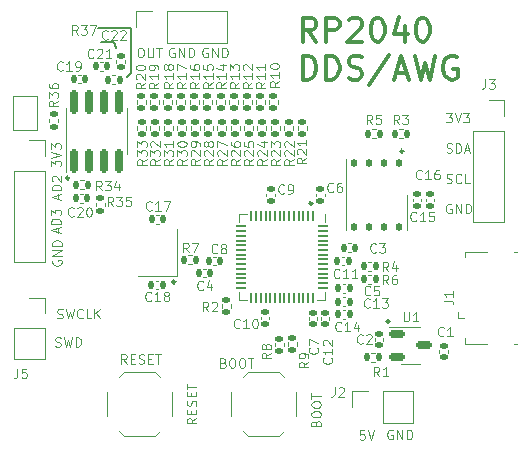
<source format=gbr>
%TF.GenerationSoftware,KiCad,Pcbnew,7.0.7*%
%TF.CreationDate,2023-09-18T16:24:31-07:00*%
%TF.ProjectId,pi_pico_dds,70695f70-6963-46f5-9f64-64732e6b6963,rev?*%
%TF.SameCoordinates,Original*%
%TF.FileFunction,Legend,Top*%
%TF.FilePolarity,Positive*%
%FSLAX46Y46*%
G04 Gerber Fmt 4.6, Leading zero omitted, Abs format (unit mm)*
G04 Created by KiCad (PCBNEW 7.0.7) date 2023-09-18 16:24:31*
%MOMM*%
%LPD*%
G01*
G04 APERTURE LIST*
G04 Aperture macros list*
%AMRoundRect*
0 Rectangle with rounded corners*
0 $1 Rounding radius*
0 $2 $3 $4 $5 $6 $7 $8 $9 X,Y pos of 4 corners*
0 Add a 4 corners polygon primitive as box body*
4,1,4,$2,$3,$4,$5,$6,$7,$8,$9,$2,$3,0*
0 Add four circle primitives for the rounded corners*
1,1,$1+$1,$2,$3*
1,1,$1+$1,$4,$5*
1,1,$1+$1,$6,$7*
1,1,$1+$1,$8,$9*
0 Add four rect primitives between the rounded corners*
20,1,$1+$1,$2,$3,$4,$5,0*
20,1,$1+$1,$4,$5,$6,$7,0*
20,1,$1+$1,$6,$7,$8,$9,0*
20,1,$1+$1,$8,$9,$2,$3,0*%
G04 Aperture macros list end*
%ADD10C,0.100000*%
%ADD11C,0.150000*%
%ADD12C,0.235644*%
%ADD13C,0.300000*%
%ADD14C,0.120000*%
%ADD15R,1.000000X0.750000*%
%ADD16RoundRect,0.135000X0.135000X0.185000X-0.135000X0.185000X-0.135000X-0.185000X0.135000X-0.185000X0*%
%ADD17RoundRect,0.135000X0.185000X-0.135000X0.185000X0.135000X-0.185000X0.135000X-0.185000X-0.135000X0*%
%ADD18R,1.500000X1.000000*%
%ADD19R,1.700000X1.700000*%
%ADD20O,1.700000X1.700000*%
%ADD21RoundRect,0.140000X0.170000X-0.140000X0.170000X0.140000X-0.170000X0.140000X-0.170000X-0.140000X0*%
%ADD22RoundRect,0.140000X0.140000X0.170000X-0.140000X0.170000X-0.140000X-0.170000X0.140000X-0.170000X0*%
%ADD23RoundRect,0.150000X0.150000X-0.825000X0.150000X0.825000X-0.150000X0.825000X-0.150000X-0.825000X0*%
%ADD24RoundRect,0.140000X-0.170000X0.140000X-0.170000X-0.140000X0.170000X-0.140000X0.170000X0.140000X0*%
%ADD25RoundRect,0.150000X-0.512500X-0.150000X0.512500X-0.150000X0.512500X0.150000X-0.512500X0.150000X0*%
%ADD26RoundRect,0.140000X-0.140000X-0.170000X0.140000X-0.170000X0.140000X0.170000X-0.140000X0.170000X0*%
%ADD27C,3.800000*%
%ADD28RoundRect,0.135000X-0.135000X-0.185000X0.135000X-0.185000X0.135000X0.185000X-0.135000X0.185000X0*%
%ADD29RoundRect,0.135000X-0.185000X0.135000X-0.185000X-0.135000X0.185000X-0.135000X0.185000X0.135000X0*%
%ADD30R,1.350000X0.400000*%
%ADD31O,1.900000X1.200000*%
%ADD32R,1.900000X1.200000*%
%ADD33C,1.450000*%
%ADD34R,1.900000X1.500000*%
%ADD35R,1.200000X1.400000*%
%ADD36RoundRect,0.050000X-0.050000X0.387500X-0.050000X-0.387500X0.050000X-0.387500X0.050000X0.387500X0*%
%ADD37RoundRect,0.050000X-0.387500X0.050000X-0.387500X-0.050000X0.387500X-0.050000X0.387500X0.050000X0*%
%ADD38R,3.200000X3.200000*%
%ADD39RoundRect,0.125000X-0.125000X0.250000X-0.125000X-0.250000X0.125000X-0.250000X0.125000X0.250000X0*%
%ADD40R,4.300000X3.400000*%
G04 APERTURE END LIST*
D10*
X181125895Y-99616591D02*
X180744942Y-99883258D01*
X181125895Y-100073734D02*
X180325895Y-100073734D01*
X180325895Y-100073734D02*
X180325895Y-99768972D01*
X180325895Y-99768972D02*
X180363990Y-99692782D01*
X180363990Y-99692782D02*
X180402085Y-99654687D01*
X180402085Y-99654687D02*
X180478276Y-99616591D01*
X180478276Y-99616591D02*
X180592561Y-99616591D01*
X180592561Y-99616591D02*
X180668752Y-99654687D01*
X180668752Y-99654687D02*
X180706847Y-99692782D01*
X180706847Y-99692782D02*
X180744942Y-99768972D01*
X180744942Y-99768972D02*
X180744942Y-100073734D01*
X180706847Y-99273734D02*
X180706847Y-99007068D01*
X181125895Y-98892782D02*
X181125895Y-99273734D01*
X181125895Y-99273734D02*
X180325895Y-99273734D01*
X180325895Y-99273734D02*
X180325895Y-98892782D01*
X181087800Y-98588020D02*
X181125895Y-98473734D01*
X181125895Y-98473734D02*
X181125895Y-98283258D01*
X181125895Y-98283258D02*
X181087800Y-98207067D01*
X181087800Y-98207067D02*
X181049704Y-98168972D01*
X181049704Y-98168972D02*
X180973514Y-98130877D01*
X180973514Y-98130877D02*
X180897323Y-98130877D01*
X180897323Y-98130877D02*
X180821133Y-98168972D01*
X180821133Y-98168972D02*
X180783038Y-98207067D01*
X180783038Y-98207067D02*
X180744942Y-98283258D01*
X180744942Y-98283258D02*
X180706847Y-98435639D01*
X180706847Y-98435639D02*
X180668752Y-98511829D01*
X180668752Y-98511829D02*
X180630657Y-98549924D01*
X180630657Y-98549924D02*
X180554466Y-98588020D01*
X180554466Y-98588020D02*
X180478276Y-98588020D01*
X180478276Y-98588020D02*
X180402085Y-98549924D01*
X180402085Y-98549924D02*
X180363990Y-98511829D01*
X180363990Y-98511829D02*
X180325895Y-98435639D01*
X180325895Y-98435639D02*
X180325895Y-98245162D01*
X180325895Y-98245162D02*
X180363990Y-98130877D01*
X180706847Y-97788019D02*
X180706847Y-97521353D01*
X181125895Y-97407067D02*
X181125895Y-97788019D01*
X181125895Y-97788019D02*
X180325895Y-97788019D01*
X180325895Y-97788019D02*
X180325895Y-97407067D01*
X180325895Y-97178495D02*
X180325895Y-96721352D01*
X181125895Y-96949924D02*
X180325895Y-96949924D01*
D11*
X174142400Y-67767200D02*
X174345600Y-68326000D01*
X173075600Y-67767200D02*
X174142400Y-67767200D01*
X175615600Y-70408800D02*
X175209200Y-70713600D01*
X175615600Y-66598800D02*
X175615600Y-70408800D01*
X172770800Y-66598800D02*
X175615600Y-66598800D01*
D12*
X190922622Y-81432400D02*
G75*
G03*
X190922622Y-81432400I-117822J0D01*
G01*
X198644222Y-77012800D02*
G75*
G03*
X198644222Y-77012800I-117822J0D01*
G01*
X197475822Y-91440000D02*
G75*
G03*
X197475822Y-91440000I-117822J0D01*
G01*
X179340222Y-88087200D02*
G75*
G03*
X179340222Y-88087200I-117822J0D01*
G01*
X170348622Y-79298800D02*
G75*
G03*
X170348622Y-79298800I-117822J0D01*
G01*
D10*
X183402931Y-94931047D02*
X183517217Y-94969142D01*
X183517217Y-94969142D02*
X183555312Y-95007238D01*
X183555312Y-95007238D02*
X183593408Y-95083428D01*
X183593408Y-95083428D02*
X183593408Y-95197714D01*
X183593408Y-95197714D02*
X183555312Y-95273904D01*
X183555312Y-95273904D02*
X183517217Y-95312000D01*
X183517217Y-95312000D02*
X183441027Y-95350095D01*
X183441027Y-95350095D02*
X183136265Y-95350095D01*
X183136265Y-95350095D02*
X183136265Y-94550095D01*
X183136265Y-94550095D02*
X183402931Y-94550095D01*
X183402931Y-94550095D02*
X183479122Y-94588190D01*
X183479122Y-94588190D02*
X183517217Y-94626285D01*
X183517217Y-94626285D02*
X183555312Y-94702476D01*
X183555312Y-94702476D02*
X183555312Y-94778666D01*
X183555312Y-94778666D02*
X183517217Y-94854857D01*
X183517217Y-94854857D02*
X183479122Y-94892952D01*
X183479122Y-94892952D02*
X183402931Y-94931047D01*
X183402931Y-94931047D02*
X183136265Y-94931047D01*
X184088646Y-94550095D02*
X184241027Y-94550095D01*
X184241027Y-94550095D02*
X184317217Y-94588190D01*
X184317217Y-94588190D02*
X184393408Y-94664380D01*
X184393408Y-94664380D02*
X184431503Y-94816761D01*
X184431503Y-94816761D02*
X184431503Y-95083428D01*
X184431503Y-95083428D02*
X184393408Y-95235809D01*
X184393408Y-95235809D02*
X184317217Y-95312000D01*
X184317217Y-95312000D02*
X184241027Y-95350095D01*
X184241027Y-95350095D02*
X184088646Y-95350095D01*
X184088646Y-95350095D02*
X184012455Y-95312000D01*
X184012455Y-95312000D02*
X183936265Y-95235809D01*
X183936265Y-95235809D02*
X183898169Y-95083428D01*
X183898169Y-95083428D02*
X183898169Y-94816761D01*
X183898169Y-94816761D02*
X183936265Y-94664380D01*
X183936265Y-94664380D02*
X184012455Y-94588190D01*
X184012455Y-94588190D02*
X184088646Y-94550095D01*
X184926741Y-94550095D02*
X185079122Y-94550095D01*
X185079122Y-94550095D02*
X185155312Y-94588190D01*
X185155312Y-94588190D02*
X185231503Y-94664380D01*
X185231503Y-94664380D02*
X185269598Y-94816761D01*
X185269598Y-94816761D02*
X185269598Y-95083428D01*
X185269598Y-95083428D02*
X185231503Y-95235809D01*
X185231503Y-95235809D02*
X185155312Y-95312000D01*
X185155312Y-95312000D02*
X185079122Y-95350095D01*
X185079122Y-95350095D02*
X184926741Y-95350095D01*
X184926741Y-95350095D02*
X184850550Y-95312000D01*
X184850550Y-95312000D02*
X184774360Y-95235809D01*
X184774360Y-95235809D02*
X184736264Y-95083428D01*
X184736264Y-95083428D02*
X184736264Y-94816761D01*
X184736264Y-94816761D02*
X184774360Y-94664380D01*
X184774360Y-94664380D02*
X184850550Y-94588190D01*
X184850550Y-94588190D02*
X184926741Y-94550095D01*
X185498169Y-94550095D02*
X185955312Y-94550095D01*
X185726740Y-95350095D02*
X185726740Y-94550095D01*
X169331369Y-91146400D02*
X169445655Y-91184495D01*
X169445655Y-91184495D02*
X169636131Y-91184495D01*
X169636131Y-91184495D02*
X169712322Y-91146400D01*
X169712322Y-91146400D02*
X169750417Y-91108304D01*
X169750417Y-91108304D02*
X169788512Y-91032114D01*
X169788512Y-91032114D02*
X169788512Y-90955923D01*
X169788512Y-90955923D02*
X169750417Y-90879733D01*
X169750417Y-90879733D02*
X169712322Y-90841638D01*
X169712322Y-90841638D02*
X169636131Y-90803542D01*
X169636131Y-90803542D02*
X169483750Y-90765447D01*
X169483750Y-90765447D02*
X169407560Y-90727352D01*
X169407560Y-90727352D02*
X169369465Y-90689257D01*
X169369465Y-90689257D02*
X169331369Y-90613066D01*
X169331369Y-90613066D02*
X169331369Y-90536876D01*
X169331369Y-90536876D02*
X169369465Y-90460685D01*
X169369465Y-90460685D02*
X169407560Y-90422590D01*
X169407560Y-90422590D02*
X169483750Y-90384495D01*
X169483750Y-90384495D02*
X169674227Y-90384495D01*
X169674227Y-90384495D02*
X169788512Y-90422590D01*
X170055179Y-90384495D02*
X170245655Y-91184495D01*
X170245655Y-91184495D02*
X170398036Y-90613066D01*
X170398036Y-90613066D02*
X170550417Y-91184495D01*
X170550417Y-91184495D02*
X170740894Y-90384495D01*
X171502799Y-91108304D02*
X171464703Y-91146400D01*
X171464703Y-91146400D02*
X171350418Y-91184495D01*
X171350418Y-91184495D02*
X171274227Y-91184495D01*
X171274227Y-91184495D02*
X171159941Y-91146400D01*
X171159941Y-91146400D02*
X171083751Y-91070209D01*
X171083751Y-91070209D02*
X171045656Y-90994019D01*
X171045656Y-90994019D02*
X171007560Y-90841638D01*
X171007560Y-90841638D02*
X171007560Y-90727352D01*
X171007560Y-90727352D02*
X171045656Y-90574971D01*
X171045656Y-90574971D02*
X171083751Y-90498780D01*
X171083751Y-90498780D02*
X171159941Y-90422590D01*
X171159941Y-90422590D02*
X171274227Y-90384495D01*
X171274227Y-90384495D02*
X171350418Y-90384495D01*
X171350418Y-90384495D02*
X171464703Y-90422590D01*
X171464703Y-90422590D02*
X171502799Y-90460685D01*
X172226608Y-91184495D02*
X171845656Y-91184495D01*
X171845656Y-91184495D02*
X171845656Y-90384495D01*
X172493275Y-91184495D02*
X172493275Y-90384495D01*
X172950418Y-91184495D02*
X172607560Y-90727352D01*
X172950418Y-90384495D02*
X172493275Y-90841638D01*
X197728512Y-100633390D02*
X197652322Y-100595295D01*
X197652322Y-100595295D02*
X197538036Y-100595295D01*
X197538036Y-100595295D02*
X197423750Y-100633390D01*
X197423750Y-100633390D02*
X197347560Y-100709580D01*
X197347560Y-100709580D02*
X197309465Y-100785771D01*
X197309465Y-100785771D02*
X197271369Y-100938152D01*
X197271369Y-100938152D02*
X197271369Y-101052438D01*
X197271369Y-101052438D02*
X197309465Y-101204819D01*
X197309465Y-101204819D02*
X197347560Y-101281009D01*
X197347560Y-101281009D02*
X197423750Y-101357200D01*
X197423750Y-101357200D02*
X197538036Y-101395295D01*
X197538036Y-101395295D02*
X197614227Y-101395295D01*
X197614227Y-101395295D02*
X197728512Y-101357200D01*
X197728512Y-101357200D02*
X197766608Y-101319104D01*
X197766608Y-101319104D02*
X197766608Y-101052438D01*
X197766608Y-101052438D02*
X197614227Y-101052438D01*
X198109465Y-101395295D02*
X198109465Y-100595295D01*
X198109465Y-100595295D02*
X198566608Y-101395295D01*
X198566608Y-101395295D02*
X198566608Y-100595295D01*
X198947560Y-101395295D02*
X198947560Y-100595295D01*
X198947560Y-100595295D02*
X199138036Y-100595295D01*
X199138036Y-100595295D02*
X199252322Y-100633390D01*
X199252322Y-100633390D02*
X199328512Y-100709580D01*
X199328512Y-100709580D02*
X199366607Y-100785771D01*
X199366607Y-100785771D02*
X199404703Y-100938152D01*
X199404703Y-100938152D02*
X199404703Y-101052438D01*
X199404703Y-101052438D02*
X199366607Y-101204819D01*
X199366607Y-101204819D02*
X199328512Y-101281009D01*
X199328512Y-101281009D02*
X199252322Y-101357200D01*
X199252322Y-101357200D02*
X199138036Y-101395295D01*
X199138036Y-101395295D02*
X198947560Y-101395295D01*
X175211408Y-95019895D02*
X174944741Y-94638942D01*
X174754265Y-95019895D02*
X174754265Y-94219895D01*
X174754265Y-94219895D02*
X175059027Y-94219895D01*
X175059027Y-94219895D02*
X175135217Y-94257990D01*
X175135217Y-94257990D02*
X175173312Y-94296085D01*
X175173312Y-94296085D02*
X175211408Y-94372276D01*
X175211408Y-94372276D02*
X175211408Y-94486561D01*
X175211408Y-94486561D02*
X175173312Y-94562752D01*
X175173312Y-94562752D02*
X175135217Y-94600847D01*
X175135217Y-94600847D02*
X175059027Y-94638942D01*
X175059027Y-94638942D02*
X174754265Y-94638942D01*
X175554265Y-94600847D02*
X175820931Y-94600847D01*
X175935217Y-95019895D02*
X175554265Y-95019895D01*
X175554265Y-95019895D02*
X175554265Y-94219895D01*
X175554265Y-94219895D02*
X175935217Y-94219895D01*
X176239979Y-94981800D02*
X176354265Y-95019895D01*
X176354265Y-95019895D02*
X176544741Y-95019895D01*
X176544741Y-95019895D02*
X176620932Y-94981800D01*
X176620932Y-94981800D02*
X176659027Y-94943704D01*
X176659027Y-94943704D02*
X176697122Y-94867514D01*
X176697122Y-94867514D02*
X176697122Y-94791323D01*
X176697122Y-94791323D02*
X176659027Y-94715133D01*
X176659027Y-94715133D02*
X176620932Y-94677038D01*
X176620932Y-94677038D02*
X176544741Y-94638942D01*
X176544741Y-94638942D02*
X176392360Y-94600847D01*
X176392360Y-94600847D02*
X176316170Y-94562752D01*
X176316170Y-94562752D02*
X176278075Y-94524657D01*
X176278075Y-94524657D02*
X176239979Y-94448466D01*
X176239979Y-94448466D02*
X176239979Y-94372276D01*
X176239979Y-94372276D02*
X176278075Y-94296085D01*
X176278075Y-94296085D02*
X176316170Y-94257990D01*
X176316170Y-94257990D02*
X176392360Y-94219895D01*
X176392360Y-94219895D02*
X176582837Y-94219895D01*
X176582837Y-94219895D02*
X176697122Y-94257990D01*
X177039980Y-94600847D02*
X177306646Y-94600847D01*
X177420932Y-95019895D02*
X177039980Y-95019895D01*
X177039980Y-95019895D02*
X177039980Y-94219895D01*
X177039980Y-94219895D02*
X177420932Y-94219895D01*
X177649504Y-94219895D02*
X178106647Y-94219895D01*
X177878075Y-95019895D02*
X177878075Y-94219895D01*
X202300569Y-77125600D02*
X202414855Y-77163695D01*
X202414855Y-77163695D02*
X202605331Y-77163695D01*
X202605331Y-77163695D02*
X202681522Y-77125600D01*
X202681522Y-77125600D02*
X202719617Y-77087504D01*
X202719617Y-77087504D02*
X202757712Y-77011314D01*
X202757712Y-77011314D02*
X202757712Y-76935123D01*
X202757712Y-76935123D02*
X202719617Y-76858933D01*
X202719617Y-76858933D02*
X202681522Y-76820838D01*
X202681522Y-76820838D02*
X202605331Y-76782742D01*
X202605331Y-76782742D02*
X202452950Y-76744647D01*
X202452950Y-76744647D02*
X202376760Y-76706552D01*
X202376760Y-76706552D02*
X202338665Y-76668457D01*
X202338665Y-76668457D02*
X202300569Y-76592266D01*
X202300569Y-76592266D02*
X202300569Y-76516076D01*
X202300569Y-76516076D02*
X202338665Y-76439885D01*
X202338665Y-76439885D02*
X202376760Y-76401790D01*
X202376760Y-76401790D02*
X202452950Y-76363695D01*
X202452950Y-76363695D02*
X202643427Y-76363695D01*
X202643427Y-76363695D02*
X202757712Y-76401790D01*
X203100570Y-77163695D02*
X203100570Y-76363695D01*
X203100570Y-76363695D02*
X203291046Y-76363695D01*
X203291046Y-76363695D02*
X203405332Y-76401790D01*
X203405332Y-76401790D02*
X203481522Y-76477980D01*
X203481522Y-76477980D02*
X203519617Y-76554171D01*
X203519617Y-76554171D02*
X203557713Y-76706552D01*
X203557713Y-76706552D02*
X203557713Y-76820838D01*
X203557713Y-76820838D02*
X203519617Y-76973219D01*
X203519617Y-76973219D02*
X203481522Y-77049409D01*
X203481522Y-77049409D02*
X203405332Y-77125600D01*
X203405332Y-77125600D02*
X203291046Y-77163695D01*
X203291046Y-77163695D02*
X203100570Y-77163695D01*
X203862474Y-76935123D02*
X204243427Y-76935123D01*
X203786284Y-77163695D02*
X204052951Y-76363695D01*
X204052951Y-76363695D02*
X204319617Y-77163695D01*
X169441923Y-81061830D02*
X169441923Y-80680877D01*
X169670495Y-81138020D02*
X168870495Y-80871353D01*
X168870495Y-80871353D02*
X169670495Y-80604687D01*
X169670495Y-80338020D02*
X168870495Y-80338020D01*
X168870495Y-80338020D02*
X168870495Y-80147544D01*
X168870495Y-80147544D02*
X168908590Y-80033258D01*
X168908590Y-80033258D02*
X168984780Y-79957068D01*
X168984780Y-79957068D02*
X169060971Y-79918973D01*
X169060971Y-79918973D02*
X169213352Y-79880877D01*
X169213352Y-79880877D02*
X169327638Y-79880877D01*
X169327638Y-79880877D02*
X169480019Y-79918973D01*
X169480019Y-79918973D02*
X169556209Y-79957068D01*
X169556209Y-79957068D02*
X169632400Y-80033258D01*
X169632400Y-80033258D02*
X169670495Y-80147544D01*
X169670495Y-80147544D02*
X169670495Y-80338020D01*
X168946685Y-79576116D02*
X168908590Y-79538020D01*
X168908590Y-79538020D02*
X168870495Y-79461830D01*
X168870495Y-79461830D02*
X168870495Y-79271354D01*
X168870495Y-79271354D02*
X168908590Y-79195163D01*
X168908590Y-79195163D02*
X168946685Y-79157068D01*
X168946685Y-79157068D02*
X169022876Y-79118973D01*
X169022876Y-79118973D02*
X169099066Y-79118973D01*
X169099066Y-79118973D02*
X169213352Y-79157068D01*
X169213352Y-79157068D02*
X169670495Y-79614211D01*
X169670495Y-79614211D02*
X169670495Y-79118973D01*
X169391123Y-83906630D02*
X169391123Y-83525677D01*
X169619695Y-83982820D02*
X168819695Y-83716153D01*
X168819695Y-83716153D02*
X169619695Y-83449487D01*
X169619695Y-83182820D02*
X168819695Y-83182820D01*
X168819695Y-83182820D02*
X168819695Y-82992344D01*
X168819695Y-82992344D02*
X168857790Y-82878058D01*
X168857790Y-82878058D02*
X168933980Y-82801868D01*
X168933980Y-82801868D02*
X169010171Y-82763773D01*
X169010171Y-82763773D02*
X169162552Y-82725677D01*
X169162552Y-82725677D02*
X169276838Y-82725677D01*
X169276838Y-82725677D02*
X169429219Y-82763773D01*
X169429219Y-82763773D02*
X169505409Y-82801868D01*
X169505409Y-82801868D02*
X169581600Y-82878058D01*
X169581600Y-82878058D02*
X169619695Y-82992344D01*
X169619695Y-82992344D02*
X169619695Y-83182820D01*
X168819695Y-82459011D02*
X168819695Y-81963773D01*
X168819695Y-81963773D02*
X169124457Y-82230439D01*
X169124457Y-82230439D02*
X169124457Y-82116154D01*
X169124457Y-82116154D02*
X169162552Y-82039963D01*
X169162552Y-82039963D02*
X169200647Y-82001868D01*
X169200647Y-82001868D02*
X169276838Y-81963773D01*
X169276838Y-81963773D02*
X169467314Y-81963773D01*
X169467314Y-81963773D02*
X169543504Y-82001868D01*
X169543504Y-82001868D02*
X169581600Y-82039963D01*
X169581600Y-82039963D02*
X169619695Y-82116154D01*
X169619695Y-82116154D02*
X169619695Y-82344725D01*
X169619695Y-82344725D02*
X169581600Y-82420916D01*
X169581600Y-82420916D02*
X169543504Y-82459011D01*
X179262721Y-68324590D02*
X179186531Y-68286495D01*
X179186531Y-68286495D02*
X179072245Y-68286495D01*
X179072245Y-68286495D02*
X178957959Y-68324590D01*
X178957959Y-68324590D02*
X178881769Y-68400780D01*
X178881769Y-68400780D02*
X178843674Y-68476971D01*
X178843674Y-68476971D02*
X178805578Y-68629352D01*
X178805578Y-68629352D02*
X178805578Y-68743638D01*
X178805578Y-68743638D02*
X178843674Y-68896019D01*
X178843674Y-68896019D02*
X178881769Y-68972209D01*
X178881769Y-68972209D02*
X178957959Y-69048400D01*
X178957959Y-69048400D02*
X179072245Y-69086495D01*
X179072245Y-69086495D02*
X179148436Y-69086495D01*
X179148436Y-69086495D02*
X179262721Y-69048400D01*
X179262721Y-69048400D02*
X179300817Y-69010304D01*
X179300817Y-69010304D02*
X179300817Y-68743638D01*
X179300817Y-68743638D02*
X179148436Y-68743638D01*
X179643674Y-69086495D02*
X179643674Y-68286495D01*
X179643674Y-68286495D02*
X180100817Y-69086495D01*
X180100817Y-69086495D02*
X180100817Y-68286495D01*
X180481769Y-69086495D02*
X180481769Y-68286495D01*
X180481769Y-68286495D02*
X180672245Y-68286495D01*
X180672245Y-68286495D02*
X180786531Y-68324590D01*
X180786531Y-68324590D02*
X180862721Y-68400780D01*
X180862721Y-68400780D02*
X180900816Y-68476971D01*
X180900816Y-68476971D02*
X180938912Y-68629352D01*
X180938912Y-68629352D02*
X180938912Y-68743638D01*
X180938912Y-68743638D02*
X180900816Y-68896019D01*
X180900816Y-68896019D02*
X180862721Y-68972209D01*
X180862721Y-68972209D02*
X180786531Y-69048400D01*
X180786531Y-69048400D02*
X180672245Y-69086495D01*
X180672245Y-69086495D02*
X180481769Y-69086495D01*
X176329046Y-68286495D02*
X176481427Y-68286495D01*
X176481427Y-68286495D02*
X176557617Y-68324590D01*
X176557617Y-68324590D02*
X176633808Y-68400780D01*
X176633808Y-68400780D02*
X176671903Y-68553161D01*
X176671903Y-68553161D02*
X176671903Y-68819828D01*
X176671903Y-68819828D02*
X176633808Y-68972209D01*
X176633808Y-68972209D02*
X176557617Y-69048400D01*
X176557617Y-69048400D02*
X176481427Y-69086495D01*
X176481427Y-69086495D02*
X176329046Y-69086495D01*
X176329046Y-69086495D02*
X176252855Y-69048400D01*
X176252855Y-69048400D02*
X176176665Y-68972209D01*
X176176665Y-68972209D02*
X176138569Y-68819828D01*
X176138569Y-68819828D02*
X176138569Y-68553161D01*
X176138569Y-68553161D02*
X176176665Y-68400780D01*
X176176665Y-68400780D02*
X176252855Y-68324590D01*
X176252855Y-68324590D02*
X176329046Y-68286495D01*
X177014760Y-68286495D02*
X177014760Y-68934114D01*
X177014760Y-68934114D02*
X177052855Y-69010304D01*
X177052855Y-69010304D02*
X177090950Y-69048400D01*
X177090950Y-69048400D02*
X177167141Y-69086495D01*
X177167141Y-69086495D02*
X177319522Y-69086495D01*
X177319522Y-69086495D02*
X177395712Y-69048400D01*
X177395712Y-69048400D02*
X177433807Y-69010304D01*
X177433807Y-69010304D02*
X177471903Y-68934114D01*
X177471903Y-68934114D02*
X177471903Y-68286495D01*
X177738569Y-68286495D02*
X178195712Y-68286495D01*
X177967140Y-69086495D02*
X177967140Y-68286495D01*
X168819695Y-78305925D02*
X168819695Y-77810687D01*
X168819695Y-77810687D02*
X169124457Y-78077353D01*
X169124457Y-78077353D02*
X169124457Y-77963068D01*
X169124457Y-77963068D02*
X169162552Y-77886877D01*
X169162552Y-77886877D02*
X169200647Y-77848782D01*
X169200647Y-77848782D02*
X169276838Y-77810687D01*
X169276838Y-77810687D02*
X169467314Y-77810687D01*
X169467314Y-77810687D02*
X169543504Y-77848782D01*
X169543504Y-77848782D02*
X169581600Y-77886877D01*
X169581600Y-77886877D02*
X169619695Y-77963068D01*
X169619695Y-77963068D02*
X169619695Y-78191639D01*
X169619695Y-78191639D02*
X169581600Y-78267830D01*
X169581600Y-78267830D02*
X169543504Y-78305925D01*
X168819695Y-77582115D02*
X169619695Y-77315448D01*
X169619695Y-77315448D02*
X168819695Y-77048782D01*
X168819695Y-76858306D02*
X168819695Y-76363068D01*
X168819695Y-76363068D02*
X169124457Y-76629734D01*
X169124457Y-76629734D02*
X169124457Y-76515449D01*
X169124457Y-76515449D02*
X169162552Y-76439258D01*
X169162552Y-76439258D02*
X169200647Y-76401163D01*
X169200647Y-76401163D02*
X169276838Y-76363068D01*
X169276838Y-76363068D02*
X169467314Y-76363068D01*
X169467314Y-76363068D02*
X169543504Y-76401163D01*
X169543504Y-76401163D02*
X169581600Y-76439258D01*
X169581600Y-76439258D02*
X169619695Y-76515449D01*
X169619695Y-76515449D02*
X169619695Y-76744020D01*
X169619695Y-76744020D02*
X169581600Y-76820211D01*
X169581600Y-76820211D02*
X169543504Y-76858306D01*
X191247847Y-100061068D02*
X191285942Y-99946782D01*
X191285942Y-99946782D02*
X191324038Y-99908687D01*
X191324038Y-99908687D02*
X191400228Y-99870591D01*
X191400228Y-99870591D02*
X191514514Y-99870591D01*
X191514514Y-99870591D02*
X191590704Y-99908687D01*
X191590704Y-99908687D02*
X191628800Y-99946782D01*
X191628800Y-99946782D02*
X191666895Y-100022972D01*
X191666895Y-100022972D02*
X191666895Y-100327734D01*
X191666895Y-100327734D02*
X190866895Y-100327734D01*
X190866895Y-100327734D02*
X190866895Y-100061068D01*
X190866895Y-100061068D02*
X190904990Y-99984877D01*
X190904990Y-99984877D02*
X190943085Y-99946782D01*
X190943085Y-99946782D02*
X191019276Y-99908687D01*
X191019276Y-99908687D02*
X191095466Y-99908687D01*
X191095466Y-99908687D02*
X191171657Y-99946782D01*
X191171657Y-99946782D02*
X191209752Y-99984877D01*
X191209752Y-99984877D02*
X191247847Y-100061068D01*
X191247847Y-100061068D02*
X191247847Y-100327734D01*
X190866895Y-99375353D02*
X190866895Y-99222972D01*
X190866895Y-99222972D02*
X190904990Y-99146782D01*
X190904990Y-99146782D02*
X190981180Y-99070591D01*
X190981180Y-99070591D02*
X191133561Y-99032496D01*
X191133561Y-99032496D02*
X191400228Y-99032496D01*
X191400228Y-99032496D02*
X191552609Y-99070591D01*
X191552609Y-99070591D02*
X191628800Y-99146782D01*
X191628800Y-99146782D02*
X191666895Y-99222972D01*
X191666895Y-99222972D02*
X191666895Y-99375353D01*
X191666895Y-99375353D02*
X191628800Y-99451544D01*
X191628800Y-99451544D02*
X191552609Y-99527734D01*
X191552609Y-99527734D02*
X191400228Y-99565830D01*
X191400228Y-99565830D02*
X191133561Y-99565830D01*
X191133561Y-99565830D02*
X190981180Y-99527734D01*
X190981180Y-99527734D02*
X190904990Y-99451544D01*
X190904990Y-99451544D02*
X190866895Y-99375353D01*
X190866895Y-98537258D02*
X190866895Y-98384877D01*
X190866895Y-98384877D02*
X190904990Y-98308687D01*
X190904990Y-98308687D02*
X190981180Y-98232496D01*
X190981180Y-98232496D02*
X191133561Y-98194401D01*
X191133561Y-98194401D02*
X191400228Y-98194401D01*
X191400228Y-98194401D02*
X191552609Y-98232496D01*
X191552609Y-98232496D02*
X191628800Y-98308687D01*
X191628800Y-98308687D02*
X191666895Y-98384877D01*
X191666895Y-98384877D02*
X191666895Y-98537258D01*
X191666895Y-98537258D02*
X191628800Y-98613449D01*
X191628800Y-98613449D02*
X191552609Y-98689639D01*
X191552609Y-98689639D02*
X191400228Y-98727735D01*
X191400228Y-98727735D02*
X191133561Y-98727735D01*
X191133561Y-98727735D02*
X190981180Y-98689639D01*
X190981180Y-98689639D02*
X190904990Y-98613449D01*
X190904990Y-98613449D02*
X190866895Y-98537258D01*
X190866895Y-97965830D02*
X190866895Y-97508687D01*
X191666895Y-97737259D02*
X190866895Y-97737259D01*
X202262474Y-73789829D02*
X202757712Y-73789829D01*
X202757712Y-73789829D02*
X202491046Y-74094591D01*
X202491046Y-74094591D02*
X202605331Y-74094591D01*
X202605331Y-74094591D02*
X202681522Y-74132686D01*
X202681522Y-74132686D02*
X202719617Y-74170781D01*
X202719617Y-74170781D02*
X202757712Y-74246972D01*
X202757712Y-74246972D02*
X202757712Y-74437448D01*
X202757712Y-74437448D02*
X202719617Y-74513638D01*
X202719617Y-74513638D02*
X202681522Y-74551734D01*
X202681522Y-74551734D02*
X202605331Y-74589829D01*
X202605331Y-74589829D02*
X202376760Y-74589829D01*
X202376760Y-74589829D02*
X202300569Y-74551734D01*
X202300569Y-74551734D02*
X202262474Y-74513638D01*
X202986284Y-73789829D02*
X203252951Y-74589829D01*
X203252951Y-74589829D02*
X203519617Y-73789829D01*
X203710093Y-73789829D02*
X204205331Y-73789829D01*
X204205331Y-73789829D02*
X203938665Y-74094591D01*
X203938665Y-74094591D02*
X204052950Y-74094591D01*
X204052950Y-74094591D02*
X204129141Y-74132686D01*
X204129141Y-74132686D02*
X204167236Y-74170781D01*
X204167236Y-74170781D02*
X204205331Y-74246972D01*
X204205331Y-74246972D02*
X204205331Y-74437448D01*
X204205331Y-74437448D02*
X204167236Y-74513638D01*
X204167236Y-74513638D02*
X204129141Y-74551734D01*
X204129141Y-74551734D02*
X204052950Y-74589829D01*
X204052950Y-74589829D02*
X203824379Y-74589829D01*
X203824379Y-74589829D02*
X203748188Y-74551734D01*
X203748188Y-74551734D02*
X203710093Y-74513638D01*
X182082112Y-68324590D02*
X182005922Y-68286495D01*
X182005922Y-68286495D02*
X181891636Y-68286495D01*
X181891636Y-68286495D02*
X181777350Y-68324590D01*
X181777350Y-68324590D02*
X181701160Y-68400780D01*
X181701160Y-68400780D02*
X181663065Y-68476971D01*
X181663065Y-68476971D02*
X181624969Y-68629352D01*
X181624969Y-68629352D02*
X181624969Y-68743638D01*
X181624969Y-68743638D02*
X181663065Y-68896019D01*
X181663065Y-68896019D02*
X181701160Y-68972209D01*
X181701160Y-68972209D02*
X181777350Y-69048400D01*
X181777350Y-69048400D02*
X181891636Y-69086495D01*
X181891636Y-69086495D02*
X181967827Y-69086495D01*
X181967827Y-69086495D02*
X182082112Y-69048400D01*
X182082112Y-69048400D02*
X182120208Y-69010304D01*
X182120208Y-69010304D02*
X182120208Y-68743638D01*
X182120208Y-68743638D02*
X181967827Y-68743638D01*
X182463065Y-69086495D02*
X182463065Y-68286495D01*
X182463065Y-68286495D02*
X182920208Y-69086495D01*
X182920208Y-69086495D02*
X182920208Y-68286495D01*
X183301160Y-69086495D02*
X183301160Y-68286495D01*
X183301160Y-68286495D02*
X183491636Y-68286495D01*
X183491636Y-68286495D02*
X183605922Y-68324590D01*
X183605922Y-68324590D02*
X183682112Y-68400780D01*
X183682112Y-68400780D02*
X183720207Y-68476971D01*
X183720207Y-68476971D02*
X183758303Y-68629352D01*
X183758303Y-68629352D02*
X183758303Y-68743638D01*
X183758303Y-68743638D02*
X183720207Y-68896019D01*
X183720207Y-68896019D02*
X183682112Y-68972209D01*
X183682112Y-68972209D02*
X183605922Y-69048400D01*
X183605922Y-69048400D02*
X183491636Y-69086495D01*
X183491636Y-69086495D02*
X183301160Y-69086495D01*
X168959390Y-86243487D02*
X168921295Y-86319677D01*
X168921295Y-86319677D02*
X168921295Y-86433963D01*
X168921295Y-86433963D02*
X168959390Y-86548249D01*
X168959390Y-86548249D02*
X169035580Y-86624439D01*
X169035580Y-86624439D02*
X169111771Y-86662534D01*
X169111771Y-86662534D02*
X169264152Y-86700630D01*
X169264152Y-86700630D02*
X169378438Y-86700630D01*
X169378438Y-86700630D02*
X169530819Y-86662534D01*
X169530819Y-86662534D02*
X169607009Y-86624439D01*
X169607009Y-86624439D02*
X169683200Y-86548249D01*
X169683200Y-86548249D02*
X169721295Y-86433963D01*
X169721295Y-86433963D02*
X169721295Y-86357772D01*
X169721295Y-86357772D02*
X169683200Y-86243487D01*
X169683200Y-86243487D02*
X169645104Y-86205391D01*
X169645104Y-86205391D02*
X169378438Y-86205391D01*
X169378438Y-86205391D02*
X169378438Y-86357772D01*
X169721295Y-85862534D02*
X168921295Y-85862534D01*
X168921295Y-85862534D02*
X169721295Y-85405391D01*
X169721295Y-85405391D02*
X168921295Y-85405391D01*
X169721295Y-85024439D02*
X168921295Y-85024439D01*
X168921295Y-85024439D02*
X168921295Y-84833963D01*
X168921295Y-84833963D02*
X168959390Y-84719677D01*
X168959390Y-84719677D02*
X169035580Y-84643487D01*
X169035580Y-84643487D02*
X169111771Y-84605392D01*
X169111771Y-84605392D02*
X169264152Y-84567296D01*
X169264152Y-84567296D02*
X169378438Y-84567296D01*
X169378438Y-84567296D02*
X169530819Y-84605392D01*
X169530819Y-84605392D02*
X169607009Y-84643487D01*
X169607009Y-84643487D02*
X169683200Y-84719677D01*
X169683200Y-84719677D02*
X169721295Y-84833963D01*
X169721295Y-84833963D02*
X169721295Y-85024439D01*
D13*
X191249615Y-67741238D02*
X190582948Y-66788857D01*
X190106758Y-67741238D02*
X190106758Y-65741238D01*
X190106758Y-65741238D02*
X190868663Y-65741238D01*
X190868663Y-65741238D02*
X191059139Y-65836476D01*
X191059139Y-65836476D02*
X191154377Y-65931714D01*
X191154377Y-65931714D02*
X191249615Y-66122190D01*
X191249615Y-66122190D02*
X191249615Y-66407904D01*
X191249615Y-66407904D02*
X191154377Y-66598380D01*
X191154377Y-66598380D02*
X191059139Y-66693619D01*
X191059139Y-66693619D02*
X190868663Y-66788857D01*
X190868663Y-66788857D02*
X190106758Y-66788857D01*
X192106758Y-67741238D02*
X192106758Y-65741238D01*
X192106758Y-65741238D02*
X192868663Y-65741238D01*
X192868663Y-65741238D02*
X193059139Y-65836476D01*
X193059139Y-65836476D02*
X193154377Y-65931714D01*
X193154377Y-65931714D02*
X193249615Y-66122190D01*
X193249615Y-66122190D02*
X193249615Y-66407904D01*
X193249615Y-66407904D02*
X193154377Y-66598380D01*
X193154377Y-66598380D02*
X193059139Y-66693619D01*
X193059139Y-66693619D02*
X192868663Y-66788857D01*
X192868663Y-66788857D02*
X192106758Y-66788857D01*
X194011520Y-65931714D02*
X194106758Y-65836476D01*
X194106758Y-65836476D02*
X194297234Y-65741238D01*
X194297234Y-65741238D02*
X194773425Y-65741238D01*
X194773425Y-65741238D02*
X194963901Y-65836476D01*
X194963901Y-65836476D02*
X195059139Y-65931714D01*
X195059139Y-65931714D02*
X195154377Y-66122190D01*
X195154377Y-66122190D02*
X195154377Y-66312666D01*
X195154377Y-66312666D02*
X195059139Y-66598380D01*
X195059139Y-66598380D02*
X193916282Y-67741238D01*
X193916282Y-67741238D02*
X195154377Y-67741238D01*
X196392472Y-65741238D02*
X196582949Y-65741238D01*
X196582949Y-65741238D02*
X196773425Y-65836476D01*
X196773425Y-65836476D02*
X196868663Y-65931714D01*
X196868663Y-65931714D02*
X196963901Y-66122190D01*
X196963901Y-66122190D02*
X197059139Y-66503142D01*
X197059139Y-66503142D02*
X197059139Y-66979333D01*
X197059139Y-66979333D02*
X196963901Y-67360285D01*
X196963901Y-67360285D02*
X196868663Y-67550761D01*
X196868663Y-67550761D02*
X196773425Y-67646000D01*
X196773425Y-67646000D02*
X196582949Y-67741238D01*
X196582949Y-67741238D02*
X196392472Y-67741238D01*
X196392472Y-67741238D02*
X196201996Y-67646000D01*
X196201996Y-67646000D02*
X196106758Y-67550761D01*
X196106758Y-67550761D02*
X196011520Y-67360285D01*
X196011520Y-67360285D02*
X195916282Y-66979333D01*
X195916282Y-66979333D02*
X195916282Y-66503142D01*
X195916282Y-66503142D02*
X196011520Y-66122190D01*
X196011520Y-66122190D02*
X196106758Y-65931714D01*
X196106758Y-65931714D02*
X196201996Y-65836476D01*
X196201996Y-65836476D02*
X196392472Y-65741238D01*
X198773425Y-66407904D02*
X198773425Y-67741238D01*
X198297234Y-65646000D02*
X197821044Y-67074571D01*
X197821044Y-67074571D02*
X199059139Y-67074571D01*
X200201996Y-65741238D02*
X200392473Y-65741238D01*
X200392473Y-65741238D02*
X200582949Y-65836476D01*
X200582949Y-65836476D02*
X200678187Y-65931714D01*
X200678187Y-65931714D02*
X200773425Y-66122190D01*
X200773425Y-66122190D02*
X200868663Y-66503142D01*
X200868663Y-66503142D02*
X200868663Y-66979333D01*
X200868663Y-66979333D02*
X200773425Y-67360285D01*
X200773425Y-67360285D02*
X200678187Y-67550761D01*
X200678187Y-67550761D02*
X200582949Y-67646000D01*
X200582949Y-67646000D02*
X200392473Y-67741238D01*
X200392473Y-67741238D02*
X200201996Y-67741238D01*
X200201996Y-67741238D02*
X200011520Y-67646000D01*
X200011520Y-67646000D02*
X199916282Y-67550761D01*
X199916282Y-67550761D02*
X199821044Y-67360285D01*
X199821044Y-67360285D02*
X199725806Y-66979333D01*
X199725806Y-66979333D02*
X199725806Y-66503142D01*
X199725806Y-66503142D02*
X199821044Y-66122190D01*
X199821044Y-66122190D02*
X199916282Y-65931714D01*
X199916282Y-65931714D02*
X200011520Y-65836476D01*
X200011520Y-65836476D02*
X200201996Y-65741238D01*
X190106758Y-70961238D02*
X190106758Y-68961238D01*
X190106758Y-68961238D02*
X190582948Y-68961238D01*
X190582948Y-68961238D02*
X190868663Y-69056476D01*
X190868663Y-69056476D02*
X191059139Y-69246952D01*
X191059139Y-69246952D02*
X191154377Y-69437428D01*
X191154377Y-69437428D02*
X191249615Y-69818380D01*
X191249615Y-69818380D02*
X191249615Y-70104095D01*
X191249615Y-70104095D02*
X191154377Y-70485047D01*
X191154377Y-70485047D02*
X191059139Y-70675523D01*
X191059139Y-70675523D02*
X190868663Y-70866000D01*
X190868663Y-70866000D02*
X190582948Y-70961238D01*
X190582948Y-70961238D02*
X190106758Y-70961238D01*
X192106758Y-70961238D02*
X192106758Y-68961238D01*
X192106758Y-68961238D02*
X192582948Y-68961238D01*
X192582948Y-68961238D02*
X192868663Y-69056476D01*
X192868663Y-69056476D02*
X193059139Y-69246952D01*
X193059139Y-69246952D02*
X193154377Y-69437428D01*
X193154377Y-69437428D02*
X193249615Y-69818380D01*
X193249615Y-69818380D02*
X193249615Y-70104095D01*
X193249615Y-70104095D02*
X193154377Y-70485047D01*
X193154377Y-70485047D02*
X193059139Y-70675523D01*
X193059139Y-70675523D02*
X192868663Y-70866000D01*
X192868663Y-70866000D02*
X192582948Y-70961238D01*
X192582948Y-70961238D02*
X192106758Y-70961238D01*
X194011520Y-70866000D02*
X194297234Y-70961238D01*
X194297234Y-70961238D02*
X194773425Y-70961238D01*
X194773425Y-70961238D02*
X194963901Y-70866000D01*
X194963901Y-70866000D02*
X195059139Y-70770761D01*
X195059139Y-70770761D02*
X195154377Y-70580285D01*
X195154377Y-70580285D02*
X195154377Y-70389809D01*
X195154377Y-70389809D02*
X195059139Y-70199333D01*
X195059139Y-70199333D02*
X194963901Y-70104095D01*
X194963901Y-70104095D02*
X194773425Y-70008857D01*
X194773425Y-70008857D02*
X194392472Y-69913619D01*
X194392472Y-69913619D02*
X194201996Y-69818380D01*
X194201996Y-69818380D02*
X194106758Y-69723142D01*
X194106758Y-69723142D02*
X194011520Y-69532666D01*
X194011520Y-69532666D02*
X194011520Y-69342190D01*
X194011520Y-69342190D02*
X194106758Y-69151714D01*
X194106758Y-69151714D02*
X194201996Y-69056476D01*
X194201996Y-69056476D02*
X194392472Y-68961238D01*
X194392472Y-68961238D02*
X194868663Y-68961238D01*
X194868663Y-68961238D02*
X195154377Y-69056476D01*
X197440091Y-68866000D02*
X195725806Y-71437428D01*
X198011520Y-70389809D02*
X198963901Y-70389809D01*
X197821044Y-70961238D02*
X198487710Y-68961238D01*
X198487710Y-68961238D02*
X199154377Y-70961238D01*
X199630568Y-68961238D02*
X200106758Y-70961238D01*
X200106758Y-70961238D02*
X200487711Y-69532666D01*
X200487711Y-69532666D02*
X200868663Y-70961238D01*
X200868663Y-70961238D02*
X201344854Y-68961238D01*
X203154377Y-69056476D02*
X202963901Y-68961238D01*
X202963901Y-68961238D02*
X202678187Y-68961238D01*
X202678187Y-68961238D02*
X202392472Y-69056476D01*
X202392472Y-69056476D02*
X202201996Y-69246952D01*
X202201996Y-69246952D02*
X202106758Y-69437428D01*
X202106758Y-69437428D02*
X202011520Y-69818380D01*
X202011520Y-69818380D02*
X202011520Y-70104095D01*
X202011520Y-70104095D02*
X202106758Y-70485047D01*
X202106758Y-70485047D02*
X202201996Y-70675523D01*
X202201996Y-70675523D02*
X202392472Y-70866000D01*
X202392472Y-70866000D02*
X202678187Y-70961238D01*
X202678187Y-70961238D02*
X202868663Y-70961238D01*
X202868663Y-70961238D02*
X203154377Y-70866000D01*
X203154377Y-70866000D02*
X203249615Y-70770761D01*
X203249615Y-70770761D02*
X203249615Y-70104095D01*
X203249615Y-70104095D02*
X202868663Y-70104095D01*
D10*
X195353617Y-100646095D02*
X194972665Y-100646095D01*
X194972665Y-100646095D02*
X194934569Y-101027047D01*
X194934569Y-101027047D02*
X194972665Y-100988952D01*
X194972665Y-100988952D02*
X195048855Y-100950857D01*
X195048855Y-100950857D02*
X195239331Y-100950857D01*
X195239331Y-100950857D02*
X195315522Y-100988952D01*
X195315522Y-100988952D02*
X195353617Y-101027047D01*
X195353617Y-101027047D02*
X195391712Y-101103238D01*
X195391712Y-101103238D02*
X195391712Y-101293714D01*
X195391712Y-101293714D02*
X195353617Y-101369904D01*
X195353617Y-101369904D02*
X195315522Y-101408000D01*
X195315522Y-101408000D02*
X195239331Y-101446095D01*
X195239331Y-101446095D02*
X195048855Y-101446095D01*
X195048855Y-101446095D02*
X194972665Y-101408000D01*
X194972665Y-101408000D02*
X194934569Y-101369904D01*
X195620284Y-100646095D02*
X195886951Y-101446095D01*
X195886951Y-101446095D02*
X196153617Y-100646095D01*
X202706912Y-81532590D02*
X202630722Y-81494495D01*
X202630722Y-81494495D02*
X202516436Y-81494495D01*
X202516436Y-81494495D02*
X202402150Y-81532590D01*
X202402150Y-81532590D02*
X202325960Y-81608780D01*
X202325960Y-81608780D02*
X202287865Y-81684971D01*
X202287865Y-81684971D02*
X202249769Y-81837352D01*
X202249769Y-81837352D02*
X202249769Y-81951638D01*
X202249769Y-81951638D02*
X202287865Y-82104019D01*
X202287865Y-82104019D02*
X202325960Y-82180209D01*
X202325960Y-82180209D02*
X202402150Y-82256400D01*
X202402150Y-82256400D02*
X202516436Y-82294495D01*
X202516436Y-82294495D02*
X202592627Y-82294495D01*
X202592627Y-82294495D02*
X202706912Y-82256400D01*
X202706912Y-82256400D02*
X202745008Y-82218304D01*
X202745008Y-82218304D02*
X202745008Y-81951638D01*
X202745008Y-81951638D02*
X202592627Y-81951638D01*
X203087865Y-82294495D02*
X203087865Y-81494495D01*
X203087865Y-81494495D02*
X203545008Y-82294495D01*
X203545008Y-82294495D02*
X203545008Y-81494495D01*
X203925960Y-82294495D02*
X203925960Y-81494495D01*
X203925960Y-81494495D02*
X204116436Y-81494495D01*
X204116436Y-81494495D02*
X204230722Y-81532590D01*
X204230722Y-81532590D02*
X204306912Y-81608780D01*
X204306912Y-81608780D02*
X204345007Y-81684971D01*
X204345007Y-81684971D02*
X204383103Y-81837352D01*
X204383103Y-81837352D02*
X204383103Y-81951638D01*
X204383103Y-81951638D02*
X204345007Y-82104019D01*
X204345007Y-82104019D02*
X204306912Y-82180209D01*
X204306912Y-82180209D02*
X204230722Y-82256400D01*
X204230722Y-82256400D02*
X204116436Y-82294495D01*
X204116436Y-82294495D02*
X203925960Y-82294495D01*
X202300569Y-79699466D02*
X202414855Y-79737561D01*
X202414855Y-79737561D02*
X202605331Y-79737561D01*
X202605331Y-79737561D02*
X202681522Y-79699466D01*
X202681522Y-79699466D02*
X202719617Y-79661370D01*
X202719617Y-79661370D02*
X202757712Y-79585180D01*
X202757712Y-79585180D02*
X202757712Y-79508989D01*
X202757712Y-79508989D02*
X202719617Y-79432799D01*
X202719617Y-79432799D02*
X202681522Y-79394704D01*
X202681522Y-79394704D02*
X202605331Y-79356608D01*
X202605331Y-79356608D02*
X202452950Y-79318513D01*
X202452950Y-79318513D02*
X202376760Y-79280418D01*
X202376760Y-79280418D02*
X202338665Y-79242323D01*
X202338665Y-79242323D02*
X202300569Y-79166132D01*
X202300569Y-79166132D02*
X202300569Y-79089942D01*
X202300569Y-79089942D02*
X202338665Y-79013751D01*
X202338665Y-79013751D02*
X202376760Y-78975656D01*
X202376760Y-78975656D02*
X202452950Y-78937561D01*
X202452950Y-78937561D02*
X202643427Y-78937561D01*
X202643427Y-78937561D02*
X202757712Y-78975656D01*
X203557713Y-79661370D02*
X203519617Y-79699466D01*
X203519617Y-79699466D02*
X203405332Y-79737561D01*
X203405332Y-79737561D02*
X203329141Y-79737561D01*
X203329141Y-79737561D02*
X203214855Y-79699466D01*
X203214855Y-79699466D02*
X203138665Y-79623275D01*
X203138665Y-79623275D02*
X203100570Y-79547085D01*
X203100570Y-79547085D02*
X203062474Y-79394704D01*
X203062474Y-79394704D02*
X203062474Y-79280418D01*
X203062474Y-79280418D02*
X203100570Y-79128037D01*
X203100570Y-79128037D02*
X203138665Y-79051846D01*
X203138665Y-79051846D02*
X203214855Y-78975656D01*
X203214855Y-78975656D02*
X203329141Y-78937561D01*
X203329141Y-78937561D02*
X203405332Y-78937561D01*
X203405332Y-78937561D02*
X203519617Y-78975656D01*
X203519617Y-78975656D02*
X203557713Y-79013751D01*
X204281522Y-79737561D02*
X203900570Y-79737561D01*
X203900570Y-79737561D02*
X203900570Y-78937561D01*
X169178969Y-93534000D02*
X169293255Y-93572095D01*
X169293255Y-93572095D02*
X169483731Y-93572095D01*
X169483731Y-93572095D02*
X169559922Y-93534000D01*
X169559922Y-93534000D02*
X169598017Y-93495904D01*
X169598017Y-93495904D02*
X169636112Y-93419714D01*
X169636112Y-93419714D02*
X169636112Y-93343523D01*
X169636112Y-93343523D02*
X169598017Y-93267333D01*
X169598017Y-93267333D02*
X169559922Y-93229238D01*
X169559922Y-93229238D02*
X169483731Y-93191142D01*
X169483731Y-93191142D02*
X169331350Y-93153047D01*
X169331350Y-93153047D02*
X169255160Y-93114952D01*
X169255160Y-93114952D02*
X169217065Y-93076857D01*
X169217065Y-93076857D02*
X169178969Y-93000666D01*
X169178969Y-93000666D02*
X169178969Y-92924476D01*
X169178969Y-92924476D02*
X169217065Y-92848285D01*
X169217065Y-92848285D02*
X169255160Y-92810190D01*
X169255160Y-92810190D02*
X169331350Y-92772095D01*
X169331350Y-92772095D02*
X169521827Y-92772095D01*
X169521827Y-92772095D02*
X169636112Y-92810190D01*
X169902779Y-92772095D02*
X170093255Y-93572095D01*
X170093255Y-93572095D02*
X170245636Y-93000666D01*
X170245636Y-93000666D02*
X170398017Y-93572095D01*
X170398017Y-93572095D02*
X170588494Y-92772095D01*
X170893256Y-93572095D02*
X170893256Y-92772095D01*
X170893256Y-92772095D02*
X171083732Y-92772095D01*
X171083732Y-92772095D02*
X171198018Y-92810190D01*
X171198018Y-92810190D02*
X171274208Y-92886380D01*
X171274208Y-92886380D02*
X171312303Y-92962571D01*
X171312303Y-92962571D02*
X171350399Y-93114952D01*
X171350399Y-93114952D02*
X171350399Y-93229238D01*
X171350399Y-93229238D02*
X171312303Y-93381619D01*
X171312303Y-93381619D02*
X171274208Y-93457809D01*
X171274208Y-93457809D02*
X171198018Y-93534000D01*
X171198018Y-93534000D02*
X171083732Y-93572095D01*
X171083732Y-93572095D02*
X170893256Y-93572095D01*
X171088114Y-67166895D02*
X170821447Y-66785942D01*
X170630971Y-67166895D02*
X170630971Y-66366895D01*
X170630971Y-66366895D02*
X170935733Y-66366895D01*
X170935733Y-66366895D02*
X171011923Y-66404990D01*
X171011923Y-66404990D02*
X171050018Y-66443085D01*
X171050018Y-66443085D02*
X171088114Y-66519276D01*
X171088114Y-66519276D02*
X171088114Y-66633561D01*
X171088114Y-66633561D02*
X171050018Y-66709752D01*
X171050018Y-66709752D02*
X171011923Y-66747847D01*
X171011923Y-66747847D02*
X170935733Y-66785942D01*
X170935733Y-66785942D02*
X170630971Y-66785942D01*
X171354780Y-66366895D02*
X171850018Y-66366895D01*
X171850018Y-66366895D02*
X171583352Y-66671657D01*
X171583352Y-66671657D02*
X171697637Y-66671657D01*
X171697637Y-66671657D02*
X171773828Y-66709752D01*
X171773828Y-66709752D02*
X171811923Y-66747847D01*
X171811923Y-66747847D02*
X171850018Y-66824038D01*
X171850018Y-66824038D02*
X171850018Y-67014514D01*
X171850018Y-67014514D02*
X171811923Y-67090704D01*
X171811923Y-67090704D02*
X171773828Y-67128800D01*
X171773828Y-67128800D02*
X171697637Y-67166895D01*
X171697637Y-67166895D02*
X171469066Y-67166895D01*
X171469066Y-67166895D02*
X171392875Y-67128800D01*
X171392875Y-67128800D02*
X171354780Y-67090704D01*
X172116685Y-66366895D02*
X172650019Y-66366895D01*
X172650019Y-66366895D02*
X172307161Y-67166895D01*
X169401895Y-72777285D02*
X169020942Y-73043952D01*
X169401895Y-73234428D02*
X168601895Y-73234428D01*
X168601895Y-73234428D02*
X168601895Y-72929666D01*
X168601895Y-72929666D02*
X168639990Y-72853476D01*
X168639990Y-72853476D02*
X168678085Y-72815381D01*
X168678085Y-72815381D02*
X168754276Y-72777285D01*
X168754276Y-72777285D02*
X168868561Y-72777285D01*
X168868561Y-72777285D02*
X168944752Y-72815381D01*
X168944752Y-72815381D02*
X168982847Y-72853476D01*
X168982847Y-72853476D02*
X169020942Y-72929666D01*
X169020942Y-72929666D02*
X169020942Y-73234428D01*
X168601895Y-72510619D02*
X168601895Y-72015381D01*
X168601895Y-72015381D02*
X168906657Y-72282047D01*
X168906657Y-72282047D02*
X168906657Y-72167762D01*
X168906657Y-72167762D02*
X168944752Y-72091571D01*
X168944752Y-72091571D02*
X168982847Y-72053476D01*
X168982847Y-72053476D02*
X169059038Y-72015381D01*
X169059038Y-72015381D02*
X169249514Y-72015381D01*
X169249514Y-72015381D02*
X169325704Y-72053476D01*
X169325704Y-72053476D02*
X169363800Y-72091571D01*
X169363800Y-72091571D02*
X169401895Y-72167762D01*
X169401895Y-72167762D02*
X169401895Y-72396333D01*
X169401895Y-72396333D02*
X169363800Y-72472524D01*
X169363800Y-72472524D02*
X169325704Y-72510619D01*
X168601895Y-71329666D02*
X168601895Y-71482047D01*
X168601895Y-71482047D02*
X168639990Y-71558238D01*
X168639990Y-71558238D02*
X168678085Y-71596333D01*
X168678085Y-71596333D02*
X168792371Y-71672523D01*
X168792371Y-71672523D02*
X168944752Y-71710619D01*
X168944752Y-71710619D02*
X169249514Y-71710619D01*
X169249514Y-71710619D02*
X169325704Y-71672523D01*
X169325704Y-71672523D02*
X169363800Y-71634428D01*
X169363800Y-71634428D02*
X169401895Y-71558238D01*
X169401895Y-71558238D02*
X169401895Y-71405857D01*
X169401895Y-71405857D02*
X169363800Y-71329666D01*
X169363800Y-71329666D02*
X169325704Y-71291571D01*
X169325704Y-71291571D02*
X169249514Y-71253476D01*
X169249514Y-71253476D02*
X169059038Y-71253476D01*
X169059038Y-71253476D02*
X168982847Y-71291571D01*
X168982847Y-71291571D02*
X168944752Y-71329666D01*
X168944752Y-71329666D02*
X168906657Y-71405857D01*
X168906657Y-71405857D02*
X168906657Y-71558238D01*
X168906657Y-71558238D02*
X168944752Y-71634428D01*
X168944752Y-71634428D02*
X168982847Y-71672523D01*
X168982847Y-71672523D02*
X169059038Y-71710619D01*
X173628114Y-67497104D02*
X173590018Y-67535200D01*
X173590018Y-67535200D02*
X173475733Y-67573295D01*
X173475733Y-67573295D02*
X173399542Y-67573295D01*
X173399542Y-67573295D02*
X173285256Y-67535200D01*
X173285256Y-67535200D02*
X173209066Y-67459009D01*
X173209066Y-67459009D02*
X173170971Y-67382819D01*
X173170971Y-67382819D02*
X173132875Y-67230438D01*
X173132875Y-67230438D02*
X173132875Y-67116152D01*
X173132875Y-67116152D02*
X173170971Y-66963771D01*
X173170971Y-66963771D02*
X173209066Y-66887580D01*
X173209066Y-66887580D02*
X173285256Y-66811390D01*
X173285256Y-66811390D02*
X173399542Y-66773295D01*
X173399542Y-66773295D02*
X173475733Y-66773295D01*
X173475733Y-66773295D02*
X173590018Y-66811390D01*
X173590018Y-66811390D02*
X173628114Y-66849485D01*
X173932875Y-66849485D02*
X173970971Y-66811390D01*
X173970971Y-66811390D02*
X174047161Y-66773295D01*
X174047161Y-66773295D02*
X174237637Y-66773295D01*
X174237637Y-66773295D02*
X174313828Y-66811390D01*
X174313828Y-66811390D02*
X174351923Y-66849485D01*
X174351923Y-66849485D02*
X174390018Y-66925676D01*
X174390018Y-66925676D02*
X174390018Y-67001866D01*
X174390018Y-67001866D02*
X174351923Y-67116152D01*
X174351923Y-67116152D02*
X173894780Y-67573295D01*
X173894780Y-67573295D02*
X174390018Y-67573295D01*
X174694780Y-66849485D02*
X174732876Y-66811390D01*
X174732876Y-66811390D02*
X174809066Y-66773295D01*
X174809066Y-66773295D02*
X174999542Y-66773295D01*
X174999542Y-66773295D02*
X175075733Y-66811390D01*
X175075733Y-66811390D02*
X175113828Y-66849485D01*
X175113828Y-66849485D02*
X175151923Y-66925676D01*
X175151923Y-66925676D02*
X175151923Y-67001866D01*
X175151923Y-67001866D02*
X175113828Y-67116152D01*
X175113828Y-67116152D02*
X174656685Y-67573295D01*
X174656685Y-67573295D02*
X175151923Y-67573295D01*
X172408914Y-69071904D02*
X172370818Y-69110000D01*
X172370818Y-69110000D02*
X172256533Y-69148095D01*
X172256533Y-69148095D02*
X172180342Y-69148095D01*
X172180342Y-69148095D02*
X172066056Y-69110000D01*
X172066056Y-69110000D02*
X171989866Y-69033809D01*
X171989866Y-69033809D02*
X171951771Y-68957619D01*
X171951771Y-68957619D02*
X171913675Y-68805238D01*
X171913675Y-68805238D02*
X171913675Y-68690952D01*
X171913675Y-68690952D02*
X171951771Y-68538571D01*
X171951771Y-68538571D02*
X171989866Y-68462380D01*
X171989866Y-68462380D02*
X172066056Y-68386190D01*
X172066056Y-68386190D02*
X172180342Y-68348095D01*
X172180342Y-68348095D02*
X172256533Y-68348095D01*
X172256533Y-68348095D02*
X172370818Y-68386190D01*
X172370818Y-68386190D02*
X172408914Y-68424285D01*
X172713675Y-68424285D02*
X172751771Y-68386190D01*
X172751771Y-68386190D02*
X172827961Y-68348095D01*
X172827961Y-68348095D02*
X173018437Y-68348095D01*
X173018437Y-68348095D02*
X173094628Y-68386190D01*
X173094628Y-68386190D02*
X173132723Y-68424285D01*
X173132723Y-68424285D02*
X173170818Y-68500476D01*
X173170818Y-68500476D02*
X173170818Y-68576666D01*
X173170818Y-68576666D02*
X173132723Y-68690952D01*
X173132723Y-68690952D02*
X172675580Y-69148095D01*
X172675580Y-69148095D02*
X173170818Y-69148095D01*
X173932723Y-69148095D02*
X173475580Y-69148095D01*
X173704152Y-69148095D02*
X173704152Y-68348095D01*
X173704152Y-68348095D02*
X173627961Y-68462380D01*
X173627961Y-68462380D02*
X173551771Y-68538571D01*
X173551771Y-68538571D02*
X173475580Y-68576666D01*
X178031323Y-77702885D02*
X177650370Y-77969552D01*
X178031323Y-78160028D02*
X177231323Y-78160028D01*
X177231323Y-78160028D02*
X177231323Y-77855266D01*
X177231323Y-77855266D02*
X177269418Y-77779076D01*
X177269418Y-77779076D02*
X177307513Y-77740981D01*
X177307513Y-77740981D02*
X177383704Y-77702885D01*
X177383704Y-77702885D02*
X177497989Y-77702885D01*
X177497989Y-77702885D02*
X177574180Y-77740981D01*
X177574180Y-77740981D02*
X177612275Y-77779076D01*
X177612275Y-77779076D02*
X177650370Y-77855266D01*
X177650370Y-77855266D02*
X177650370Y-78160028D01*
X177231323Y-77436219D02*
X177231323Y-76940981D01*
X177231323Y-76940981D02*
X177536085Y-77207647D01*
X177536085Y-77207647D02*
X177536085Y-77093362D01*
X177536085Y-77093362D02*
X177574180Y-77017171D01*
X177574180Y-77017171D02*
X177612275Y-76979076D01*
X177612275Y-76979076D02*
X177688466Y-76940981D01*
X177688466Y-76940981D02*
X177878942Y-76940981D01*
X177878942Y-76940981D02*
X177955132Y-76979076D01*
X177955132Y-76979076D02*
X177993228Y-77017171D01*
X177993228Y-77017171D02*
X178031323Y-77093362D01*
X178031323Y-77093362D02*
X178031323Y-77321933D01*
X178031323Y-77321933D02*
X177993228Y-77398124D01*
X177993228Y-77398124D02*
X177955132Y-77436219D01*
X177307513Y-76636219D02*
X177269418Y-76598123D01*
X177269418Y-76598123D02*
X177231323Y-76521933D01*
X177231323Y-76521933D02*
X177231323Y-76331457D01*
X177231323Y-76331457D02*
X177269418Y-76255266D01*
X177269418Y-76255266D02*
X177307513Y-76217171D01*
X177307513Y-76217171D02*
X177383704Y-76179076D01*
X177383704Y-76179076D02*
X177459894Y-76179076D01*
X177459894Y-76179076D02*
X177574180Y-76217171D01*
X177574180Y-76217171D02*
X178031323Y-76674314D01*
X178031323Y-76674314D02*
X178031323Y-76179076D01*
X182559095Y-77702885D02*
X182178142Y-77969552D01*
X182559095Y-78160028D02*
X181759095Y-78160028D01*
X181759095Y-78160028D02*
X181759095Y-77855266D01*
X181759095Y-77855266D02*
X181797190Y-77779076D01*
X181797190Y-77779076D02*
X181835285Y-77740981D01*
X181835285Y-77740981D02*
X181911476Y-77702885D01*
X181911476Y-77702885D02*
X182025761Y-77702885D01*
X182025761Y-77702885D02*
X182101952Y-77740981D01*
X182101952Y-77740981D02*
X182140047Y-77779076D01*
X182140047Y-77779076D02*
X182178142Y-77855266D01*
X182178142Y-77855266D02*
X182178142Y-78160028D01*
X181835285Y-77398124D02*
X181797190Y-77360028D01*
X181797190Y-77360028D02*
X181759095Y-77283838D01*
X181759095Y-77283838D02*
X181759095Y-77093362D01*
X181759095Y-77093362D02*
X181797190Y-77017171D01*
X181797190Y-77017171D02*
X181835285Y-76979076D01*
X181835285Y-76979076D02*
X181911476Y-76940981D01*
X181911476Y-76940981D02*
X181987666Y-76940981D01*
X181987666Y-76940981D02*
X182101952Y-76979076D01*
X182101952Y-76979076D02*
X182559095Y-77436219D01*
X182559095Y-77436219D02*
X182559095Y-76940981D01*
X182101952Y-76483838D02*
X182063857Y-76560028D01*
X182063857Y-76560028D02*
X182025761Y-76598123D01*
X182025761Y-76598123D02*
X181949571Y-76636219D01*
X181949571Y-76636219D02*
X181911476Y-76636219D01*
X181911476Y-76636219D02*
X181835285Y-76598123D01*
X181835285Y-76598123D02*
X181797190Y-76560028D01*
X181797190Y-76560028D02*
X181759095Y-76483838D01*
X181759095Y-76483838D02*
X181759095Y-76331457D01*
X181759095Y-76331457D02*
X181797190Y-76255266D01*
X181797190Y-76255266D02*
X181835285Y-76217171D01*
X181835285Y-76217171D02*
X181911476Y-76179076D01*
X181911476Y-76179076D02*
X181949571Y-76179076D01*
X181949571Y-76179076D02*
X182025761Y-76217171D01*
X182025761Y-76217171D02*
X182063857Y-76255266D01*
X182063857Y-76255266D02*
X182101952Y-76331457D01*
X182101952Y-76331457D02*
X182101952Y-76483838D01*
X182101952Y-76483838D02*
X182140047Y-76560028D01*
X182140047Y-76560028D02*
X182178142Y-76598123D01*
X182178142Y-76598123D02*
X182254333Y-76636219D01*
X182254333Y-76636219D02*
X182406714Y-76636219D01*
X182406714Y-76636219D02*
X182482904Y-76598123D01*
X182482904Y-76598123D02*
X182521000Y-76560028D01*
X182521000Y-76560028D02*
X182559095Y-76483838D01*
X182559095Y-76483838D02*
X182559095Y-76331457D01*
X182559095Y-76331457D02*
X182521000Y-76255266D01*
X182521000Y-76255266D02*
X182482904Y-76217171D01*
X182482904Y-76217171D02*
X182406714Y-76179076D01*
X182406714Y-76179076D02*
X182254333Y-76179076D01*
X182254333Y-76179076D02*
X182178142Y-76217171D01*
X182178142Y-76217171D02*
X182140047Y-76255266D01*
X182140047Y-76255266D02*
X182101952Y-76331457D01*
X181679867Y-88731504D02*
X181641771Y-88769600D01*
X181641771Y-88769600D02*
X181527486Y-88807695D01*
X181527486Y-88807695D02*
X181451295Y-88807695D01*
X181451295Y-88807695D02*
X181337009Y-88769600D01*
X181337009Y-88769600D02*
X181260819Y-88693409D01*
X181260819Y-88693409D02*
X181222724Y-88617219D01*
X181222724Y-88617219D02*
X181184628Y-88464838D01*
X181184628Y-88464838D02*
X181184628Y-88350552D01*
X181184628Y-88350552D02*
X181222724Y-88198171D01*
X181222724Y-88198171D02*
X181260819Y-88121980D01*
X181260819Y-88121980D02*
X181337009Y-88045790D01*
X181337009Y-88045790D02*
X181451295Y-88007695D01*
X181451295Y-88007695D02*
X181527486Y-88007695D01*
X181527486Y-88007695D02*
X181641771Y-88045790D01*
X181641771Y-88045790D02*
X181679867Y-88083885D01*
X182365581Y-88274361D02*
X182365581Y-88807695D01*
X182175105Y-87969600D02*
X181984628Y-88541028D01*
X181984628Y-88541028D02*
X182479867Y-88541028D01*
X192541304Y-94519685D02*
X192579400Y-94557781D01*
X192579400Y-94557781D02*
X192617495Y-94672066D01*
X192617495Y-94672066D02*
X192617495Y-94748257D01*
X192617495Y-94748257D02*
X192579400Y-94862543D01*
X192579400Y-94862543D02*
X192503209Y-94938733D01*
X192503209Y-94938733D02*
X192427019Y-94976828D01*
X192427019Y-94976828D02*
X192274638Y-95014924D01*
X192274638Y-95014924D02*
X192160352Y-95014924D01*
X192160352Y-95014924D02*
X192007971Y-94976828D01*
X192007971Y-94976828D02*
X191931780Y-94938733D01*
X191931780Y-94938733D02*
X191855590Y-94862543D01*
X191855590Y-94862543D02*
X191817495Y-94748257D01*
X191817495Y-94748257D02*
X191817495Y-94672066D01*
X191817495Y-94672066D02*
X191855590Y-94557781D01*
X191855590Y-94557781D02*
X191893685Y-94519685D01*
X192617495Y-93757781D02*
X192617495Y-94214924D01*
X192617495Y-93986352D02*
X191817495Y-93986352D01*
X191817495Y-93986352D02*
X191931780Y-94062543D01*
X191931780Y-94062543D02*
X192007971Y-94138733D01*
X192007971Y-94138733D02*
X192046066Y-94214924D01*
X191893685Y-93453019D02*
X191855590Y-93414923D01*
X191855590Y-93414923D02*
X191817495Y-93338733D01*
X191817495Y-93338733D02*
X191817495Y-93148257D01*
X191817495Y-93148257D02*
X191855590Y-93072066D01*
X191855590Y-93072066D02*
X191893685Y-93033971D01*
X191893685Y-93033971D02*
X191969876Y-92995876D01*
X191969876Y-92995876D02*
X192046066Y-92995876D01*
X192046066Y-92995876D02*
X192160352Y-93033971D01*
X192160352Y-93033971D02*
X192617495Y-93491114D01*
X192617495Y-93491114D02*
X192617495Y-92995876D01*
X205574933Y-70938895D02*
X205574933Y-71510323D01*
X205574933Y-71510323D02*
X205536838Y-71624609D01*
X205536838Y-71624609D02*
X205460647Y-71700800D01*
X205460647Y-71700800D02*
X205346362Y-71738895D01*
X205346362Y-71738895D02*
X205270171Y-71738895D01*
X205879695Y-70938895D02*
X206374933Y-70938895D01*
X206374933Y-70938895D02*
X206108267Y-71243657D01*
X206108267Y-71243657D02*
X206222552Y-71243657D01*
X206222552Y-71243657D02*
X206298743Y-71281752D01*
X206298743Y-71281752D02*
X206336838Y-71319847D01*
X206336838Y-71319847D02*
X206374933Y-71396038D01*
X206374933Y-71396038D02*
X206374933Y-71586514D01*
X206374933Y-71586514D02*
X206336838Y-71662704D01*
X206336838Y-71662704D02*
X206298743Y-71700800D01*
X206298743Y-71700800D02*
X206222552Y-71738895D01*
X206222552Y-71738895D02*
X205993981Y-71738895D01*
X205993981Y-71738895D02*
X205917790Y-71700800D01*
X205917790Y-71700800D02*
X205879695Y-71662704D01*
X198658976Y-90636895D02*
X198658976Y-91284514D01*
X198658976Y-91284514D02*
X198697071Y-91360704D01*
X198697071Y-91360704D02*
X198735166Y-91398800D01*
X198735166Y-91398800D02*
X198811357Y-91436895D01*
X198811357Y-91436895D02*
X198963738Y-91436895D01*
X198963738Y-91436895D02*
X199039928Y-91398800D01*
X199039928Y-91398800D02*
X199078023Y-91360704D01*
X199078023Y-91360704D02*
X199116119Y-91284514D01*
X199116119Y-91284514D02*
X199116119Y-90636895D01*
X199916118Y-91436895D02*
X199458975Y-91436895D01*
X199687547Y-91436895D02*
X199687547Y-90636895D01*
X199687547Y-90636895D02*
X199611356Y-90751180D01*
X199611356Y-90751180D02*
X199535166Y-90827371D01*
X199535166Y-90827371D02*
X199458975Y-90865466D01*
X193236914Y-87690104D02*
X193198818Y-87728200D01*
X193198818Y-87728200D02*
X193084533Y-87766295D01*
X193084533Y-87766295D02*
X193008342Y-87766295D01*
X193008342Y-87766295D02*
X192894056Y-87728200D01*
X192894056Y-87728200D02*
X192817866Y-87652009D01*
X192817866Y-87652009D02*
X192779771Y-87575819D01*
X192779771Y-87575819D02*
X192741675Y-87423438D01*
X192741675Y-87423438D02*
X192741675Y-87309152D01*
X192741675Y-87309152D02*
X192779771Y-87156771D01*
X192779771Y-87156771D02*
X192817866Y-87080580D01*
X192817866Y-87080580D02*
X192894056Y-87004390D01*
X192894056Y-87004390D02*
X193008342Y-86966295D01*
X193008342Y-86966295D02*
X193084533Y-86966295D01*
X193084533Y-86966295D02*
X193198818Y-87004390D01*
X193198818Y-87004390D02*
X193236914Y-87042485D01*
X193998818Y-87766295D02*
X193541675Y-87766295D01*
X193770247Y-87766295D02*
X193770247Y-86966295D01*
X193770247Y-86966295D02*
X193694056Y-87080580D01*
X193694056Y-87080580D02*
X193617866Y-87156771D01*
X193617866Y-87156771D02*
X193541675Y-87194866D01*
X194760723Y-87766295D02*
X194303580Y-87766295D01*
X194532152Y-87766295D02*
X194532152Y-86966295D01*
X194532152Y-86966295D02*
X194455961Y-87080580D01*
X194455961Y-87080580D02*
X194379771Y-87156771D01*
X194379771Y-87156771D02*
X194303580Y-87194866D01*
X196615067Y-96072095D02*
X196348400Y-95691142D01*
X196157924Y-96072095D02*
X196157924Y-95272095D01*
X196157924Y-95272095D02*
X196462686Y-95272095D01*
X196462686Y-95272095D02*
X196538876Y-95310190D01*
X196538876Y-95310190D02*
X196576971Y-95348285D01*
X196576971Y-95348285D02*
X196615067Y-95424476D01*
X196615067Y-95424476D02*
X196615067Y-95538761D01*
X196615067Y-95538761D02*
X196576971Y-95614952D01*
X196576971Y-95614952D02*
X196538876Y-95653047D01*
X196538876Y-95653047D02*
X196462686Y-95691142D01*
X196462686Y-95691142D02*
X196157924Y-95691142D01*
X197376971Y-96072095D02*
X196919828Y-96072095D01*
X197148400Y-96072095D02*
X197148400Y-95272095D01*
X197148400Y-95272095D02*
X197072209Y-95386380D01*
X197072209Y-95386380D02*
X196996019Y-95462571D01*
X196996019Y-95462571D02*
X196919828Y-95500666D01*
X182503155Y-71202485D02*
X182122202Y-71469152D01*
X182503155Y-71659628D02*
X181703155Y-71659628D01*
X181703155Y-71659628D02*
X181703155Y-71354866D01*
X181703155Y-71354866D02*
X181741250Y-71278676D01*
X181741250Y-71278676D02*
X181779345Y-71240581D01*
X181779345Y-71240581D02*
X181855536Y-71202485D01*
X181855536Y-71202485D02*
X181969821Y-71202485D01*
X181969821Y-71202485D02*
X182046012Y-71240581D01*
X182046012Y-71240581D02*
X182084107Y-71278676D01*
X182084107Y-71278676D02*
X182122202Y-71354866D01*
X182122202Y-71354866D02*
X182122202Y-71659628D01*
X182503155Y-70440581D02*
X182503155Y-70897724D01*
X182503155Y-70669152D02*
X181703155Y-70669152D01*
X181703155Y-70669152D02*
X181817440Y-70745343D01*
X181817440Y-70745343D02*
X181893631Y-70821533D01*
X181893631Y-70821533D02*
X181931726Y-70897724D01*
X181703155Y-69716771D02*
X181703155Y-70097723D01*
X181703155Y-70097723D02*
X182084107Y-70135819D01*
X182084107Y-70135819D02*
X182046012Y-70097723D01*
X182046012Y-70097723D02*
X182007917Y-70021533D01*
X182007917Y-70021533D02*
X182007917Y-69831057D01*
X182007917Y-69831057D02*
X182046012Y-69754866D01*
X182046012Y-69754866D02*
X182084107Y-69716771D01*
X182084107Y-69716771D02*
X182160298Y-69678676D01*
X182160298Y-69678676D02*
X182350774Y-69678676D01*
X182350774Y-69678676D02*
X182426964Y-69716771D01*
X182426964Y-69716771D02*
X182465060Y-69754866D01*
X182465060Y-69754866D02*
X182503155Y-69831057D01*
X182503155Y-69831057D02*
X182503155Y-70021533D01*
X182503155Y-70021533D02*
X182465060Y-70097723D01*
X182465060Y-70097723D02*
X182426964Y-70135819D01*
X184742299Y-71202485D02*
X184361346Y-71469152D01*
X184742299Y-71659628D02*
X183942299Y-71659628D01*
X183942299Y-71659628D02*
X183942299Y-71354866D01*
X183942299Y-71354866D02*
X183980394Y-71278676D01*
X183980394Y-71278676D02*
X184018489Y-71240581D01*
X184018489Y-71240581D02*
X184094680Y-71202485D01*
X184094680Y-71202485D02*
X184208965Y-71202485D01*
X184208965Y-71202485D02*
X184285156Y-71240581D01*
X184285156Y-71240581D02*
X184323251Y-71278676D01*
X184323251Y-71278676D02*
X184361346Y-71354866D01*
X184361346Y-71354866D02*
X184361346Y-71659628D01*
X184742299Y-70440581D02*
X184742299Y-70897724D01*
X184742299Y-70669152D02*
X183942299Y-70669152D01*
X183942299Y-70669152D02*
X184056584Y-70745343D01*
X184056584Y-70745343D02*
X184132775Y-70821533D01*
X184132775Y-70821533D02*
X184170870Y-70897724D01*
X183942299Y-70173914D02*
X183942299Y-69678676D01*
X183942299Y-69678676D02*
X184247061Y-69945342D01*
X184247061Y-69945342D02*
X184247061Y-69831057D01*
X184247061Y-69831057D02*
X184285156Y-69754866D01*
X184285156Y-69754866D02*
X184323251Y-69716771D01*
X184323251Y-69716771D02*
X184399442Y-69678676D01*
X184399442Y-69678676D02*
X184589918Y-69678676D01*
X184589918Y-69678676D02*
X184666108Y-69716771D01*
X184666108Y-69716771D02*
X184704204Y-69754866D01*
X184704204Y-69754866D02*
X184742299Y-69831057D01*
X184742299Y-69831057D02*
X184742299Y-70059628D01*
X184742299Y-70059628D02*
X184704204Y-70135819D01*
X184704204Y-70135819D02*
X184666108Y-70173914D01*
X184804114Y-91931904D02*
X184766018Y-91970000D01*
X184766018Y-91970000D02*
X184651733Y-92008095D01*
X184651733Y-92008095D02*
X184575542Y-92008095D01*
X184575542Y-92008095D02*
X184461256Y-91970000D01*
X184461256Y-91970000D02*
X184385066Y-91893809D01*
X184385066Y-91893809D02*
X184346971Y-91817619D01*
X184346971Y-91817619D02*
X184308875Y-91665238D01*
X184308875Y-91665238D02*
X184308875Y-91550952D01*
X184308875Y-91550952D02*
X184346971Y-91398571D01*
X184346971Y-91398571D02*
X184385066Y-91322380D01*
X184385066Y-91322380D02*
X184461256Y-91246190D01*
X184461256Y-91246190D02*
X184575542Y-91208095D01*
X184575542Y-91208095D02*
X184651733Y-91208095D01*
X184651733Y-91208095D02*
X184766018Y-91246190D01*
X184766018Y-91246190D02*
X184804114Y-91284285D01*
X185566018Y-92008095D02*
X185108875Y-92008095D01*
X185337447Y-92008095D02*
X185337447Y-91208095D01*
X185337447Y-91208095D02*
X185261256Y-91322380D01*
X185261256Y-91322380D02*
X185185066Y-91398571D01*
X185185066Y-91398571D02*
X185108875Y-91436666D01*
X186061257Y-91208095D02*
X186137447Y-91208095D01*
X186137447Y-91208095D02*
X186213638Y-91246190D01*
X186213638Y-91246190D02*
X186251733Y-91284285D01*
X186251733Y-91284285D02*
X186289828Y-91360476D01*
X186289828Y-91360476D02*
X186327923Y-91512857D01*
X186327923Y-91512857D02*
X186327923Y-91703333D01*
X186327923Y-91703333D02*
X186289828Y-91855714D01*
X186289828Y-91855714D02*
X186251733Y-91931904D01*
X186251733Y-91931904D02*
X186213638Y-91970000D01*
X186213638Y-91970000D02*
X186137447Y-92008095D01*
X186137447Y-92008095D02*
X186061257Y-92008095D01*
X186061257Y-92008095D02*
X185985066Y-91970000D01*
X185985066Y-91970000D02*
X185946971Y-91931904D01*
X185946971Y-91931904D02*
X185908876Y-91855714D01*
X185908876Y-91855714D02*
X185870780Y-91703333D01*
X185870780Y-91703333D02*
X185870780Y-91512857D01*
X185870780Y-91512857D02*
X185908876Y-91360476D01*
X185908876Y-91360476D02*
X185946971Y-91284285D01*
X185946971Y-91284285D02*
X185985066Y-91246190D01*
X185985066Y-91246190D02*
X186061257Y-91208095D01*
X185954924Y-77702885D02*
X185573971Y-77969552D01*
X185954924Y-78160028D02*
X185154924Y-78160028D01*
X185154924Y-78160028D02*
X185154924Y-77855266D01*
X185154924Y-77855266D02*
X185193019Y-77779076D01*
X185193019Y-77779076D02*
X185231114Y-77740981D01*
X185231114Y-77740981D02*
X185307305Y-77702885D01*
X185307305Y-77702885D02*
X185421590Y-77702885D01*
X185421590Y-77702885D02*
X185497781Y-77740981D01*
X185497781Y-77740981D02*
X185535876Y-77779076D01*
X185535876Y-77779076D02*
X185573971Y-77855266D01*
X185573971Y-77855266D02*
X185573971Y-78160028D01*
X185231114Y-77398124D02*
X185193019Y-77360028D01*
X185193019Y-77360028D02*
X185154924Y-77283838D01*
X185154924Y-77283838D02*
X185154924Y-77093362D01*
X185154924Y-77093362D02*
X185193019Y-77017171D01*
X185193019Y-77017171D02*
X185231114Y-76979076D01*
X185231114Y-76979076D02*
X185307305Y-76940981D01*
X185307305Y-76940981D02*
X185383495Y-76940981D01*
X185383495Y-76940981D02*
X185497781Y-76979076D01*
X185497781Y-76979076D02*
X185954924Y-77436219D01*
X185954924Y-77436219D02*
X185954924Y-76940981D01*
X185154924Y-76217171D02*
X185154924Y-76598123D01*
X185154924Y-76598123D02*
X185535876Y-76636219D01*
X185535876Y-76636219D02*
X185497781Y-76598123D01*
X185497781Y-76598123D02*
X185459686Y-76521933D01*
X185459686Y-76521933D02*
X185459686Y-76331457D01*
X185459686Y-76331457D02*
X185497781Y-76255266D01*
X185497781Y-76255266D02*
X185535876Y-76217171D01*
X185535876Y-76217171D02*
X185612067Y-76179076D01*
X185612067Y-76179076D02*
X185802543Y-76179076D01*
X185802543Y-76179076D02*
X185878733Y-76217171D01*
X185878733Y-76217171D02*
X185916829Y-76255266D01*
X185916829Y-76255266D02*
X185954924Y-76331457D01*
X185954924Y-76331457D02*
X185954924Y-76521933D01*
X185954924Y-76521933D02*
X185916829Y-76598123D01*
X185916829Y-76598123D02*
X185878733Y-76636219D01*
X185861871Y-71202485D02*
X185480918Y-71469152D01*
X185861871Y-71659628D02*
X185061871Y-71659628D01*
X185061871Y-71659628D02*
X185061871Y-71354866D01*
X185061871Y-71354866D02*
X185099966Y-71278676D01*
X185099966Y-71278676D02*
X185138061Y-71240581D01*
X185138061Y-71240581D02*
X185214252Y-71202485D01*
X185214252Y-71202485D02*
X185328537Y-71202485D01*
X185328537Y-71202485D02*
X185404728Y-71240581D01*
X185404728Y-71240581D02*
X185442823Y-71278676D01*
X185442823Y-71278676D02*
X185480918Y-71354866D01*
X185480918Y-71354866D02*
X185480918Y-71659628D01*
X185861871Y-70440581D02*
X185861871Y-70897724D01*
X185861871Y-70669152D02*
X185061871Y-70669152D01*
X185061871Y-70669152D02*
X185176156Y-70745343D01*
X185176156Y-70745343D02*
X185252347Y-70821533D01*
X185252347Y-70821533D02*
X185290442Y-70897724D01*
X185138061Y-70135819D02*
X185099966Y-70097723D01*
X185099966Y-70097723D02*
X185061871Y-70021533D01*
X185061871Y-70021533D02*
X185061871Y-69831057D01*
X185061871Y-69831057D02*
X185099966Y-69754866D01*
X185099966Y-69754866D02*
X185138061Y-69716771D01*
X185138061Y-69716771D02*
X185214252Y-69678676D01*
X185214252Y-69678676D02*
X185290442Y-69678676D01*
X185290442Y-69678676D02*
X185404728Y-69716771D01*
X185404728Y-69716771D02*
X185861871Y-70173914D01*
X185861871Y-70173914D02*
X185861871Y-69678676D01*
X188143021Y-71100885D02*
X187762068Y-71367552D01*
X188143021Y-71558028D02*
X187343021Y-71558028D01*
X187343021Y-71558028D02*
X187343021Y-71253266D01*
X187343021Y-71253266D02*
X187381116Y-71177076D01*
X187381116Y-71177076D02*
X187419211Y-71138981D01*
X187419211Y-71138981D02*
X187495402Y-71100885D01*
X187495402Y-71100885D02*
X187609687Y-71100885D01*
X187609687Y-71100885D02*
X187685878Y-71138981D01*
X187685878Y-71138981D02*
X187723973Y-71177076D01*
X187723973Y-71177076D02*
X187762068Y-71253266D01*
X187762068Y-71253266D02*
X187762068Y-71558028D01*
X188143021Y-70338981D02*
X188143021Y-70796124D01*
X188143021Y-70567552D02*
X187343021Y-70567552D01*
X187343021Y-70567552D02*
X187457306Y-70643743D01*
X187457306Y-70643743D02*
X187533497Y-70719933D01*
X187533497Y-70719933D02*
X187571592Y-70796124D01*
X187343021Y-69843742D02*
X187343021Y-69767552D01*
X187343021Y-69767552D02*
X187381116Y-69691361D01*
X187381116Y-69691361D02*
X187419211Y-69653266D01*
X187419211Y-69653266D02*
X187495402Y-69615171D01*
X187495402Y-69615171D02*
X187647783Y-69577076D01*
X187647783Y-69577076D02*
X187838259Y-69577076D01*
X187838259Y-69577076D02*
X187990640Y-69615171D01*
X187990640Y-69615171D02*
X188066830Y-69653266D01*
X188066830Y-69653266D02*
X188104926Y-69691361D01*
X188104926Y-69691361D02*
X188143021Y-69767552D01*
X188143021Y-69767552D02*
X188143021Y-69843742D01*
X188143021Y-69843742D02*
X188104926Y-69919933D01*
X188104926Y-69919933D02*
X188066830Y-69958028D01*
X188066830Y-69958028D02*
X187990640Y-69996123D01*
X187990640Y-69996123D02*
X187838259Y-70034219D01*
X187838259Y-70034219D02*
X187647783Y-70034219D01*
X187647783Y-70034219D02*
X187495402Y-69996123D01*
X187495402Y-69996123D02*
X187419211Y-69958028D01*
X187419211Y-69958028D02*
X187381116Y-69919933D01*
X187381116Y-69919933D02*
X187343021Y-69843742D01*
X179163266Y-77702885D02*
X178782313Y-77969552D01*
X179163266Y-78160028D02*
X178363266Y-78160028D01*
X178363266Y-78160028D02*
X178363266Y-77855266D01*
X178363266Y-77855266D02*
X178401361Y-77779076D01*
X178401361Y-77779076D02*
X178439456Y-77740981D01*
X178439456Y-77740981D02*
X178515647Y-77702885D01*
X178515647Y-77702885D02*
X178629932Y-77702885D01*
X178629932Y-77702885D02*
X178706123Y-77740981D01*
X178706123Y-77740981D02*
X178744218Y-77779076D01*
X178744218Y-77779076D02*
X178782313Y-77855266D01*
X178782313Y-77855266D02*
X178782313Y-78160028D01*
X178363266Y-77436219D02*
X178363266Y-76940981D01*
X178363266Y-76940981D02*
X178668028Y-77207647D01*
X178668028Y-77207647D02*
X178668028Y-77093362D01*
X178668028Y-77093362D02*
X178706123Y-77017171D01*
X178706123Y-77017171D02*
X178744218Y-76979076D01*
X178744218Y-76979076D02*
X178820409Y-76940981D01*
X178820409Y-76940981D02*
X179010885Y-76940981D01*
X179010885Y-76940981D02*
X179087075Y-76979076D01*
X179087075Y-76979076D02*
X179125171Y-77017171D01*
X179125171Y-77017171D02*
X179163266Y-77093362D01*
X179163266Y-77093362D02*
X179163266Y-77321933D01*
X179163266Y-77321933D02*
X179125171Y-77398124D01*
X179125171Y-77398124D02*
X179087075Y-77436219D01*
X179163266Y-76179076D02*
X179163266Y-76636219D01*
X179163266Y-76407647D02*
X178363266Y-76407647D01*
X178363266Y-76407647D02*
X178477551Y-76483838D01*
X178477551Y-76483838D02*
X178553742Y-76560028D01*
X178553742Y-76560028D02*
X178591837Y-76636219D01*
X187435895Y-94113332D02*
X187054942Y-94379999D01*
X187435895Y-94570475D02*
X186635895Y-94570475D01*
X186635895Y-94570475D02*
X186635895Y-94265713D01*
X186635895Y-94265713D02*
X186673990Y-94189523D01*
X186673990Y-94189523D02*
X186712085Y-94151428D01*
X186712085Y-94151428D02*
X186788276Y-94113332D01*
X186788276Y-94113332D02*
X186902561Y-94113332D01*
X186902561Y-94113332D02*
X186978752Y-94151428D01*
X186978752Y-94151428D02*
X187016847Y-94189523D01*
X187016847Y-94189523D02*
X187054942Y-94265713D01*
X187054942Y-94265713D02*
X187054942Y-94570475D01*
X186978752Y-93656190D02*
X186940657Y-93732380D01*
X186940657Y-93732380D02*
X186902561Y-93770475D01*
X186902561Y-93770475D02*
X186826371Y-93808571D01*
X186826371Y-93808571D02*
X186788276Y-93808571D01*
X186788276Y-93808571D02*
X186712085Y-93770475D01*
X186712085Y-93770475D02*
X186673990Y-93732380D01*
X186673990Y-93732380D02*
X186635895Y-93656190D01*
X186635895Y-93656190D02*
X186635895Y-93503809D01*
X186635895Y-93503809D02*
X186673990Y-93427618D01*
X186673990Y-93427618D02*
X186712085Y-93389523D01*
X186712085Y-93389523D02*
X186788276Y-93351428D01*
X186788276Y-93351428D02*
X186826371Y-93351428D01*
X186826371Y-93351428D02*
X186902561Y-93389523D01*
X186902561Y-93389523D02*
X186940657Y-93427618D01*
X186940657Y-93427618D02*
X186978752Y-93503809D01*
X186978752Y-93503809D02*
X186978752Y-93656190D01*
X186978752Y-93656190D02*
X187016847Y-93732380D01*
X187016847Y-93732380D02*
X187054942Y-93770475D01*
X187054942Y-93770475D02*
X187131133Y-93808571D01*
X187131133Y-93808571D02*
X187283514Y-93808571D01*
X187283514Y-93808571D02*
X187359704Y-93770475D01*
X187359704Y-93770475D02*
X187397800Y-93732380D01*
X187397800Y-93732380D02*
X187435895Y-93656190D01*
X187435895Y-93656190D02*
X187435895Y-93503809D01*
X187435895Y-93503809D02*
X187397800Y-93427618D01*
X187397800Y-93427618D02*
X187359704Y-93389523D01*
X187359704Y-93389523D02*
X187283514Y-93351428D01*
X187283514Y-93351428D02*
X187131133Y-93351428D01*
X187131133Y-93351428D02*
X187054942Y-93389523D01*
X187054942Y-93389523D02*
X187016847Y-93427618D01*
X187016847Y-93427618D02*
X186978752Y-93503809D01*
X182899067Y-85607304D02*
X182860971Y-85645400D01*
X182860971Y-85645400D02*
X182746686Y-85683495D01*
X182746686Y-85683495D02*
X182670495Y-85683495D01*
X182670495Y-85683495D02*
X182556209Y-85645400D01*
X182556209Y-85645400D02*
X182480019Y-85569209D01*
X182480019Y-85569209D02*
X182441924Y-85493019D01*
X182441924Y-85493019D02*
X182403828Y-85340638D01*
X182403828Y-85340638D02*
X182403828Y-85226352D01*
X182403828Y-85226352D02*
X182441924Y-85073971D01*
X182441924Y-85073971D02*
X182480019Y-84997780D01*
X182480019Y-84997780D02*
X182556209Y-84921590D01*
X182556209Y-84921590D02*
X182670495Y-84883495D01*
X182670495Y-84883495D02*
X182746686Y-84883495D01*
X182746686Y-84883495D02*
X182860971Y-84921590D01*
X182860971Y-84921590D02*
X182899067Y-84959685D01*
X183356209Y-85226352D02*
X183280019Y-85188257D01*
X183280019Y-85188257D02*
X183241924Y-85150161D01*
X183241924Y-85150161D02*
X183203828Y-85073971D01*
X183203828Y-85073971D02*
X183203828Y-85035876D01*
X183203828Y-85035876D02*
X183241924Y-84959685D01*
X183241924Y-84959685D02*
X183280019Y-84921590D01*
X183280019Y-84921590D02*
X183356209Y-84883495D01*
X183356209Y-84883495D02*
X183508590Y-84883495D01*
X183508590Y-84883495D02*
X183584781Y-84921590D01*
X183584781Y-84921590D02*
X183622876Y-84959685D01*
X183622876Y-84959685D02*
X183660971Y-85035876D01*
X183660971Y-85035876D02*
X183660971Y-85073971D01*
X183660971Y-85073971D02*
X183622876Y-85150161D01*
X183622876Y-85150161D02*
X183584781Y-85188257D01*
X183584781Y-85188257D02*
X183508590Y-85226352D01*
X183508590Y-85226352D02*
X183356209Y-85226352D01*
X183356209Y-85226352D02*
X183280019Y-85264447D01*
X183280019Y-85264447D02*
X183241924Y-85302542D01*
X183241924Y-85302542D02*
X183203828Y-85378733D01*
X183203828Y-85378733D02*
X183203828Y-85531114D01*
X183203828Y-85531114D02*
X183241924Y-85607304D01*
X183241924Y-85607304D02*
X183280019Y-85645400D01*
X183280019Y-85645400D02*
X183356209Y-85683495D01*
X183356209Y-85683495D02*
X183508590Y-85683495D01*
X183508590Y-85683495D02*
X183584781Y-85645400D01*
X183584781Y-85645400D02*
X183622876Y-85607304D01*
X183622876Y-85607304D02*
X183660971Y-85531114D01*
X183660971Y-85531114D02*
X183660971Y-85378733D01*
X183660971Y-85378733D02*
X183622876Y-85302542D01*
X183622876Y-85302542D02*
X183584781Y-85264447D01*
X183584781Y-85264447D02*
X183508590Y-85226352D01*
X195192667Y-93252704D02*
X195154571Y-93290800D01*
X195154571Y-93290800D02*
X195040286Y-93328895D01*
X195040286Y-93328895D02*
X194964095Y-93328895D01*
X194964095Y-93328895D02*
X194849809Y-93290800D01*
X194849809Y-93290800D02*
X194773619Y-93214609D01*
X194773619Y-93214609D02*
X194735524Y-93138419D01*
X194735524Y-93138419D02*
X194697428Y-92986038D01*
X194697428Y-92986038D02*
X194697428Y-92871752D01*
X194697428Y-92871752D02*
X194735524Y-92719371D01*
X194735524Y-92719371D02*
X194773619Y-92643180D01*
X194773619Y-92643180D02*
X194849809Y-92566990D01*
X194849809Y-92566990D02*
X194964095Y-92528895D01*
X194964095Y-92528895D02*
X195040286Y-92528895D01*
X195040286Y-92528895D02*
X195154571Y-92566990D01*
X195154571Y-92566990D02*
X195192667Y-92605085D01*
X195497428Y-92605085D02*
X195535524Y-92566990D01*
X195535524Y-92566990D02*
X195611714Y-92528895D01*
X195611714Y-92528895D02*
X195802190Y-92528895D01*
X195802190Y-92528895D02*
X195878381Y-92566990D01*
X195878381Y-92566990D02*
X195916476Y-92605085D01*
X195916476Y-92605085D02*
X195954571Y-92681276D01*
X195954571Y-92681276D02*
X195954571Y-92757466D01*
X195954571Y-92757466D02*
X195916476Y-92871752D01*
X195916476Y-92871752D02*
X195459333Y-93328895D01*
X195459333Y-93328895D02*
X195954571Y-93328895D01*
X197377067Y-88299695D02*
X197110400Y-87918742D01*
X196919924Y-88299695D02*
X196919924Y-87499695D01*
X196919924Y-87499695D02*
X197224686Y-87499695D01*
X197224686Y-87499695D02*
X197300876Y-87537790D01*
X197300876Y-87537790D02*
X197338971Y-87575885D01*
X197338971Y-87575885D02*
X197377067Y-87652076D01*
X197377067Y-87652076D02*
X197377067Y-87766361D01*
X197377067Y-87766361D02*
X197338971Y-87842552D01*
X197338971Y-87842552D02*
X197300876Y-87880647D01*
X197300876Y-87880647D02*
X197224686Y-87918742D01*
X197224686Y-87918742D02*
X196919924Y-87918742D01*
X198062781Y-87499695D02*
X197910400Y-87499695D01*
X197910400Y-87499695D02*
X197834209Y-87537790D01*
X197834209Y-87537790D02*
X197796114Y-87575885D01*
X197796114Y-87575885D02*
X197719924Y-87690171D01*
X197719924Y-87690171D02*
X197681828Y-87842552D01*
X197681828Y-87842552D02*
X197681828Y-88147314D01*
X197681828Y-88147314D02*
X197719924Y-88223504D01*
X197719924Y-88223504D02*
X197758019Y-88261600D01*
X197758019Y-88261600D02*
X197834209Y-88299695D01*
X197834209Y-88299695D02*
X197986590Y-88299695D01*
X197986590Y-88299695D02*
X198062781Y-88261600D01*
X198062781Y-88261600D02*
X198100876Y-88223504D01*
X198100876Y-88223504D02*
X198138971Y-88147314D01*
X198138971Y-88147314D02*
X198138971Y-87956838D01*
X198138971Y-87956838D02*
X198100876Y-87880647D01*
X198100876Y-87880647D02*
X198062781Y-87842552D01*
X198062781Y-87842552D02*
X197986590Y-87804457D01*
X197986590Y-87804457D02*
X197834209Y-87804457D01*
X197834209Y-87804457D02*
X197758019Y-87842552D01*
X197758019Y-87842552D02*
X197719924Y-87880647D01*
X197719924Y-87880647D02*
X197681828Y-87956838D01*
X188218810Y-77702885D02*
X187837857Y-77969552D01*
X188218810Y-78160028D02*
X187418810Y-78160028D01*
X187418810Y-78160028D02*
X187418810Y-77855266D01*
X187418810Y-77855266D02*
X187456905Y-77779076D01*
X187456905Y-77779076D02*
X187495000Y-77740981D01*
X187495000Y-77740981D02*
X187571191Y-77702885D01*
X187571191Y-77702885D02*
X187685476Y-77702885D01*
X187685476Y-77702885D02*
X187761667Y-77740981D01*
X187761667Y-77740981D02*
X187799762Y-77779076D01*
X187799762Y-77779076D02*
X187837857Y-77855266D01*
X187837857Y-77855266D02*
X187837857Y-78160028D01*
X187495000Y-77398124D02*
X187456905Y-77360028D01*
X187456905Y-77360028D02*
X187418810Y-77283838D01*
X187418810Y-77283838D02*
X187418810Y-77093362D01*
X187418810Y-77093362D02*
X187456905Y-77017171D01*
X187456905Y-77017171D02*
X187495000Y-76979076D01*
X187495000Y-76979076D02*
X187571191Y-76940981D01*
X187571191Y-76940981D02*
X187647381Y-76940981D01*
X187647381Y-76940981D02*
X187761667Y-76979076D01*
X187761667Y-76979076D02*
X188218810Y-77436219D01*
X188218810Y-77436219D02*
X188218810Y-76940981D01*
X187418810Y-76674314D02*
X187418810Y-76179076D01*
X187418810Y-76179076D02*
X187723572Y-76445742D01*
X187723572Y-76445742D02*
X187723572Y-76331457D01*
X187723572Y-76331457D02*
X187761667Y-76255266D01*
X187761667Y-76255266D02*
X187799762Y-76217171D01*
X187799762Y-76217171D02*
X187875953Y-76179076D01*
X187875953Y-76179076D02*
X188066429Y-76179076D01*
X188066429Y-76179076D02*
X188142619Y-76217171D01*
X188142619Y-76217171D02*
X188180715Y-76255266D01*
X188180715Y-76255266D02*
X188218810Y-76331457D01*
X188218810Y-76331457D02*
X188218810Y-76560028D01*
X188218810Y-76560028D02*
X188180715Y-76636219D01*
X188180715Y-76636219D02*
X188142619Y-76674314D01*
X192824133Y-96999295D02*
X192824133Y-97570723D01*
X192824133Y-97570723D02*
X192786038Y-97685009D01*
X192786038Y-97685009D02*
X192709847Y-97761200D01*
X192709847Y-97761200D02*
X192595562Y-97799295D01*
X192595562Y-97799295D02*
X192519371Y-97799295D01*
X193166990Y-97075485D02*
X193205086Y-97037390D01*
X193205086Y-97037390D02*
X193281276Y-96999295D01*
X193281276Y-96999295D02*
X193471752Y-96999295D01*
X193471752Y-96999295D02*
X193547943Y-97037390D01*
X193547943Y-97037390D02*
X193586038Y-97075485D01*
X193586038Y-97075485D02*
X193624133Y-97151676D01*
X193624133Y-97151676D02*
X193624133Y-97227866D01*
X193624133Y-97227866D02*
X193586038Y-97342152D01*
X193586038Y-97342152D02*
X193128895Y-97799295D01*
X193128895Y-97799295D02*
X193624133Y-97799295D01*
X181427152Y-77702885D02*
X181046199Y-77969552D01*
X181427152Y-78160028D02*
X180627152Y-78160028D01*
X180627152Y-78160028D02*
X180627152Y-77855266D01*
X180627152Y-77855266D02*
X180665247Y-77779076D01*
X180665247Y-77779076D02*
X180703342Y-77740981D01*
X180703342Y-77740981D02*
X180779533Y-77702885D01*
X180779533Y-77702885D02*
X180893818Y-77702885D01*
X180893818Y-77702885D02*
X180970009Y-77740981D01*
X180970009Y-77740981D02*
X181008104Y-77779076D01*
X181008104Y-77779076D02*
X181046199Y-77855266D01*
X181046199Y-77855266D02*
X181046199Y-78160028D01*
X180703342Y-77398124D02*
X180665247Y-77360028D01*
X180665247Y-77360028D02*
X180627152Y-77283838D01*
X180627152Y-77283838D02*
X180627152Y-77093362D01*
X180627152Y-77093362D02*
X180665247Y-77017171D01*
X180665247Y-77017171D02*
X180703342Y-76979076D01*
X180703342Y-76979076D02*
X180779533Y-76940981D01*
X180779533Y-76940981D02*
X180855723Y-76940981D01*
X180855723Y-76940981D02*
X180970009Y-76979076D01*
X180970009Y-76979076D02*
X181427152Y-77436219D01*
X181427152Y-77436219D02*
X181427152Y-76940981D01*
X181427152Y-76560028D02*
X181427152Y-76407647D01*
X181427152Y-76407647D02*
X181389057Y-76331457D01*
X181389057Y-76331457D02*
X181350961Y-76293361D01*
X181350961Y-76293361D02*
X181236676Y-76217171D01*
X181236676Y-76217171D02*
X181084295Y-76179076D01*
X181084295Y-76179076D02*
X180779533Y-76179076D01*
X180779533Y-76179076D02*
X180703342Y-76217171D01*
X180703342Y-76217171D02*
X180665247Y-76255266D01*
X180665247Y-76255266D02*
X180627152Y-76331457D01*
X180627152Y-76331457D02*
X180627152Y-76483838D01*
X180627152Y-76483838D02*
X180665247Y-76560028D01*
X180665247Y-76560028D02*
X180703342Y-76598123D01*
X180703342Y-76598123D02*
X180779533Y-76636219D01*
X180779533Y-76636219D02*
X180970009Y-76636219D01*
X180970009Y-76636219D02*
X181046199Y-76598123D01*
X181046199Y-76598123D02*
X181084295Y-76560028D01*
X181084295Y-76560028D02*
X181122390Y-76483838D01*
X181122390Y-76483838D02*
X181122390Y-76331457D01*
X181122390Y-76331457D02*
X181084295Y-76255266D01*
X181084295Y-76255266D02*
X181046199Y-76217171D01*
X181046199Y-76217171D02*
X180970009Y-76179076D01*
X200196514Y-79333504D02*
X200158418Y-79371600D01*
X200158418Y-79371600D02*
X200044133Y-79409695D01*
X200044133Y-79409695D02*
X199967942Y-79409695D01*
X199967942Y-79409695D02*
X199853656Y-79371600D01*
X199853656Y-79371600D02*
X199777466Y-79295409D01*
X199777466Y-79295409D02*
X199739371Y-79219219D01*
X199739371Y-79219219D02*
X199701275Y-79066838D01*
X199701275Y-79066838D02*
X199701275Y-78952552D01*
X199701275Y-78952552D02*
X199739371Y-78800171D01*
X199739371Y-78800171D02*
X199777466Y-78723980D01*
X199777466Y-78723980D02*
X199853656Y-78647790D01*
X199853656Y-78647790D02*
X199967942Y-78609695D01*
X199967942Y-78609695D02*
X200044133Y-78609695D01*
X200044133Y-78609695D02*
X200158418Y-78647790D01*
X200158418Y-78647790D02*
X200196514Y-78685885D01*
X200958418Y-79409695D02*
X200501275Y-79409695D01*
X200729847Y-79409695D02*
X200729847Y-78609695D01*
X200729847Y-78609695D02*
X200653656Y-78723980D01*
X200653656Y-78723980D02*
X200577466Y-78800171D01*
X200577466Y-78800171D02*
X200501275Y-78838266D01*
X201644133Y-78609695D02*
X201491752Y-78609695D01*
X201491752Y-78609695D02*
X201415561Y-78647790D01*
X201415561Y-78647790D02*
X201377466Y-78685885D01*
X201377466Y-78685885D02*
X201301276Y-78800171D01*
X201301276Y-78800171D02*
X201263180Y-78952552D01*
X201263180Y-78952552D02*
X201263180Y-79257314D01*
X201263180Y-79257314D02*
X201301276Y-79333504D01*
X201301276Y-79333504D02*
X201339371Y-79371600D01*
X201339371Y-79371600D02*
X201415561Y-79409695D01*
X201415561Y-79409695D02*
X201567942Y-79409695D01*
X201567942Y-79409695D02*
X201644133Y-79371600D01*
X201644133Y-79371600D02*
X201682228Y-79333504D01*
X201682228Y-79333504D02*
X201720323Y-79257314D01*
X201720323Y-79257314D02*
X201720323Y-79066838D01*
X201720323Y-79066838D02*
X201682228Y-78990647D01*
X201682228Y-78990647D02*
X201644133Y-78952552D01*
X201644133Y-78952552D02*
X201567942Y-78914457D01*
X201567942Y-78914457D02*
X201415561Y-78914457D01*
X201415561Y-78914457D02*
X201339371Y-78952552D01*
X201339371Y-78952552D02*
X201301276Y-78990647D01*
X201301276Y-78990647D02*
X201263180Y-79066838D01*
X196005467Y-74734495D02*
X195738800Y-74353542D01*
X195548324Y-74734495D02*
X195548324Y-73934495D01*
X195548324Y-73934495D02*
X195853086Y-73934495D01*
X195853086Y-73934495D02*
X195929276Y-73972590D01*
X195929276Y-73972590D02*
X195967371Y-74010685D01*
X195967371Y-74010685D02*
X196005467Y-74086876D01*
X196005467Y-74086876D02*
X196005467Y-74201161D01*
X196005467Y-74201161D02*
X195967371Y-74277352D01*
X195967371Y-74277352D02*
X195929276Y-74315447D01*
X195929276Y-74315447D02*
X195853086Y-74353542D01*
X195853086Y-74353542D02*
X195548324Y-74353542D01*
X196729276Y-73934495D02*
X196348324Y-73934495D01*
X196348324Y-73934495D02*
X196310228Y-74315447D01*
X196310228Y-74315447D02*
X196348324Y-74277352D01*
X196348324Y-74277352D02*
X196424514Y-74239257D01*
X196424514Y-74239257D02*
X196614990Y-74239257D01*
X196614990Y-74239257D02*
X196691181Y-74277352D01*
X196691181Y-74277352D02*
X196729276Y-74315447D01*
X196729276Y-74315447D02*
X196767371Y-74391638D01*
X196767371Y-74391638D02*
X196767371Y-74582114D01*
X196767371Y-74582114D02*
X196729276Y-74658304D01*
X196729276Y-74658304D02*
X196691181Y-74696400D01*
X196691181Y-74696400D02*
X196614990Y-74734495D01*
X196614990Y-74734495D02*
X196424514Y-74734495D01*
X196424514Y-74734495D02*
X196348324Y-74696400D01*
X196348324Y-74696400D02*
X196310228Y-74658304D01*
X202050667Y-92617704D02*
X202012571Y-92655800D01*
X202012571Y-92655800D02*
X201898286Y-92693895D01*
X201898286Y-92693895D02*
X201822095Y-92693895D01*
X201822095Y-92693895D02*
X201707809Y-92655800D01*
X201707809Y-92655800D02*
X201631619Y-92579609D01*
X201631619Y-92579609D02*
X201593524Y-92503419D01*
X201593524Y-92503419D02*
X201555428Y-92351038D01*
X201555428Y-92351038D02*
X201555428Y-92236752D01*
X201555428Y-92236752D02*
X201593524Y-92084371D01*
X201593524Y-92084371D02*
X201631619Y-92008180D01*
X201631619Y-92008180D02*
X201707809Y-91931990D01*
X201707809Y-91931990D02*
X201822095Y-91893895D01*
X201822095Y-91893895D02*
X201898286Y-91893895D01*
X201898286Y-91893895D02*
X202012571Y-91931990D01*
X202012571Y-91931990D02*
X202050667Y-91970085D01*
X202812571Y-92693895D02*
X202355428Y-92693895D01*
X202584000Y-92693895D02*
X202584000Y-91893895D01*
X202584000Y-91893895D02*
X202507809Y-92008180D01*
X202507809Y-92008180D02*
X202431619Y-92084371D01*
X202431619Y-92084371D02*
X202355428Y-92122466D01*
X190610895Y-94875332D02*
X190229942Y-95141999D01*
X190610895Y-95332475D02*
X189810895Y-95332475D01*
X189810895Y-95332475D02*
X189810895Y-95027713D01*
X189810895Y-95027713D02*
X189848990Y-94951523D01*
X189848990Y-94951523D02*
X189887085Y-94913428D01*
X189887085Y-94913428D02*
X189963276Y-94875332D01*
X189963276Y-94875332D02*
X190077561Y-94875332D01*
X190077561Y-94875332D02*
X190153752Y-94913428D01*
X190153752Y-94913428D02*
X190191847Y-94951523D01*
X190191847Y-94951523D02*
X190229942Y-95027713D01*
X190229942Y-95027713D02*
X190229942Y-95332475D01*
X190610895Y-94494380D02*
X190610895Y-94341999D01*
X190610895Y-94341999D02*
X190572800Y-94265809D01*
X190572800Y-94265809D02*
X190534704Y-94227713D01*
X190534704Y-94227713D02*
X190420419Y-94151523D01*
X190420419Y-94151523D02*
X190268038Y-94113428D01*
X190268038Y-94113428D02*
X189963276Y-94113428D01*
X189963276Y-94113428D02*
X189887085Y-94151523D01*
X189887085Y-94151523D02*
X189848990Y-94189618D01*
X189848990Y-94189618D02*
X189810895Y-94265809D01*
X189810895Y-94265809D02*
X189810895Y-94418190D01*
X189810895Y-94418190D02*
X189848990Y-94494380D01*
X189848990Y-94494380D02*
X189887085Y-94532475D01*
X189887085Y-94532475D02*
X189963276Y-94570571D01*
X189963276Y-94570571D02*
X190153752Y-94570571D01*
X190153752Y-94570571D02*
X190229942Y-94532475D01*
X190229942Y-94532475D02*
X190268038Y-94494380D01*
X190268038Y-94494380D02*
X190306133Y-94418190D01*
X190306133Y-94418190D02*
X190306133Y-94265809D01*
X190306133Y-94265809D02*
X190268038Y-94189618D01*
X190268038Y-94189618D02*
X190229942Y-94151523D01*
X190229942Y-94151523D02*
X190153752Y-94113428D01*
X181383583Y-71202485D02*
X181002630Y-71469152D01*
X181383583Y-71659628D02*
X180583583Y-71659628D01*
X180583583Y-71659628D02*
X180583583Y-71354866D01*
X180583583Y-71354866D02*
X180621678Y-71278676D01*
X180621678Y-71278676D02*
X180659773Y-71240581D01*
X180659773Y-71240581D02*
X180735964Y-71202485D01*
X180735964Y-71202485D02*
X180850249Y-71202485D01*
X180850249Y-71202485D02*
X180926440Y-71240581D01*
X180926440Y-71240581D02*
X180964535Y-71278676D01*
X180964535Y-71278676D02*
X181002630Y-71354866D01*
X181002630Y-71354866D02*
X181002630Y-71659628D01*
X181383583Y-70440581D02*
X181383583Y-70897724D01*
X181383583Y-70669152D02*
X180583583Y-70669152D01*
X180583583Y-70669152D02*
X180697868Y-70745343D01*
X180697868Y-70745343D02*
X180774059Y-70821533D01*
X180774059Y-70821533D02*
X180812154Y-70897724D01*
X180583583Y-69754866D02*
X180583583Y-69907247D01*
X180583583Y-69907247D02*
X180621678Y-69983438D01*
X180621678Y-69983438D02*
X180659773Y-70021533D01*
X180659773Y-70021533D02*
X180774059Y-70097723D01*
X180774059Y-70097723D02*
X180926440Y-70135819D01*
X180926440Y-70135819D02*
X181231202Y-70135819D01*
X181231202Y-70135819D02*
X181307392Y-70097723D01*
X181307392Y-70097723D02*
X181345488Y-70059628D01*
X181345488Y-70059628D02*
X181383583Y-69983438D01*
X181383583Y-69983438D02*
X181383583Y-69831057D01*
X181383583Y-69831057D02*
X181345488Y-69754866D01*
X181345488Y-69754866D02*
X181307392Y-69716771D01*
X181307392Y-69716771D02*
X181231202Y-69678676D01*
X181231202Y-69678676D02*
X181040726Y-69678676D01*
X181040726Y-69678676D02*
X180964535Y-69716771D01*
X180964535Y-69716771D02*
X180926440Y-69754866D01*
X180926440Y-69754866D02*
X180888345Y-69831057D01*
X180888345Y-69831057D02*
X180888345Y-69983438D01*
X180888345Y-69983438D02*
X180926440Y-70059628D01*
X180926440Y-70059628D02*
X180964535Y-70097723D01*
X180964535Y-70097723D02*
X181040726Y-70135819D01*
X190431906Y-77601285D02*
X190050953Y-77867952D01*
X190431906Y-78058428D02*
X189631906Y-78058428D01*
X189631906Y-78058428D02*
X189631906Y-77753666D01*
X189631906Y-77753666D02*
X189670001Y-77677476D01*
X189670001Y-77677476D02*
X189708096Y-77639381D01*
X189708096Y-77639381D02*
X189784287Y-77601285D01*
X189784287Y-77601285D02*
X189898572Y-77601285D01*
X189898572Y-77601285D02*
X189974763Y-77639381D01*
X189974763Y-77639381D02*
X190012858Y-77677476D01*
X190012858Y-77677476D02*
X190050953Y-77753666D01*
X190050953Y-77753666D02*
X190050953Y-78058428D01*
X189708096Y-77296524D02*
X189670001Y-77258428D01*
X189670001Y-77258428D02*
X189631906Y-77182238D01*
X189631906Y-77182238D02*
X189631906Y-76991762D01*
X189631906Y-76991762D02*
X189670001Y-76915571D01*
X189670001Y-76915571D02*
X189708096Y-76877476D01*
X189708096Y-76877476D02*
X189784287Y-76839381D01*
X189784287Y-76839381D02*
X189860477Y-76839381D01*
X189860477Y-76839381D02*
X189974763Y-76877476D01*
X189974763Y-76877476D02*
X190431906Y-77334619D01*
X190431906Y-77334619D02*
X190431906Y-76839381D01*
X190431906Y-76077476D02*
X190431906Y-76534619D01*
X190431906Y-76306047D02*
X189631906Y-76306047D01*
X189631906Y-76306047D02*
X189746191Y-76382238D01*
X189746191Y-76382238D02*
X189822382Y-76458428D01*
X189822382Y-76458428D02*
X189860477Y-76534619D01*
X176899380Y-77702885D02*
X176518427Y-77969552D01*
X176899380Y-78160028D02*
X176099380Y-78160028D01*
X176099380Y-78160028D02*
X176099380Y-77855266D01*
X176099380Y-77855266D02*
X176137475Y-77779076D01*
X176137475Y-77779076D02*
X176175570Y-77740981D01*
X176175570Y-77740981D02*
X176251761Y-77702885D01*
X176251761Y-77702885D02*
X176366046Y-77702885D01*
X176366046Y-77702885D02*
X176442237Y-77740981D01*
X176442237Y-77740981D02*
X176480332Y-77779076D01*
X176480332Y-77779076D02*
X176518427Y-77855266D01*
X176518427Y-77855266D02*
X176518427Y-78160028D01*
X176099380Y-77436219D02*
X176099380Y-76940981D01*
X176099380Y-76940981D02*
X176404142Y-77207647D01*
X176404142Y-77207647D02*
X176404142Y-77093362D01*
X176404142Y-77093362D02*
X176442237Y-77017171D01*
X176442237Y-77017171D02*
X176480332Y-76979076D01*
X176480332Y-76979076D02*
X176556523Y-76940981D01*
X176556523Y-76940981D02*
X176746999Y-76940981D01*
X176746999Y-76940981D02*
X176823189Y-76979076D01*
X176823189Y-76979076D02*
X176861285Y-77017171D01*
X176861285Y-77017171D02*
X176899380Y-77093362D01*
X176899380Y-77093362D02*
X176899380Y-77321933D01*
X176899380Y-77321933D02*
X176861285Y-77398124D01*
X176861285Y-77398124D02*
X176823189Y-77436219D01*
X176099380Y-76674314D02*
X176099380Y-76179076D01*
X176099380Y-76179076D02*
X176404142Y-76445742D01*
X176404142Y-76445742D02*
X176404142Y-76331457D01*
X176404142Y-76331457D02*
X176442237Y-76255266D01*
X176442237Y-76255266D02*
X176480332Y-76217171D01*
X176480332Y-76217171D02*
X176556523Y-76179076D01*
X176556523Y-76179076D02*
X176746999Y-76179076D01*
X176746999Y-76179076D02*
X176823189Y-76217171D01*
X176823189Y-76217171D02*
X176861285Y-76255266D01*
X176861285Y-76255266D02*
X176899380Y-76331457D01*
X176899380Y-76331457D02*
X176899380Y-76560028D01*
X176899380Y-76560028D02*
X176861285Y-76636219D01*
X176861285Y-76636219D02*
X176823189Y-76674314D01*
X187086867Y-77702885D02*
X186705914Y-77969552D01*
X187086867Y-78160028D02*
X186286867Y-78160028D01*
X186286867Y-78160028D02*
X186286867Y-77855266D01*
X186286867Y-77855266D02*
X186324962Y-77779076D01*
X186324962Y-77779076D02*
X186363057Y-77740981D01*
X186363057Y-77740981D02*
X186439248Y-77702885D01*
X186439248Y-77702885D02*
X186553533Y-77702885D01*
X186553533Y-77702885D02*
X186629724Y-77740981D01*
X186629724Y-77740981D02*
X186667819Y-77779076D01*
X186667819Y-77779076D02*
X186705914Y-77855266D01*
X186705914Y-77855266D02*
X186705914Y-78160028D01*
X186363057Y-77398124D02*
X186324962Y-77360028D01*
X186324962Y-77360028D02*
X186286867Y-77283838D01*
X186286867Y-77283838D02*
X186286867Y-77093362D01*
X186286867Y-77093362D02*
X186324962Y-77017171D01*
X186324962Y-77017171D02*
X186363057Y-76979076D01*
X186363057Y-76979076D02*
X186439248Y-76940981D01*
X186439248Y-76940981D02*
X186515438Y-76940981D01*
X186515438Y-76940981D02*
X186629724Y-76979076D01*
X186629724Y-76979076D02*
X187086867Y-77436219D01*
X187086867Y-77436219D02*
X187086867Y-76940981D01*
X186553533Y-76255266D02*
X187086867Y-76255266D01*
X186248772Y-76445742D02*
X186820200Y-76636219D01*
X186820200Y-76636219D02*
X186820200Y-76140980D01*
X182137067Y-90585695D02*
X181870400Y-90204742D01*
X181679924Y-90585695D02*
X181679924Y-89785695D01*
X181679924Y-89785695D02*
X181984686Y-89785695D01*
X181984686Y-89785695D02*
X182060876Y-89823790D01*
X182060876Y-89823790D02*
X182098971Y-89861885D01*
X182098971Y-89861885D02*
X182137067Y-89938076D01*
X182137067Y-89938076D02*
X182137067Y-90052361D01*
X182137067Y-90052361D02*
X182098971Y-90128552D01*
X182098971Y-90128552D02*
X182060876Y-90166647D01*
X182060876Y-90166647D02*
X181984686Y-90204742D01*
X181984686Y-90204742D02*
X181679924Y-90204742D01*
X182441828Y-89861885D02*
X182479924Y-89823790D01*
X182479924Y-89823790D02*
X182556114Y-89785695D01*
X182556114Y-89785695D02*
X182746590Y-89785695D01*
X182746590Y-89785695D02*
X182822781Y-89823790D01*
X182822781Y-89823790D02*
X182860876Y-89861885D01*
X182860876Y-89861885D02*
X182898971Y-89938076D01*
X182898971Y-89938076D02*
X182898971Y-90014266D01*
X182898971Y-90014266D02*
X182860876Y-90128552D01*
X182860876Y-90128552D02*
X182403733Y-90585695D01*
X182403733Y-90585695D02*
X182898971Y-90585695D01*
X197377067Y-87182095D02*
X197110400Y-86801142D01*
X196919924Y-87182095D02*
X196919924Y-86382095D01*
X196919924Y-86382095D02*
X197224686Y-86382095D01*
X197224686Y-86382095D02*
X197300876Y-86420190D01*
X197300876Y-86420190D02*
X197338971Y-86458285D01*
X197338971Y-86458285D02*
X197377067Y-86534476D01*
X197377067Y-86534476D02*
X197377067Y-86648761D01*
X197377067Y-86648761D02*
X197338971Y-86724952D01*
X197338971Y-86724952D02*
X197300876Y-86763047D01*
X197300876Y-86763047D02*
X197224686Y-86801142D01*
X197224686Y-86801142D02*
X196919924Y-86801142D01*
X198062781Y-86648761D02*
X198062781Y-87182095D01*
X197872305Y-86344000D02*
X197681828Y-86915428D01*
X197681828Y-86915428D02*
X198177067Y-86915428D01*
X202059595Y-89690666D02*
X202631023Y-89690666D01*
X202631023Y-89690666D02*
X202745309Y-89728761D01*
X202745309Y-89728761D02*
X202821500Y-89804952D01*
X202821500Y-89804952D02*
X202859595Y-89919237D01*
X202859595Y-89919237D02*
X202859595Y-89995428D01*
X202859595Y-88890666D02*
X202859595Y-89347809D01*
X202859595Y-89119237D02*
X202059595Y-89119237D01*
X202059595Y-89119237D02*
X202173880Y-89195428D01*
X202173880Y-89195428D02*
X202250071Y-89271618D01*
X202250071Y-89271618D02*
X202288166Y-89347809D01*
X183622727Y-71202485D02*
X183241774Y-71469152D01*
X183622727Y-71659628D02*
X182822727Y-71659628D01*
X182822727Y-71659628D02*
X182822727Y-71354866D01*
X182822727Y-71354866D02*
X182860822Y-71278676D01*
X182860822Y-71278676D02*
X182898917Y-71240581D01*
X182898917Y-71240581D02*
X182975108Y-71202485D01*
X182975108Y-71202485D02*
X183089393Y-71202485D01*
X183089393Y-71202485D02*
X183165584Y-71240581D01*
X183165584Y-71240581D02*
X183203679Y-71278676D01*
X183203679Y-71278676D02*
X183241774Y-71354866D01*
X183241774Y-71354866D02*
X183241774Y-71659628D01*
X183622727Y-70440581D02*
X183622727Y-70897724D01*
X183622727Y-70669152D02*
X182822727Y-70669152D01*
X182822727Y-70669152D02*
X182937012Y-70745343D01*
X182937012Y-70745343D02*
X183013203Y-70821533D01*
X183013203Y-70821533D02*
X183051298Y-70897724D01*
X183089393Y-69754866D02*
X183622727Y-69754866D01*
X182784632Y-69945342D02*
X183356060Y-70135819D01*
X183356060Y-70135819D02*
X183356060Y-69640580D01*
X183691038Y-77702885D02*
X183310085Y-77969552D01*
X183691038Y-78160028D02*
X182891038Y-78160028D01*
X182891038Y-78160028D02*
X182891038Y-77855266D01*
X182891038Y-77855266D02*
X182929133Y-77779076D01*
X182929133Y-77779076D02*
X182967228Y-77740981D01*
X182967228Y-77740981D02*
X183043419Y-77702885D01*
X183043419Y-77702885D02*
X183157704Y-77702885D01*
X183157704Y-77702885D02*
X183233895Y-77740981D01*
X183233895Y-77740981D02*
X183271990Y-77779076D01*
X183271990Y-77779076D02*
X183310085Y-77855266D01*
X183310085Y-77855266D02*
X183310085Y-78160028D01*
X182967228Y-77398124D02*
X182929133Y-77360028D01*
X182929133Y-77360028D02*
X182891038Y-77283838D01*
X182891038Y-77283838D02*
X182891038Y-77093362D01*
X182891038Y-77093362D02*
X182929133Y-77017171D01*
X182929133Y-77017171D02*
X182967228Y-76979076D01*
X182967228Y-76979076D02*
X183043419Y-76940981D01*
X183043419Y-76940981D02*
X183119609Y-76940981D01*
X183119609Y-76940981D02*
X183233895Y-76979076D01*
X183233895Y-76979076D02*
X183691038Y-77436219D01*
X183691038Y-77436219D02*
X183691038Y-76940981D01*
X182891038Y-76674314D02*
X182891038Y-76140980D01*
X182891038Y-76140980D02*
X183691038Y-76483838D01*
X176793295Y-71227885D02*
X176412342Y-71494552D01*
X176793295Y-71685028D02*
X175993295Y-71685028D01*
X175993295Y-71685028D02*
X175993295Y-71380266D01*
X175993295Y-71380266D02*
X176031390Y-71304076D01*
X176031390Y-71304076D02*
X176069485Y-71265981D01*
X176069485Y-71265981D02*
X176145676Y-71227885D01*
X176145676Y-71227885D02*
X176259961Y-71227885D01*
X176259961Y-71227885D02*
X176336152Y-71265981D01*
X176336152Y-71265981D02*
X176374247Y-71304076D01*
X176374247Y-71304076D02*
X176412342Y-71380266D01*
X176412342Y-71380266D02*
X176412342Y-71685028D01*
X176069485Y-70923124D02*
X176031390Y-70885028D01*
X176031390Y-70885028D02*
X175993295Y-70808838D01*
X175993295Y-70808838D02*
X175993295Y-70618362D01*
X175993295Y-70618362D02*
X176031390Y-70542171D01*
X176031390Y-70542171D02*
X176069485Y-70504076D01*
X176069485Y-70504076D02*
X176145676Y-70465981D01*
X176145676Y-70465981D02*
X176221866Y-70465981D01*
X176221866Y-70465981D02*
X176336152Y-70504076D01*
X176336152Y-70504076D02*
X176793295Y-70961219D01*
X176793295Y-70961219D02*
X176793295Y-70465981D01*
X175993295Y-69970742D02*
X175993295Y-69894552D01*
X175993295Y-69894552D02*
X176031390Y-69818361D01*
X176031390Y-69818361D02*
X176069485Y-69780266D01*
X176069485Y-69780266D02*
X176145676Y-69742171D01*
X176145676Y-69742171D02*
X176298057Y-69704076D01*
X176298057Y-69704076D02*
X176488533Y-69704076D01*
X176488533Y-69704076D02*
X176640914Y-69742171D01*
X176640914Y-69742171D02*
X176717104Y-69780266D01*
X176717104Y-69780266D02*
X176755200Y-69818361D01*
X176755200Y-69818361D02*
X176793295Y-69894552D01*
X176793295Y-69894552D02*
X176793295Y-69970742D01*
X176793295Y-69970742D02*
X176755200Y-70046933D01*
X176755200Y-70046933D02*
X176717104Y-70085028D01*
X176717104Y-70085028D02*
X176640914Y-70123123D01*
X176640914Y-70123123D02*
X176488533Y-70161219D01*
X176488533Y-70161219D02*
X176298057Y-70161219D01*
X176298057Y-70161219D02*
X176145676Y-70123123D01*
X176145676Y-70123123D02*
X176069485Y-70085028D01*
X176069485Y-70085028D02*
X176031390Y-70046933D01*
X176031390Y-70046933D02*
X175993295Y-69970742D01*
X191372904Y-93681532D02*
X191411000Y-93719628D01*
X191411000Y-93719628D02*
X191449095Y-93833913D01*
X191449095Y-93833913D02*
X191449095Y-93910104D01*
X191449095Y-93910104D02*
X191411000Y-94024390D01*
X191411000Y-94024390D02*
X191334809Y-94100580D01*
X191334809Y-94100580D02*
X191258619Y-94138675D01*
X191258619Y-94138675D02*
X191106238Y-94176771D01*
X191106238Y-94176771D02*
X190991952Y-94176771D01*
X190991952Y-94176771D02*
X190839571Y-94138675D01*
X190839571Y-94138675D02*
X190763380Y-94100580D01*
X190763380Y-94100580D02*
X190687190Y-94024390D01*
X190687190Y-94024390D02*
X190649095Y-93910104D01*
X190649095Y-93910104D02*
X190649095Y-93833913D01*
X190649095Y-93833913D02*
X190687190Y-93719628D01*
X190687190Y-93719628D02*
X190725285Y-93681532D01*
X190649095Y-93414866D02*
X190649095Y-92881532D01*
X190649095Y-92881532D02*
X191449095Y-93224390D01*
X169792714Y-70138704D02*
X169754618Y-70176800D01*
X169754618Y-70176800D02*
X169640333Y-70214895D01*
X169640333Y-70214895D02*
X169564142Y-70214895D01*
X169564142Y-70214895D02*
X169449856Y-70176800D01*
X169449856Y-70176800D02*
X169373666Y-70100609D01*
X169373666Y-70100609D02*
X169335571Y-70024419D01*
X169335571Y-70024419D02*
X169297475Y-69872038D01*
X169297475Y-69872038D02*
X169297475Y-69757752D01*
X169297475Y-69757752D02*
X169335571Y-69605371D01*
X169335571Y-69605371D02*
X169373666Y-69529180D01*
X169373666Y-69529180D02*
X169449856Y-69452990D01*
X169449856Y-69452990D02*
X169564142Y-69414895D01*
X169564142Y-69414895D02*
X169640333Y-69414895D01*
X169640333Y-69414895D02*
X169754618Y-69452990D01*
X169754618Y-69452990D02*
X169792714Y-69491085D01*
X170554618Y-70214895D02*
X170097475Y-70214895D01*
X170326047Y-70214895D02*
X170326047Y-69414895D01*
X170326047Y-69414895D02*
X170249856Y-69529180D01*
X170249856Y-69529180D02*
X170173666Y-69605371D01*
X170173666Y-69605371D02*
X170097475Y-69643466D01*
X170935571Y-70214895D02*
X171087952Y-70214895D01*
X171087952Y-70214895D02*
X171164142Y-70176800D01*
X171164142Y-70176800D02*
X171202238Y-70138704D01*
X171202238Y-70138704D02*
X171278428Y-70024419D01*
X171278428Y-70024419D02*
X171316523Y-69872038D01*
X171316523Y-69872038D02*
X171316523Y-69567276D01*
X171316523Y-69567276D02*
X171278428Y-69491085D01*
X171278428Y-69491085D02*
X171240333Y-69452990D01*
X171240333Y-69452990D02*
X171164142Y-69414895D01*
X171164142Y-69414895D02*
X171011761Y-69414895D01*
X171011761Y-69414895D02*
X170935571Y-69452990D01*
X170935571Y-69452990D02*
X170897476Y-69491085D01*
X170897476Y-69491085D02*
X170859380Y-69567276D01*
X170859380Y-69567276D02*
X170859380Y-69757752D01*
X170859380Y-69757752D02*
X170897476Y-69833942D01*
X170897476Y-69833942D02*
X170935571Y-69872038D01*
X170935571Y-69872038D02*
X171011761Y-69910133D01*
X171011761Y-69910133D02*
X171164142Y-69910133D01*
X171164142Y-69910133D02*
X171240333Y-69872038D01*
X171240333Y-69872038D02*
X171278428Y-69833942D01*
X171278428Y-69833942D02*
X171316523Y-69757752D01*
X184822981Y-77702885D02*
X184442028Y-77969552D01*
X184822981Y-78160028D02*
X184022981Y-78160028D01*
X184022981Y-78160028D02*
X184022981Y-77855266D01*
X184022981Y-77855266D02*
X184061076Y-77779076D01*
X184061076Y-77779076D02*
X184099171Y-77740981D01*
X184099171Y-77740981D02*
X184175362Y-77702885D01*
X184175362Y-77702885D02*
X184289647Y-77702885D01*
X184289647Y-77702885D02*
X184365838Y-77740981D01*
X184365838Y-77740981D02*
X184403933Y-77779076D01*
X184403933Y-77779076D02*
X184442028Y-77855266D01*
X184442028Y-77855266D02*
X184442028Y-78160028D01*
X184099171Y-77398124D02*
X184061076Y-77360028D01*
X184061076Y-77360028D02*
X184022981Y-77283838D01*
X184022981Y-77283838D02*
X184022981Y-77093362D01*
X184022981Y-77093362D02*
X184061076Y-77017171D01*
X184061076Y-77017171D02*
X184099171Y-76979076D01*
X184099171Y-76979076D02*
X184175362Y-76940981D01*
X184175362Y-76940981D02*
X184251552Y-76940981D01*
X184251552Y-76940981D02*
X184365838Y-76979076D01*
X184365838Y-76979076D02*
X184822981Y-77436219D01*
X184822981Y-77436219D02*
X184822981Y-76940981D01*
X184022981Y-76255266D02*
X184022981Y-76407647D01*
X184022981Y-76407647D02*
X184061076Y-76483838D01*
X184061076Y-76483838D02*
X184099171Y-76521933D01*
X184099171Y-76521933D02*
X184213457Y-76598123D01*
X184213457Y-76598123D02*
X184365838Y-76636219D01*
X184365838Y-76636219D02*
X184670600Y-76636219D01*
X184670600Y-76636219D02*
X184746790Y-76598123D01*
X184746790Y-76598123D02*
X184784886Y-76560028D01*
X184784886Y-76560028D02*
X184822981Y-76483838D01*
X184822981Y-76483838D02*
X184822981Y-76331457D01*
X184822981Y-76331457D02*
X184784886Y-76255266D01*
X184784886Y-76255266D02*
X184746790Y-76217171D01*
X184746790Y-76217171D02*
X184670600Y-76179076D01*
X184670600Y-76179076D02*
X184480124Y-76179076D01*
X184480124Y-76179076D02*
X184403933Y-76217171D01*
X184403933Y-76217171D02*
X184365838Y-76255266D01*
X184365838Y-76255266D02*
X184327743Y-76331457D01*
X184327743Y-76331457D02*
X184327743Y-76483838D01*
X184327743Y-76483838D02*
X184365838Y-76560028D01*
X184365838Y-76560028D02*
X184403933Y-76598123D01*
X184403933Y-76598123D02*
X184480124Y-76636219D01*
X180295209Y-77702885D02*
X179914256Y-77969552D01*
X180295209Y-78160028D02*
X179495209Y-78160028D01*
X179495209Y-78160028D02*
X179495209Y-77855266D01*
X179495209Y-77855266D02*
X179533304Y-77779076D01*
X179533304Y-77779076D02*
X179571399Y-77740981D01*
X179571399Y-77740981D02*
X179647590Y-77702885D01*
X179647590Y-77702885D02*
X179761875Y-77702885D01*
X179761875Y-77702885D02*
X179838066Y-77740981D01*
X179838066Y-77740981D02*
X179876161Y-77779076D01*
X179876161Y-77779076D02*
X179914256Y-77855266D01*
X179914256Y-77855266D02*
X179914256Y-78160028D01*
X179495209Y-77436219D02*
X179495209Y-76940981D01*
X179495209Y-76940981D02*
X179799971Y-77207647D01*
X179799971Y-77207647D02*
X179799971Y-77093362D01*
X179799971Y-77093362D02*
X179838066Y-77017171D01*
X179838066Y-77017171D02*
X179876161Y-76979076D01*
X179876161Y-76979076D02*
X179952352Y-76940981D01*
X179952352Y-76940981D02*
X180142828Y-76940981D01*
X180142828Y-76940981D02*
X180219018Y-76979076D01*
X180219018Y-76979076D02*
X180257114Y-77017171D01*
X180257114Y-77017171D02*
X180295209Y-77093362D01*
X180295209Y-77093362D02*
X180295209Y-77321933D01*
X180295209Y-77321933D02*
X180257114Y-77398124D01*
X180257114Y-77398124D02*
X180219018Y-77436219D01*
X179495209Y-76445742D02*
X179495209Y-76369552D01*
X179495209Y-76369552D02*
X179533304Y-76293361D01*
X179533304Y-76293361D02*
X179571399Y-76255266D01*
X179571399Y-76255266D02*
X179647590Y-76217171D01*
X179647590Y-76217171D02*
X179799971Y-76179076D01*
X179799971Y-76179076D02*
X179990447Y-76179076D01*
X179990447Y-76179076D02*
X180142828Y-76217171D01*
X180142828Y-76217171D02*
X180219018Y-76255266D01*
X180219018Y-76255266D02*
X180257114Y-76293361D01*
X180257114Y-76293361D02*
X180295209Y-76369552D01*
X180295209Y-76369552D02*
X180295209Y-76445742D01*
X180295209Y-76445742D02*
X180257114Y-76521933D01*
X180257114Y-76521933D02*
X180219018Y-76560028D01*
X180219018Y-76560028D02*
X180142828Y-76598123D01*
X180142828Y-76598123D02*
X179990447Y-76636219D01*
X179990447Y-76636219D02*
X179799971Y-76636219D01*
X179799971Y-76636219D02*
X179647590Y-76598123D01*
X179647590Y-76598123D02*
X179571399Y-76560028D01*
X179571399Y-76560028D02*
X179533304Y-76521933D01*
X179533304Y-76521933D02*
X179495209Y-76445742D01*
X186972643Y-71202485D02*
X186591690Y-71469152D01*
X186972643Y-71659628D02*
X186172643Y-71659628D01*
X186172643Y-71659628D02*
X186172643Y-71354866D01*
X186172643Y-71354866D02*
X186210738Y-71278676D01*
X186210738Y-71278676D02*
X186248833Y-71240581D01*
X186248833Y-71240581D02*
X186325024Y-71202485D01*
X186325024Y-71202485D02*
X186439309Y-71202485D01*
X186439309Y-71202485D02*
X186515500Y-71240581D01*
X186515500Y-71240581D02*
X186553595Y-71278676D01*
X186553595Y-71278676D02*
X186591690Y-71354866D01*
X186591690Y-71354866D02*
X186591690Y-71659628D01*
X186972643Y-70440581D02*
X186972643Y-70897724D01*
X186972643Y-70669152D02*
X186172643Y-70669152D01*
X186172643Y-70669152D02*
X186286928Y-70745343D01*
X186286928Y-70745343D02*
X186363119Y-70821533D01*
X186363119Y-70821533D02*
X186401214Y-70897724D01*
X186972643Y-69678676D02*
X186972643Y-70135819D01*
X186972643Y-69907247D02*
X186172643Y-69907247D01*
X186172643Y-69907247D02*
X186286928Y-69983438D01*
X186286928Y-69983438D02*
X186363119Y-70059628D01*
X186363119Y-70059628D02*
X186401214Y-70135819D01*
X165976333Y-95424495D02*
X165976333Y-95995923D01*
X165976333Y-95995923D02*
X165938238Y-96110209D01*
X165938238Y-96110209D02*
X165862047Y-96186400D01*
X165862047Y-96186400D02*
X165747762Y-96224495D01*
X165747762Y-96224495D02*
X165671571Y-96224495D01*
X166738238Y-95424495D02*
X166357286Y-95424495D01*
X166357286Y-95424495D02*
X166319190Y-95805447D01*
X166319190Y-95805447D02*
X166357286Y-95767352D01*
X166357286Y-95767352D02*
X166433476Y-95729257D01*
X166433476Y-95729257D02*
X166623952Y-95729257D01*
X166623952Y-95729257D02*
X166700143Y-95767352D01*
X166700143Y-95767352D02*
X166738238Y-95805447D01*
X166738238Y-95805447D02*
X166776333Y-95881638D01*
X166776333Y-95881638D02*
X166776333Y-96072114D01*
X166776333Y-96072114D02*
X166738238Y-96148304D01*
X166738238Y-96148304D02*
X166700143Y-96186400D01*
X166700143Y-96186400D02*
X166623952Y-96224495D01*
X166623952Y-96224495D02*
X166433476Y-96224495D01*
X166433476Y-96224495D02*
X166357286Y-96186400D01*
X166357286Y-96186400D02*
X166319190Y-96148304D01*
X177338314Y-81975104D02*
X177300218Y-82013200D01*
X177300218Y-82013200D02*
X177185933Y-82051295D01*
X177185933Y-82051295D02*
X177109742Y-82051295D01*
X177109742Y-82051295D02*
X176995456Y-82013200D01*
X176995456Y-82013200D02*
X176919266Y-81937009D01*
X176919266Y-81937009D02*
X176881171Y-81860819D01*
X176881171Y-81860819D02*
X176843075Y-81708438D01*
X176843075Y-81708438D02*
X176843075Y-81594152D01*
X176843075Y-81594152D02*
X176881171Y-81441771D01*
X176881171Y-81441771D02*
X176919266Y-81365580D01*
X176919266Y-81365580D02*
X176995456Y-81289390D01*
X176995456Y-81289390D02*
X177109742Y-81251295D01*
X177109742Y-81251295D02*
X177185933Y-81251295D01*
X177185933Y-81251295D02*
X177300218Y-81289390D01*
X177300218Y-81289390D02*
X177338314Y-81327485D01*
X178100218Y-82051295D02*
X177643075Y-82051295D01*
X177871647Y-82051295D02*
X177871647Y-81251295D01*
X177871647Y-81251295D02*
X177795456Y-81365580D01*
X177795456Y-81365580D02*
X177719266Y-81441771D01*
X177719266Y-81441771D02*
X177643075Y-81479866D01*
X178366885Y-81251295D02*
X178900219Y-81251295D01*
X178900219Y-81251295D02*
X178557361Y-82051295D01*
X192703467Y-80400304D02*
X192665371Y-80438400D01*
X192665371Y-80438400D02*
X192551086Y-80476495D01*
X192551086Y-80476495D02*
X192474895Y-80476495D01*
X192474895Y-80476495D02*
X192360609Y-80438400D01*
X192360609Y-80438400D02*
X192284419Y-80362209D01*
X192284419Y-80362209D02*
X192246324Y-80286019D01*
X192246324Y-80286019D02*
X192208228Y-80133638D01*
X192208228Y-80133638D02*
X192208228Y-80019352D01*
X192208228Y-80019352D02*
X192246324Y-79866971D01*
X192246324Y-79866971D02*
X192284419Y-79790780D01*
X192284419Y-79790780D02*
X192360609Y-79714590D01*
X192360609Y-79714590D02*
X192474895Y-79676495D01*
X192474895Y-79676495D02*
X192551086Y-79676495D01*
X192551086Y-79676495D02*
X192665371Y-79714590D01*
X192665371Y-79714590D02*
X192703467Y-79752685D01*
X193389181Y-79676495D02*
X193236800Y-79676495D01*
X193236800Y-79676495D02*
X193160609Y-79714590D01*
X193160609Y-79714590D02*
X193122514Y-79752685D01*
X193122514Y-79752685D02*
X193046324Y-79866971D01*
X193046324Y-79866971D02*
X193008228Y-80019352D01*
X193008228Y-80019352D02*
X193008228Y-80324114D01*
X193008228Y-80324114D02*
X193046324Y-80400304D01*
X193046324Y-80400304D02*
X193084419Y-80438400D01*
X193084419Y-80438400D02*
X193160609Y-80476495D01*
X193160609Y-80476495D02*
X193312990Y-80476495D01*
X193312990Y-80476495D02*
X193389181Y-80438400D01*
X193389181Y-80438400D02*
X193427276Y-80400304D01*
X193427276Y-80400304D02*
X193465371Y-80324114D01*
X193465371Y-80324114D02*
X193465371Y-80133638D01*
X193465371Y-80133638D02*
X193427276Y-80057447D01*
X193427276Y-80057447D02*
X193389181Y-80019352D01*
X193389181Y-80019352D02*
X193312990Y-79981257D01*
X193312990Y-79981257D02*
X193160609Y-79981257D01*
X193160609Y-79981257D02*
X193084419Y-80019352D01*
X193084419Y-80019352D02*
X193046324Y-80057447D01*
X193046324Y-80057447D02*
X193008228Y-80133638D01*
X199739314Y-82889504D02*
X199701218Y-82927600D01*
X199701218Y-82927600D02*
X199586933Y-82965695D01*
X199586933Y-82965695D02*
X199510742Y-82965695D01*
X199510742Y-82965695D02*
X199396456Y-82927600D01*
X199396456Y-82927600D02*
X199320266Y-82851409D01*
X199320266Y-82851409D02*
X199282171Y-82775219D01*
X199282171Y-82775219D02*
X199244075Y-82622838D01*
X199244075Y-82622838D02*
X199244075Y-82508552D01*
X199244075Y-82508552D02*
X199282171Y-82356171D01*
X199282171Y-82356171D02*
X199320266Y-82279980D01*
X199320266Y-82279980D02*
X199396456Y-82203790D01*
X199396456Y-82203790D02*
X199510742Y-82165695D01*
X199510742Y-82165695D02*
X199586933Y-82165695D01*
X199586933Y-82165695D02*
X199701218Y-82203790D01*
X199701218Y-82203790D02*
X199739314Y-82241885D01*
X200501218Y-82965695D02*
X200044075Y-82965695D01*
X200272647Y-82965695D02*
X200272647Y-82165695D01*
X200272647Y-82165695D02*
X200196456Y-82279980D01*
X200196456Y-82279980D02*
X200120266Y-82356171D01*
X200120266Y-82356171D02*
X200044075Y-82394266D01*
X201225028Y-82165695D02*
X200844076Y-82165695D01*
X200844076Y-82165695D02*
X200805980Y-82546647D01*
X200805980Y-82546647D02*
X200844076Y-82508552D01*
X200844076Y-82508552D02*
X200920266Y-82470457D01*
X200920266Y-82470457D02*
X201110742Y-82470457D01*
X201110742Y-82470457D02*
X201186933Y-82508552D01*
X201186933Y-82508552D02*
X201225028Y-82546647D01*
X201225028Y-82546647D02*
X201263123Y-82622838D01*
X201263123Y-82622838D02*
X201263123Y-82813314D01*
X201263123Y-82813314D02*
X201225028Y-82889504D01*
X201225028Y-82889504D02*
X201186933Y-82927600D01*
X201186933Y-82927600D02*
X201110742Y-82965695D01*
X201110742Y-82965695D02*
X200920266Y-82965695D01*
X200920266Y-82965695D02*
X200844076Y-82927600D01*
X200844076Y-82927600D02*
X200805980Y-82889504D01*
X198291467Y-74734495D02*
X198024800Y-74353542D01*
X197834324Y-74734495D02*
X197834324Y-73934495D01*
X197834324Y-73934495D02*
X198139086Y-73934495D01*
X198139086Y-73934495D02*
X198215276Y-73972590D01*
X198215276Y-73972590D02*
X198253371Y-74010685D01*
X198253371Y-74010685D02*
X198291467Y-74086876D01*
X198291467Y-74086876D02*
X198291467Y-74201161D01*
X198291467Y-74201161D02*
X198253371Y-74277352D01*
X198253371Y-74277352D02*
X198215276Y-74315447D01*
X198215276Y-74315447D02*
X198139086Y-74353542D01*
X198139086Y-74353542D02*
X197834324Y-74353542D01*
X198558133Y-73934495D02*
X199053371Y-73934495D01*
X199053371Y-73934495D02*
X198786705Y-74239257D01*
X198786705Y-74239257D02*
X198900990Y-74239257D01*
X198900990Y-74239257D02*
X198977181Y-74277352D01*
X198977181Y-74277352D02*
X199015276Y-74315447D01*
X199015276Y-74315447D02*
X199053371Y-74391638D01*
X199053371Y-74391638D02*
X199053371Y-74582114D01*
X199053371Y-74582114D02*
X199015276Y-74658304D01*
X199015276Y-74658304D02*
X198977181Y-74696400D01*
X198977181Y-74696400D02*
X198900990Y-74734495D01*
X198900990Y-74734495D02*
X198672419Y-74734495D01*
X198672419Y-74734495D02*
X198596228Y-74696400D01*
X198596228Y-74696400D02*
X198558133Y-74658304D01*
X193363914Y-92211304D02*
X193325818Y-92249400D01*
X193325818Y-92249400D02*
X193211533Y-92287495D01*
X193211533Y-92287495D02*
X193135342Y-92287495D01*
X193135342Y-92287495D02*
X193021056Y-92249400D01*
X193021056Y-92249400D02*
X192944866Y-92173209D01*
X192944866Y-92173209D02*
X192906771Y-92097019D01*
X192906771Y-92097019D02*
X192868675Y-91944638D01*
X192868675Y-91944638D02*
X192868675Y-91830352D01*
X192868675Y-91830352D02*
X192906771Y-91677971D01*
X192906771Y-91677971D02*
X192944866Y-91601780D01*
X192944866Y-91601780D02*
X193021056Y-91525590D01*
X193021056Y-91525590D02*
X193135342Y-91487495D01*
X193135342Y-91487495D02*
X193211533Y-91487495D01*
X193211533Y-91487495D02*
X193325818Y-91525590D01*
X193325818Y-91525590D02*
X193363914Y-91563685D01*
X194125818Y-92287495D02*
X193668675Y-92287495D01*
X193897247Y-92287495D02*
X193897247Y-91487495D01*
X193897247Y-91487495D02*
X193821056Y-91601780D01*
X193821056Y-91601780D02*
X193744866Y-91677971D01*
X193744866Y-91677971D02*
X193668675Y-91716066D01*
X194811533Y-91754161D02*
X194811533Y-92287495D01*
X194621057Y-91449400D02*
X194430580Y-92020828D01*
X194430580Y-92020828D02*
X194925819Y-92020828D01*
X195853067Y-89163304D02*
X195814971Y-89201400D01*
X195814971Y-89201400D02*
X195700686Y-89239495D01*
X195700686Y-89239495D02*
X195624495Y-89239495D01*
X195624495Y-89239495D02*
X195510209Y-89201400D01*
X195510209Y-89201400D02*
X195434019Y-89125209D01*
X195434019Y-89125209D02*
X195395924Y-89049019D01*
X195395924Y-89049019D02*
X195357828Y-88896638D01*
X195357828Y-88896638D02*
X195357828Y-88782352D01*
X195357828Y-88782352D02*
X195395924Y-88629971D01*
X195395924Y-88629971D02*
X195434019Y-88553780D01*
X195434019Y-88553780D02*
X195510209Y-88477590D01*
X195510209Y-88477590D02*
X195624495Y-88439495D01*
X195624495Y-88439495D02*
X195700686Y-88439495D01*
X195700686Y-88439495D02*
X195814971Y-88477590D01*
X195814971Y-88477590D02*
X195853067Y-88515685D01*
X196576876Y-88439495D02*
X196195924Y-88439495D01*
X196195924Y-88439495D02*
X196157828Y-88820447D01*
X196157828Y-88820447D02*
X196195924Y-88782352D01*
X196195924Y-88782352D02*
X196272114Y-88744257D01*
X196272114Y-88744257D02*
X196462590Y-88744257D01*
X196462590Y-88744257D02*
X196538781Y-88782352D01*
X196538781Y-88782352D02*
X196576876Y-88820447D01*
X196576876Y-88820447D02*
X196614971Y-88896638D01*
X196614971Y-88896638D02*
X196614971Y-89087114D01*
X196614971Y-89087114D02*
X196576876Y-89163304D01*
X196576876Y-89163304D02*
X196538781Y-89201400D01*
X196538781Y-89201400D02*
X196462590Y-89239495D01*
X196462590Y-89239495D02*
X196272114Y-89239495D01*
X196272114Y-89239495D02*
X196195924Y-89201400D01*
X196195924Y-89201400D02*
X196157828Y-89163304D01*
X174085314Y-81670295D02*
X173818647Y-81289342D01*
X173628171Y-81670295D02*
X173628171Y-80870295D01*
X173628171Y-80870295D02*
X173932933Y-80870295D01*
X173932933Y-80870295D02*
X174009123Y-80908390D01*
X174009123Y-80908390D02*
X174047218Y-80946485D01*
X174047218Y-80946485D02*
X174085314Y-81022676D01*
X174085314Y-81022676D02*
X174085314Y-81136961D01*
X174085314Y-81136961D02*
X174047218Y-81213152D01*
X174047218Y-81213152D02*
X174009123Y-81251247D01*
X174009123Y-81251247D02*
X173932933Y-81289342D01*
X173932933Y-81289342D02*
X173628171Y-81289342D01*
X174351980Y-80870295D02*
X174847218Y-80870295D01*
X174847218Y-80870295D02*
X174580552Y-81175057D01*
X174580552Y-81175057D02*
X174694837Y-81175057D01*
X174694837Y-81175057D02*
X174771028Y-81213152D01*
X174771028Y-81213152D02*
X174809123Y-81251247D01*
X174809123Y-81251247D02*
X174847218Y-81327438D01*
X174847218Y-81327438D02*
X174847218Y-81517914D01*
X174847218Y-81517914D02*
X174809123Y-81594104D01*
X174809123Y-81594104D02*
X174771028Y-81632200D01*
X174771028Y-81632200D02*
X174694837Y-81670295D01*
X174694837Y-81670295D02*
X174466266Y-81670295D01*
X174466266Y-81670295D02*
X174390075Y-81632200D01*
X174390075Y-81632200D02*
X174351980Y-81594104D01*
X175571028Y-80870295D02*
X175190076Y-80870295D01*
X175190076Y-80870295D02*
X175151980Y-81251247D01*
X175151980Y-81251247D02*
X175190076Y-81213152D01*
X175190076Y-81213152D02*
X175266266Y-81175057D01*
X175266266Y-81175057D02*
X175456742Y-81175057D01*
X175456742Y-81175057D02*
X175532933Y-81213152D01*
X175532933Y-81213152D02*
X175571028Y-81251247D01*
X175571028Y-81251247D02*
X175609123Y-81327438D01*
X175609123Y-81327438D02*
X175609123Y-81517914D01*
X175609123Y-81517914D02*
X175571028Y-81594104D01*
X175571028Y-81594104D02*
X175532933Y-81632200D01*
X175532933Y-81632200D02*
X175456742Y-81670295D01*
X175456742Y-81670295D02*
X175266266Y-81670295D01*
X175266266Y-81670295D02*
X175190076Y-81632200D01*
X175190076Y-81632200D02*
X175151980Y-81594104D01*
X180460667Y-85581895D02*
X180194000Y-85200942D01*
X180003524Y-85581895D02*
X180003524Y-84781895D01*
X180003524Y-84781895D02*
X180308286Y-84781895D01*
X180308286Y-84781895D02*
X180384476Y-84819990D01*
X180384476Y-84819990D02*
X180422571Y-84858085D01*
X180422571Y-84858085D02*
X180460667Y-84934276D01*
X180460667Y-84934276D02*
X180460667Y-85048561D01*
X180460667Y-85048561D02*
X180422571Y-85124752D01*
X180422571Y-85124752D02*
X180384476Y-85162847D01*
X180384476Y-85162847D02*
X180308286Y-85200942D01*
X180308286Y-85200942D02*
X180003524Y-85200942D01*
X180727333Y-84781895D02*
X181260667Y-84781895D01*
X181260667Y-84781895D02*
X180917809Y-85581895D01*
X180264011Y-71202485D02*
X179883058Y-71469152D01*
X180264011Y-71659628D02*
X179464011Y-71659628D01*
X179464011Y-71659628D02*
X179464011Y-71354866D01*
X179464011Y-71354866D02*
X179502106Y-71278676D01*
X179502106Y-71278676D02*
X179540201Y-71240581D01*
X179540201Y-71240581D02*
X179616392Y-71202485D01*
X179616392Y-71202485D02*
X179730677Y-71202485D01*
X179730677Y-71202485D02*
X179806868Y-71240581D01*
X179806868Y-71240581D02*
X179844963Y-71278676D01*
X179844963Y-71278676D02*
X179883058Y-71354866D01*
X179883058Y-71354866D02*
X179883058Y-71659628D01*
X180264011Y-70440581D02*
X180264011Y-70897724D01*
X180264011Y-70669152D02*
X179464011Y-70669152D01*
X179464011Y-70669152D02*
X179578296Y-70745343D01*
X179578296Y-70745343D02*
X179654487Y-70821533D01*
X179654487Y-70821533D02*
X179692582Y-70897724D01*
X179464011Y-70173914D02*
X179464011Y-69640580D01*
X179464011Y-69640580D02*
X180264011Y-69983438D01*
X196335667Y-85531104D02*
X196297571Y-85569200D01*
X196297571Y-85569200D02*
X196183286Y-85607295D01*
X196183286Y-85607295D02*
X196107095Y-85607295D01*
X196107095Y-85607295D02*
X195992809Y-85569200D01*
X195992809Y-85569200D02*
X195916619Y-85493009D01*
X195916619Y-85493009D02*
X195878524Y-85416819D01*
X195878524Y-85416819D02*
X195840428Y-85264438D01*
X195840428Y-85264438D02*
X195840428Y-85150152D01*
X195840428Y-85150152D02*
X195878524Y-84997771D01*
X195878524Y-84997771D02*
X195916619Y-84921580D01*
X195916619Y-84921580D02*
X195992809Y-84845390D01*
X195992809Y-84845390D02*
X196107095Y-84807295D01*
X196107095Y-84807295D02*
X196183286Y-84807295D01*
X196183286Y-84807295D02*
X196297571Y-84845390D01*
X196297571Y-84845390D02*
X196335667Y-84883485D01*
X196602333Y-84807295D02*
X197097571Y-84807295D01*
X197097571Y-84807295D02*
X196830905Y-85112057D01*
X196830905Y-85112057D02*
X196945190Y-85112057D01*
X196945190Y-85112057D02*
X197021381Y-85150152D01*
X197021381Y-85150152D02*
X197059476Y-85188247D01*
X197059476Y-85188247D02*
X197097571Y-85264438D01*
X197097571Y-85264438D02*
X197097571Y-85454914D01*
X197097571Y-85454914D02*
X197059476Y-85531104D01*
X197059476Y-85531104D02*
X197021381Y-85569200D01*
X197021381Y-85569200D02*
X196945190Y-85607295D01*
X196945190Y-85607295D02*
X196716619Y-85607295D01*
X196716619Y-85607295D02*
X196640428Y-85569200D01*
X196640428Y-85569200D02*
X196602333Y-85531104D01*
X173094714Y-80349495D02*
X172828047Y-79968542D01*
X172637571Y-80349495D02*
X172637571Y-79549495D01*
X172637571Y-79549495D02*
X172942333Y-79549495D01*
X172942333Y-79549495D02*
X173018523Y-79587590D01*
X173018523Y-79587590D02*
X173056618Y-79625685D01*
X173056618Y-79625685D02*
X173094714Y-79701876D01*
X173094714Y-79701876D02*
X173094714Y-79816161D01*
X173094714Y-79816161D02*
X173056618Y-79892352D01*
X173056618Y-79892352D02*
X173018523Y-79930447D01*
X173018523Y-79930447D02*
X172942333Y-79968542D01*
X172942333Y-79968542D02*
X172637571Y-79968542D01*
X173361380Y-79549495D02*
X173856618Y-79549495D01*
X173856618Y-79549495D02*
X173589952Y-79854257D01*
X173589952Y-79854257D02*
X173704237Y-79854257D01*
X173704237Y-79854257D02*
X173780428Y-79892352D01*
X173780428Y-79892352D02*
X173818523Y-79930447D01*
X173818523Y-79930447D02*
X173856618Y-80006638D01*
X173856618Y-80006638D02*
X173856618Y-80197114D01*
X173856618Y-80197114D02*
X173818523Y-80273304D01*
X173818523Y-80273304D02*
X173780428Y-80311400D01*
X173780428Y-80311400D02*
X173704237Y-80349495D01*
X173704237Y-80349495D02*
X173475666Y-80349495D01*
X173475666Y-80349495D02*
X173399475Y-80311400D01*
X173399475Y-80311400D02*
X173361380Y-80273304D01*
X174542333Y-79816161D02*
X174542333Y-80349495D01*
X174351857Y-79511400D02*
X174161380Y-80082828D01*
X174161380Y-80082828D02*
X174656619Y-80082828D01*
X188537867Y-80552704D02*
X188499771Y-80590800D01*
X188499771Y-80590800D02*
X188385486Y-80628895D01*
X188385486Y-80628895D02*
X188309295Y-80628895D01*
X188309295Y-80628895D02*
X188195009Y-80590800D01*
X188195009Y-80590800D02*
X188118819Y-80514609D01*
X188118819Y-80514609D02*
X188080724Y-80438419D01*
X188080724Y-80438419D02*
X188042628Y-80286038D01*
X188042628Y-80286038D02*
X188042628Y-80171752D01*
X188042628Y-80171752D02*
X188080724Y-80019371D01*
X188080724Y-80019371D02*
X188118819Y-79943180D01*
X188118819Y-79943180D02*
X188195009Y-79866990D01*
X188195009Y-79866990D02*
X188309295Y-79828895D01*
X188309295Y-79828895D02*
X188385486Y-79828895D01*
X188385486Y-79828895D02*
X188499771Y-79866990D01*
X188499771Y-79866990D02*
X188537867Y-79905085D01*
X188918819Y-80628895D02*
X189071200Y-80628895D01*
X189071200Y-80628895D02*
X189147390Y-80590800D01*
X189147390Y-80590800D02*
X189185486Y-80552704D01*
X189185486Y-80552704D02*
X189261676Y-80438419D01*
X189261676Y-80438419D02*
X189299771Y-80286038D01*
X189299771Y-80286038D02*
X189299771Y-79981276D01*
X189299771Y-79981276D02*
X189261676Y-79905085D01*
X189261676Y-79905085D02*
X189223581Y-79866990D01*
X189223581Y-79866990D02*
X189147390Y-79828895D01*
X189147390Y-79828895D02*
X188995009Y-79828895D01*
X188995009Y-79828895D02*
X188918819Y-79866990D01*
X188918819Y-79866990D02*
X188880724Y-79905085D01*
X188880724Y-79905085D02*
X188842628Y-79981276D01*
X188842628Y-79981276D02*
X188842628Y-80171752D01*
X188842628Y-80171752D02*
X188880724Y-80247942D01*
X188880724Y-80247942D02*
X188918819Y-80286038D01*
X188918819Y-80286038D02*
X188995009Y-80324133D01*
X188995009Y-80324133D02*
X189147390Y-80324133D01*
X189147390Y-80324133D02*
X189223581Y-80286038D01*
X189223581Y-80286038D02*
X189261676Y-80247942D01*
X189261676Y-80247942D02*
X189299771Y-80171752D01*
X189350753Y-77702885D02*
X188969800Y-77969552D01*
X189350753Y-78160028D02*
X188550753Y-78160028D01*
X188550753Y-78160028D02*
X188550753Y-77855266D01*
X188550753Y-77855266D02*
X188588848Y-77779076D01*
X188588848Y-77779076D02*
X188626943Y-77740981D01*
X188626943Y-77740981D02*
X188703134Y-77702885D01*
X188703134Y-77702885D02*
X188817419Y-77702885D01*
X188817419Y-77702885D02*
X188893610Y-77740981D01*
X188893610Y-77740981D02*
X188931705Y-77779076D01*
X188931705Y-77779076D02*
X188969800Y-77855266D01*
X188969800Y-77855266D02*
X188969800Y-78160028D01*
X188626943Y-77398124D02*
X188588848Y-77360028D01*
X188588848Y-77360028D02*
X188550753Y-77283838D01*
X188550753Y-77283838D02*
X188550753Y-77093362D01*
X188550753Y-77093362D02*
X188588848Y-77017171D01*
X188588848Y-77017171D02*
X188626943Y-76979076D01*
X188626943Y-76979076D02*
X188703134Y-76940981D01*
X188703134Y-76940981D02*
X188779324Y-76940981D01*
X188779324Y-76940981D02*
X188893610Y-76979076D01*
X188893610Y-76979076D02*
X189350753Y-77436219D01*
X189350753Y-77436219D02*
X189350753Y-76940981D01*
X188626943Y-76636219D02*
X188588848Y-76598123D01*
X188588848Y-76598123D02*
X188550753Y-76521933D01*
X188550753Y-76521933D02*
X188550753Y-76331457D01*
X188550753Y-76331457D02*
X188588848Y-76255266D01*
X188588848Y-76255266D02*
X188626943Y-76217171D01*
X188626943Y-76217171D02*
X188703134Y-76179076D01*
X188703134Y-76179076D02*
X188779324Y-76179076D01*
X188779324Y-76179076D02*
X188893610Y-76217171D01*
X188893610Y-76217171D02*
X189350753Y-76674314D01*
X189350753Y-76674314D02*
X189350753Y-76179076D01*
X195802314Y-90204704D02*
X195764218Y-90242800D01*
X195764218Y-90242800D02*
X195649933Y-90280895D01*
X195649933Y-90280895D02*
X195573742Y-90280895D01*
X195573742Y-90280895D02*
X195459456Y-90242800D01*
X195459456Y-90242800D02*
X195383266Y-90166609D01*
X195383266Y-90166609D02*
X195345171Y-90090419D01*
X195345171Y-90090419D02*
X195307075Y-89938038D01*
X195307075Y-89938038D02*
X195307075Y-89823752D01*
X195307075Y-89823752D02*
X195345171Y-89671371D01*
X195345171Y-89671371D02*
X195383266Y-89595180D01*
X195383266Y-89595180D02*
X195459456Y-89518990D01*
X195459456Y-89518990D02*
X195573742Y-89480895D01*
X195573742Y-89480895D02*
X195649933Y-89480895D01*
X195649933Y-89480895D02*
X195764218Y-89518990D01*
X195764218Y-89518990D02*
X195802314Y-89557085D01*
X196564218Y-90280895D02*
X196107075Y-90280895D01*
X196335647Y-90280895D02*
X196335647Y-89480895D01*
X196335647Y-89480895D02*
X196259456Y-89595180D01*
X196259456Y-89595180D02*
X196183266Y-89671371D01*
X196183266Y-89671371D02*
X196107075Y-89709466D01*
X196830885Y-89480895D02*
X197326123Y-89480895D01*
X197326123Y-89480895D02*
X197059457Y-89785657D01*
X197059457Y-89785657D02*
X197173742Y-89785657D01*
X197173742Y-89785657D02*
X197249933Y-89823752D01*
X197249933Y-89823752D02*
X197288028Y-89861847D01*
X197288028Y-89861847D02*
X197326123Y-89938038D01*
X197326123Y-89938038D02*
X197326123Y-90128514D01*
X197326123Y-90128514D02*
X197288028Y-90204704D01*
X197288028Y-90204704D02*
X197249933Y-90242800D01*
X197249933Y-90242800D02*
X197173742Y-90280895D01*
X197173742Y-90280895D02*
X196945171Y-90280895D01*
X196945171Y-90280895D02*
X196868980Y-90242800D01*
X196868980Y-90242800D02*
X196830885Y-90204704D01*
X177287514Y-89634704D02*
X177249418Y-89672800D01*
X177249418Y-89672800D02*
X177135133Y-89710895D01*
X177135133Y-89710895D02*
X177058942Y-89710895D01*
X177058942Y-89710895D02*
X176944656Y-89672800D01*
X176944656Y-89672800D02*
X176868466Y-89596609D01*
X176868466Y-89596609D02*
X176830371Y-89520419D01*
X176830371Y-89520419D02*
X176792275Y-89368038D01*
X176792275Y-89368038D02*
X176792275Y-89253752D01*
X176792275Y-89253752D02*
X176830371Y-89101371D01*
X176830371Y-89101371D02*
X176868466Y-89025180D01*
X176868466Y-89025180D02*
X176944656Y-88948990D01*
X176944656Y-88948990D02*
X177058942Y-88910895D01*
X177058942Y-88910895D02*
X177135133Y-88910895D01*
X177135133Y-88910895D02*
X177249418Y-88948990D01*
X177249418Y-88948990D02*
X177287514Y-88987085D01*
X178049418Y-89710895D02*
X177592275Y-89710895D01*
X177820847Y-89710895D02*
X177820847Y-88910895D01*
X177820847Y-88910895D02*
X177744656Y-89025180D01*
X177744656Y-89025180D02*
X177668466Y-89101371D01*
X177668466Y-89101371D02*
X177592275Y-89139466D01*
X178506561Y-89253752D02*
X178430371Y-89215657D01*
X178430371Y-89215657D02*
X178392276Y-89177561D01*
X178392276Y-89177561D02*
X178354180Y-89101371D01*
X178354180Y-89101371D02*
X178354180Y-89063276D01*
X178354180Y-89063276D02*
X178392276Y-88987085D01*
X178392276Y-88987085D02*
X178430371Y-88948990D01*
X178430371Y-88948990D02*
X178506561Y-88910895D01*
X178506561Y-88910895D02*
X178658942Y-88910895D01*
X178658942Y-88910895D02*
X178735133Y-88948990D01*
X178735133Y-88948990D02*
X178773228Y-88987085D01*
X178773228Y-88987085D02*
X178811323Y-89063276D01*
X178811323Y-89063276D02*
X178811323Y-89101371D01*
X178811323Y-89101371D02*
X178773228Y-89177561D01*
X178773228Y-89177561D02*
X178735133Y-89215657D01*
X178735133Y-89215657D02*
X178658942Y-89253752D01*
X178658942Y-89253752D02*
X178506561Y-89253752D01*
X178506561Y-89253752D02*
X178430371Y-89291847D01*
X178430371Y-89291847D02*
X178392276Y-89329942D01*
X178392276Y-89329942D02*
X178354180Y-89406133D01*
X178354180Y-89406133D02*
X178354180Y-89558514D01*
X178354180Y-89558514D02*
X178392276Y-89634704D01*
X178392276Y-89634704D02*
X178430371Y-89672800D01*
X178430371Y-89672800D02*
X178506561Y-89710895D01*
X178506561Y-89710895D02*
X178658942Y-89710895D01*
X178658942Y-89710895D02*
X178735133Y-89672800D01*
X178735133Y-89672800D02*
X178773228Y-89634704D01*
X178773228Y-89634704D02*
X178811323Y-89558514D01*
X178811323Y-89558514D02*
X178811323Y-89406133D01*
X178811323Y-89406133D02*
X178773228Y-89329942D01*
X178773228Y-89329942D02*
X178735133Y-89291847D01*
X178735133Y-89291847D02*
X178658942Y-89253752D01*
X170732514Y-82483104D02*
X170694418Y-82521200D01*
X170694418Y-82521200D02*
X170580133Y-82559295D01*
X170580133Y-82559295D02*
X170503942Y-82559295D01*
X170503942Y-82559295D02*
X170389656Y-82521200D01*
X170389656Y-82521200D02*
X170313466Y-82445009D01*
X170313466Y-82445009D02*
X170275371Y-82368819D01*
X170275371Y-82368819D02*
X170237275Y-82216438D01*
X170237275Y-82216438D02*
X170237275Y-82102152D01*
X170237275Y-82102152D02*
X170275371Y-81949771D01*
X170275371Y-81949771D02*
X170313466Y-81873580D01*
X170313466Y-81873580D02*
X170389656Y-81797390D01*
X170389656Y-81797390D02*
X170503942Y-81759295D01*
X170503942Y-81759295D02*
X170580133Y-81759295D01*
X170580133Y-81759295D02*
X170694418Y-81797390D01*
X170694418Y-81797390D02*
X170732514Y-81835485D01*
X171037275Y-81835485D02*
X171075371Y-81797390D01*
X171075371Y-81797390D02*
X171151561Y-81759295D01*
X171151561Y-81759295D02*
X171342037Y-81759295D01*
X171342037Y-81759295D02*
X171418228Y-81797390D01*
X171418228Y-81797390D02*
X171456323Y-81835485D01*
X171456323Y-81835485D02*
X171494418Y-81911676D01*
X171494418Y-81911676D02*
X171494418Y-81987866D01*
X171494418Y-81987866D02*
X171456323Y-82102152D01*
X171456323Y-82102152D02*
X170999180Y-82559295D01*
X170999180Y-82559295D02*
X171494418Y-82559295D01*
X171989657Y-81759295D02*
X172065847Y-81759295D01*
X172065847Y-81759295D02*
X172142038Y-81797390D01*
X172142038Y-81797390D02*
X172180133Y-81835485D01*
X172180133Y-81835485D02*
X172218228Y-81911676D01*
X172218228Y-81911676D02*
X172256323Y-82064057D01*
X172256323Y-82064057D02*
X172256323Y-82254533D01*
X172256323Y-82254533D02*
X172218228Y-82406914D01*
X172218228Y-82406914D02*
X172180133Y-82483104D01*
X172180133Y-82483104D02*
X172142038Y-82521200D01*
X172142038Y-82521200D02*
X172065847Y-82559295D01*
X172065847Y-82559295D02*
X171989657Y-82559295D01*
X171989657Y-82559295D02*
X171913466Y-82521200D01*
X171913466Y-82521200D02*
X171875371Y-82483104D01*
X171875371Y-82483104D02*
X171837276Y-82406914D01*
X171837276Y-82406914D02*
X171799180Y-82254533D01*
X171799180Y-82254533D02*
X171799180Y-82064057D01*
X171799180Y-82064057D02*
X171837276Y-81911676D01*
X171837276Y-81911676D02*
X171875371Y-81835485D01*
X171875371Y-81835485D02*
X171913466Y-81797390D01*
X171913466Y-81797390D02*
X171989657Y-81759295D01*
X177912867Y-71227885D02*
X177531914Y-71494552D01*
X177912867Y-71685028D02*
X177112867Y-71685028D01*
X177112867Y-71685028D02*
X177112867Y-71380266D01*
X177112867Y-71380266D02*
X177150962Y-71304076D01*
X177150962Y-71304076D02*
X177189057Y-71265981D01*
X177189057Y-71265981D02*
X177265248Y-71227885D01*
X177265248Y-71227885D02*
X177379533Y-71227885D01*
X177379533Y-71227885D02*
X177455724Y-71265981D01*
X177455724Y-71265981D02*
X177493819Y-71304076D01*
X177493819Y-71304076D02*
X177531914Y-71380266D01*
X177531914Y-71380266D02*
X177531914Y-71685028D01*
X177912867Y-70465981D02*
X177912867Y-70923124D01*
X177912867Y-70694552D02*
X177112867Y-70694552D01*
X177112867Y-70694552D02*
X177227152Y-70770743D01*
X177227152Y-70770743D02*
X177303343Y-70846933D01*
X177303343Y-70846933D02*
X177341438Y-70923124D01*
X177912867Y-70085028D02*
X177912867Y-69932647D01*
X177912867Y-69932647D02*
X177874772Y-69856457D01*
X177874772Y-69856457D02*
X177836676Y-69818361D01*
X177836676Y-69818361D02*
X177722391Y-69742171D01*
X177722391Y-69742171D02*
X177570010Y-69704076D01*
X177570010Y-69704076D02*
X177265248Y-69704076D01*
X177265248Y-69704076D02*
X177189057Y-69742171D01*
X177189057Y-69742171D02*
X177150962Y-69780266D01*
X177150962Y-69780266D02*
X177112867Y-69856457D01*
X177112867Y-69856457D02*
X177112867Y-70008838D01*
X177112867Y-70008838D02*
X177150962Y-70085028D01*
X177150962Y-70085028D02*
X177189057Y-70123123D01*
X177189057Y-70123123D02*
X177265248Y-70161219D01*
X177265248Y-70161219D02*
X177455724Y-70161219D01*
X177455724Y-70161219D02*
X177531914Y-70123123D01*
X177531914Y-70123123D02*
X177570010Y-70085028D01*
X177570010Y-70085028D02*
X177608105Y-70008838D01*
X177608105Y-70008838D02*
X177608105Y-69856457D01*
X177608105Y-69856457D02*
X177570010Y-69780266D01*
X177570010Y-69780266D02*
X177531914Y-69742171D01*
X177531914Y-69742171D02*
X177455724Y-69704076D01*
X179144439Y-71202485D02*
X178763486Y-71469152D01*
X179144439Y-71659628D02*
X178344439Y-71659628D01*
X178344439Y-71659628D02*
X178344439Y-71354866D01*
X178344439Y-71354866D02*
X178382534Y-71278676D01*
X178382534Y-71278676D02*
X178420629Y-71240581D01*
X178420629Y-71240581D02*
X178496820Y-71202485D01*
X178496820Y-71202485D02*
X178611105Y-71202485D01*
X178611105Y-71202485D02*
X178687296Y-71240581D01*
X178687296Y-71240581D02*
X178725391Y-71278676D01*
X178725391Y-71278676D02*
X178763486Y-71354866D01*
X178763486Y-71354866D02*
X178763486Y-71659628D01*
X179144439Y-70440581D02*
X179144439Y-70897724D01*
X179144439Y-70669152D02*
X178344439Y-70669152D01*
X178344439Y-70669152D02*
X178458724Y-70745343D01*
X178458724Y-70745343D02*
X178534915Y-70821533D01*
X178534915Y-70821533D02*
X178573010Y-70897724D01*
X178687296Y-69983438D02*
X178649201Y-70059628D01*
X178649201Y-70059628D02*
X178611105Y-70097723D01*
X178611105Y-70097723D02*
X178534915Y-70135819D01*
X178534915Y-70135819D02*
X178496820Y-70135819D01*
X178496820Y-70135819D02*
X178420629Y-70097723D01*
X178420629Y-70097723D02*
X178382534Y-70059628D01*
X178382534Y-70059628D02*
X178344439Y-69983438D01*
X178344439Y-69983438D02*
X178344439Y-69831057D01*
X178344439Y-69831057D02*
X178382534Y-69754866D01*
X178382534Y-69754866D02*
X178420629Y-69716771D01*
X178420629Y-69716771D02*
X178496820Y-69678676D01*
X178496820Y-69678676D02*
X178534915Y-69678676D01*
X178534915Y-69678676D02*
X178611105Y-69716771D01*
X178611105Y-69716771D02*
X178649201Y-69754866D01*
X178649201Y-69754866D02*
X178687296Y-69831057D01*
X178687296Y-69831057D02*
X178687296Y-69983438D01*
X178687296Y-69983438D02*
X178725391Y-70059628D01*
X178725391Y-70059628D02*
X178763486Y-70097723D01*
X178763486Y-70097723D02*
X178839677Y-70135819D01*
X178839677Y-70135819D02*
X178992058Y-70135819D01*
X178992058Y-70135819D02*
X179068248Y-70097723D01*
X179068248Y-70097723D02*
X179106344Y-70059628D01*
X179106344Y-70059628D02*
X179144439Y-69983438D01*
X179144439Y-69983438D02*
X179144439Y-69831057D01*
X179144439Y-69831057D02*
X179106344Y-69754866D01*
X179106344Y-69754866D02*
X179068248Y-69716771D01*
X179068248Y-69716771D02*
X178992058Y-69678676D01*
X178992058Y-69678676D02*
X178839677Y-69678676D01*
X178839677Y-69678676D02*
X178763486Y-69716771D01*
X178763486Y-69716771D02*
X178725391Y-69754866D01*
X178725391Y-69754866D02*
X178687296Y-69831057D01*
D14*
%TO.C,SW2*%
X184067000Y-97425000D02*
X184067000Y-99425000D01*
X185067000Y-96125000D02*
X185517000Y-95675000D01*
X185067000Y-100725000D02*
X185517000Y-101175000D01*
X185517000Y-95675000D02*
X188117000Y-95675000D01*
X185517000Y-101175000D02*
X188117000Y-101175000D01*
X188567000Y-96125000D02*
X188117000Y-95675000D01*
X188567000Y-100725000D02*
X188117000Y-101175000D01*
X189567000Y-97425000D02*
X189567000Y-99425000D01*
%TO.C,SW1*%
X173563000Y-97425000D02*
X173563000Y-99425000D01*
X174563000Y-96125000D02*
X175013000Y-95675000D01*
X174563000Y-100725000D02*
X175013000Y-101175000D01*
X175013000Y-95675000D02*
X177613000Y-95675000D01*
X175013000Y-101175000D02*
X177613000Y-101175000D01*
X178063000Y-96125000D02*
X177613000Y-95675000D01*
X178063000Y-100725000D02*
X177613000Y-101175000D01*
X179063000Y-97425000D02*
X179063000Y-99425000D01*
%TO.C,R37*%
X174270641Y-71373000D02*
X173963359Y-71373000D01*
X174270641Y-70613000D02*
X173963359Y-70613000D01*
%TO.C,R36*%
X169417000Y-74575641D02*
X169417000Y-74268359D01*
X168657000Y-74575641D02*
X168657000Y-74268359D01*
%TO.C,JP1*%
X165624000Y-72387000D02*
X167624000Y-72387000D01*
X165624000Y-75187000D02*
X165624000Y-72387000D01*
X167624000Y-75187000D02*
X165624000Y-75187000D01*
X167624000Y-72387000D02*
X167624000Y-75187000D01*
%TO.C,J6*%
X176012800Y-66522600D02*
X176012800Y-65192600D01*
X178612800Y-65192600D02*
X183752800Y-65192600D01*
X178612800Y-67852600D02*
X183752800Y-67852600D01*
X178612800Y-67852600D02*
X178612800Y-65192600D01*
X176012800Y-65192600D02*
X177342800Y-65192600D01*
X183752800Y-67852600D02*
X183752800Y-65192600D01*
%TO.C,C22*%
X174341200Y-69523436D02*
X174341200Y-69307764D01*
X175061200Y-69523436D02*
X175061200Y-69307764D01*
%TO.C,C21*%
X173208836Y-69490000D02*
X172993164Y-69490000D01*
X173208836Y-70210000D02*
X172993164Y-70210000D01*
%TO.C,U4*%
X170109200Y-75336400D02*
X170109200Y-78786400D01*
X170109200Y-75336400D02*
X170109200Y-73386400D01*
X175229200Y-75336400D02*
X175229200Y-77286400D01*
X175229200Y-75336400D02*
X175229200Y-73386400D01*
%TO.C,R32*%
X177235628Y-75208641D02*
X177235628Y-74901359D01*
X177995628Y-75208641D02*
X177995628Y-74901359D01*
%TO.C,R28*%
X181763400Y-75208641D02*
X181763400Y-74901359D01*
X182523400Y-75208641D02*
X182523400Y-74901359D01*
%TO.C,C4*%
X181921036Y-87685200D02*
X181705364Y-87685200D01*
X181921036Y-86965200D02*
X181705364Y-86965200D01*
%TO.C,C12*%
X192384000Y-91078164D02*
X192384000Y-91293836D01*
X191664000Y-91078164D02*
X191664000Y-91293836D01*
%TO.C,J3*%
X204536600Y-75295600D02*
X204536600Y-82975600D01*
X204536600Y-75295600D02*
X207196600Y-75295600D01*
X204536600Y-82975600D02*
X207196600Y-82975600D01*
X205866600Y-72695600D02*
X207196600Y-72695600D01*
X207196600Y-72695600D02*
X207196600Y-74025600D01*
X207196600Y-75295600D02*
X207196600Y-82975600D01*
%TO.C,U1*%
X199268500Y-91912000D02*
X197468500Y-91912000D01*
X199268500Y-91912000D02*
X200068500Y-91912000D01*
X199268500Y-95032000D02*
X198468500Y-95032000D01*
X199268500Y-95032000D02*
X200068500Y-95032000D01*
%TO.C,C11*%
X193440164Y-85949200D02*
X193655836Y-85949200D01*
X193440164Y-86669200D02*
X193655836Y-86669200D01*
%TO.C,R1*%
X196241641Y-94868000D02*
X195934359Y-94868000D01*
X196241641Y-94108000D02*
X195934359Y-94108000D01*
%TO.C,R15*%
X181671111Y-73004841D02*
X181671111Y-72697559D01*
X182431111Y-73004841D02*
X182431111Y-72697559D01*
%TO.C,R13*%
X183910255Y-73004841D02*
X183910255Y-72697559D01*
X184670255Y-73004841D02*
X184670255Y-72697559D01*
%TO.C,C10*%
X187304000Y-91027364D02*
X187304000Y-91243036D01*
X186584000Y-91027364D02*
X186584000Y-91243036D01*
%TO.C,R25*%
X185159229Y-75208641D02*
X185159229Y-74901359D01*
X185919229Y-75208641D02*
X185919229Y-74901359D01*
%TO.C,R12*%
X185029827Y-73004841D02*
X185029827Y-72697559D01*
X185789827Y-73004841D02*
X185789827Y-72697559D01*
%TO.C,R10*%
X187268977Y-73004841D02*
X187268977Y-72697559D01*
X188028977Y-73004841D02*
X188028977Y-72697559D01*
%TO.C,R31*%
X178367571Y-75208641D02*
X178367571Y-74901359D01*
X179127571Y-75208641D02*
X179127571Y-74901359D01*
%TO.C,R8*%
X187757800Y-93549441D02*
X187757800Y-93242159D01*
X188517800Y-93549441D02*
X188517800Y-93242159D01*
%TO.C,C8*%
X182784636Y-86669200D02*
X182568964Y-86669200D01*
X182784636Y-85949200D02*
X182568964Y-85949200D01*
%TO.C,C2*%
X196236000Y-93071836D02*
X196236000Y-92856164D01*
X196956000Y-93071836D02*
X196956000Y-92856164D01*
%TO.C,R6*%
X195936841Y-88264000D02*
X195629559Y-88264000D01*
X195936841Y-87504000D02*
X195629559Y-87504000D01*
%TO.C,R23*%
X187423115Y-75208641D02*
X187423115Y-74901359D01*
X188183115Y-75208641D02*
X188183115Y-74901359D01*
%TO.C,J2*%
X196887000Y-100009000D02*
X199487000Y-100009000D01*
X196887000Y-100009000D02*
X196887000Y-97349000D01*
X199487000Y-100009000D02*
X199487000Y-97349000D01*
X194287000Y-98679000D02*
X194287000Y-97349000D01*
X194287000Y-97349000D02*
X195617000Y-97349000D01*
X196887000Y-97349000D02*
X199487000Y-97349000D01*
%TO.C,R29*%
X180631457Y-75208641D02*
X180631457Y-74901359D01*
X181391457Y-75208641D02*
X181391457Y-74901359D01*
%TO.C,C16*%
X200554000Y-81258236D02*
X200554000Y-81042564D01*
X201274000Y-81258236D02*
X201274000Y-81042564D01*
%TO.C,R5*%
X195985159Y-75159600D02*
X196292441Y-75159600D01*
X195985159Y-75919600D02*
X196292441Y-75919600D01*
%TO.C,C1*%
X202417000Y-93872164D02*
X202417000Y-94087836D01*
X201697000Y-93872164D02*
X201697000Y-94087836D01*
%TO.C,R9*%
X188875400Y-93524041D02*
X188875400Y-93216759D01*
X189635400Y-93524041D02*
X189635400Y-93216759D01*
%TO.C,J4*%
X165649600Y-78689200D02*
X165649600Y-86369200D01*
X165649600Y-78689200D02*
X168309600Y-78689200D01*
X165649600Y-86369200D02*
X168309600Y-86369200D01*
X166979600Y-76089200D02*
X168309600Y-76089200D01*
X168309600Y-76089200D02*
X168309600Y-77419200D01*
X168309600Y-78689200D02*
X168309600Y-86369200D01*
%TO.C,R16*%
X180551539Y-73004841D02*
X180551539Y-72697559D01*
X181311539Y-73004841D02*
X181311539Y-72697559D01*
%TO.C,R21*%
X189687011Y-75208641D02*
X189687011Y-74901359D01*
X190447011Y-75208641D02*
X190447011Y-74901359D01*
%TO.C,R33*%
X176103685Y-75208641D02*
X176103685Y-74901359D01*
X176863685Y-75208641D02*
X176863685Y-74901359D01*
%TO.C,R24*%
X186291172Y-75208641D02*
X186291172Y-74901359D01*
X187051172Y-75208641D02*
X187051172Y-74901359D01*
%TO.C,R2*%
X184022000Y-89965559D02*
X184022000Y-90272841D01*
X183262000Y-89965559D02*
X183262000Y-90272841D01*
%TO.C,R4*%
X195936841Y-87146400D02*
X195629559Y-87146400D01*
X195936841Y-86386400D02*
X195629559Y-86386400D01*
%TO.C,J1*%
X203844700Y-93324000D02*
X203844700Y-92874000D01*
X205694700Y-93324000D02*
X203844700Y-93324000D01*
X208244700Y-93324000D02*
X207994700Y-93324000D01*
X203294700Y-91124000D02*
X203744700Y-91124000D01*
X203294700Y-91124000D02*
X203294700Y-90674000D01*
X203844700Y-85524000D02*
X203844700Y-85974000D01*
X205694700Y-85524000D02*
X203844700Y-85524000D01*
X208244700Y-85524000D02*
X207994700Y-85524000D01*
%TO.C,R14*%
X182790683Y-73004841D02*
X182790683Y-72697559D01*
X183550683Y-73004841D02*
X183550683Y-72697559D01*
%TO.C,R27*%
X182895343Y-75208641D02*
X182895343Y-74901359D01*
X183655343Y-75208641D02*
X183655343Y-74901359D01*
%TO.C,R20*%
X176073251Y-73004841D02*
X176073251Y-72697559D01*
X176833251Y-73004841D02*
X176833251Y-72697559D01*
%TO.C,C7*%
X191368000Y-91078164D02*
X191368000Y-91293836D01*
X190648000Y-91078164D02*
X190648000Y-91293836D01*
%TO.C,C19*%
X171138964Y-71276800D02*
X171354636Y-71276800D01*
X171138964Y-70556800D02*
X171354636Y-70556800D01*
%TO.C,Y1*%
X176189000Y-87598000D02*
X179489000Y-87598000D01*
X179489000Y-87598000D02*
X179489000Y-83598000D01*
%TO.C,R26*%
X184027286Y-75208641D02*
X184027286Y-74901359D01*
X184787286Y-75208641D02*
X184787286Y-74901359D01*
%TO.C,R30*%
X179499514Y-75208641D02*
X179499514Y-74901359D01*
X180259514Y-75208641D02*
X180259514Y-74901359D01*
%TO.C,R11*%
X186149399Y-73004841D02*
X186149399Y-72697559D01*
X186909399Y-73004841D02*
X186909399Y-72697559D01*
%TO.C,J5*%
X165649600Y-92024200D02*
X165649600Y-94624200D01*
X165649600Y-92024200D02*
X168309600Y-92024200D01*
X165649600Y-94624200D02*
X168309600Y-94624200D01*
X166979600Y-89424200D02*
X168309600Y-89424200D01*
X168309600Y-89424200D02*
X168309600Y-90754200D01*
X168309600Y-92024200D02*
X168309600Y-94624200D01*
%TO.C,C17*%
X177960436Y-83164000D02*
X177744764Y-83164000D01*
X177960436Y-82444000D02*
X177744764Y-82444000D01*
%TO.C,C6*%
X191257600Y-80829036D02*
X191257600Y-80613364D01*
X191977600Y-80829036D02*
X191977600Y-80613364D01*
%TO.C,C15*%
X199436400Y-81258236D02*
X199436400Y-81042564D01*
X200156400Y-81258236D02*
X200156400Y-81042564D01*
%TO.C,R3*%
X198271159Y-75159600D02*
X198578441Y-75159600D01*
X198271159Y-75919600D02*
X198578441Y-75919600D01*
%TO.C,C14*%
X193518964Y-90470400D02*
X193734636Y-90470400D01*
X193518964Y-91190400D02*
X193734636Y-91190400D01*
%TO.C,C5*%
X193518964Y-88286000D02*
X193734636Y-88286000D01*
X193518964Y-89006000D02*
X193734636Y-89006000D01*
%TO.C,R35*%
X173354000Y-81380359D02*
X173354000Y-81687641D01*
X172594000Y-81380359D02*
X172594000Y-81687641D01*
%TO.C,R7*%
X180747641Y-86613000D02*
X180440359Y-86613000D01*
X180747641Y-85853000D02*
X180440359Y-85853000D01*
%TO.C,R17*%
X179431967Y-73004841D02*
X179431967Y-72697559D01*
X180191967Y-73004841D02*
X180191967Y-72697559D01*
%TO.C,C3*%
X193998964Y-84831600D02*
X194214636Y-84831600D01*
X193998964Y-85551600D02*
X194214636Y-85551600D01*
%TO.C,R34*%
X171578241Y-80263000D02*
X171270959Y-80263000D01*
X171578241Y-79503000D02*
X171270959Y-79503000D01*
%TO.C,U3*%
X184766000Y-82377500D02*
X185416000Y-82377500D01*
X191986000Y-83027500D02*
X191986000Y-82377500D01*
X184766000Y-83027500D02*
X184766000Y-82377500D01*
X191986000Y-88947500D02*
X191986000Y-89597500D01*
X184766000Y-88947500D02*
X184766000Y-89597500D01*
X191986000Y-89597500D02*
X191336000Y-89597500D01*
X184766000Y-89597500D02*
X185416000Y-89597500D01*
%TO.C,C9*%
X187041200Y-80829036D02*
X187041200Y-80613364D01*
X187761200Y-80829036D02*
X187761200Y-80613364D01*
%TO.C,R22*%
X188555058Y-75208641D02*
X188555058Y-74901359D01*
X189315058Y-75208641D02*
X189315058Y-74901359D01*
%TO.C,C13*%
X193518964Y-89403600D02*
X193734636Y-89403600D01*
X193518964Y-90123600D02*
X193734636Y-90123600D01*
%TO.C,U2*%
X193774600Y-77707600D02*
X193774600Y-83707600D01*
X198994600Y-80707600D02*
X198994600Y-83707600D01*
%TO.C,C18*%
X177693964Y-87981200D02*
X177909636Y-87981200D01*
X177693964Y-88701200D02*
X177909636Y-88701200D01*
%TO.C,C20*%
X171291364Y-80666000D02*
X171507036Y-80666000D01*
X171291364Y-81386000D02*
X171507036Y-81386000D01*
%TO.C,R19*%
X177192823Y-73004841D02*
X177192823Y-72697559D01*
X177952823Y-73004841D02*
X177952823Y-72697559D01*
%TO.C,R18*%
X178312395Y-73004841D02*
X178312395Y-72697559D01*
X179072395Y-73004841D02*
X179072395Y-72697559D01*
%TD*%
%LPC*%
D15*
%TO.C,SW2*%
X183817000Y-96550000D03*
X189817000Y-96550000D03*
X183817000Y-100300000D03*
X189817000Y-100300000D03*
%TD*%
%TO.C,SW1*%
X173313000Y-96550000D03*
X179313000Y-96550000D03*
X173313000Y-100300000D03*
X179313000Y-100300000D03*
%TD*%
D16*
%TO.C,R37*%
X174627000Y-70993000D03*
X173607000Y-70993000D03*
%TD*%
D17*
%TO.C,R36*%
X169037000Y-73912000D03*
X169037000Y-74932000D03*
%TD*%
D18*
%TO.C,JP1*%
X166624000Y-73137000D03*
X166624000Y-74437000D03*
%TD*%
D19*
%TO.C,J6*%
X177342800Y-66522600D03*
D20*
X179882800Y-66522600D03*
X182422800Y-66522600D03*
%TD*%
D21*
%TO.C,C22*%
X174701200Y-68935600D03*
X174701200Y-69895600D03*
%TD*%
D22*
%TO.C,C21*%
X173581000Y-69850000D03*
X172621000Y-69850000D03*
%TD*%
D23*
%TO.C,U4*%
X170764200Y-77811400D03*
X172034200Y-77811400D03*
X173304200Y-77811400D03*
X174574200Y-77811400D03*
X174574200Y-72861400D03*
X173304200Y-72861400D03*
X172034200Y-72861400D03*
X170764200Y-72861400D03*
%TD*%
D17*
%TO.C,R32*%
X177615628Y-75565000D03*
X177615628Y-74545000D03*
%TD*%
%TO.C,R28*%
X182143400Y-75565000D03*
X182143400Y-74545000D03*
%TD*%
D22*
%TO.C,C4*%
X182293200Y-87325200D03*
X181333200Y-87325200D03*
%TD*%
D24*
%TO.C,C12*%
X192024000Y-90706000D03*
X192024000Y-91666000D03*
%TD*%
D19*
%TO.C,J3*%
X205866600Y-74025600D03*
D20*
X205866600Y-76565600D03*
X205866600Y-79105600D03*
X205866600Y-81645600D03*
%TD*%
D25*
%TO.C,U1*%
X198131000Y-92522000D03*
X198131000Y-94422000D03*
X200406000Y-93472000D03*
%TD*%
D26*
%TO.C,C11*%
X193068000Y-86309200D03*
X194028000Y-86309200D03*
%TD*%
D16*
%TO.C,R1*%
X196598000Y-94488000D03*
X195578000Y-94488000D03*
%TD*%
D17*
%TO.C,R15*%
X182051111Y-73361200D03*
X182051111Y-72341200D03*
%TD*%
%TO.C,R13*%
X184290255Y-73361200D03*
X184290255Y-72341200D03*
%TD*%
D24*
%TO.C,C10*%
X186944000Y-90655200D03*
X186944000Y-91615200D03*
%TD*%
D17*
%TO.C,R25*%
X185539229Y-75565000D03*
X185539229Y-74545000D03*
%TD*%
%TO.C,R12*%
X185409827Y-73361200D03*
X185409827Y-72341200D03*
%TD*%
%TO.C,R10*%
X187648977Y-73361200D03*
X187648977Y-72341200D03*
%TD*%
%TO.C,R31*%
X178747571Y-75565000D03*
X178747571Y-74545000D03*
%TD*%
%TO.C,R8*%
X188137800Y-93905800D03*
X188137800Y-92885800D03*
%TD*%
D22*
%TO.C,C8*%
X183156800Y-86309200D03*
X182196800Y-86309200D03*
%TD*%
D21*
%TO.C,C2*%
X196596000Y-93444000D03*
X196596000Y-92484000D03*
%TD*%
D16*
%TO.C,R6*%
X196293200Y-87884000D03*
X195273200Y-87884000D03*
%TD*%
D17*
%TO.C,R23*%
X187803115Y-75565000D03*
X187803115Y-74545000D03*
%TD*%
D19*
%TO.C,J2*%
X195617000Y-98679000D03*
D20*
X198157000Y-98679000D03*
%TD*%
D17*
%TO.C,R29*%
X181011457Y-75565000D03*
X181011457Y-74545000D03*
%TD*%
D21*
%TO.C,C16*%
X200914000Y-81630400D03*
X200914000Y-80670400D03*
%TD*%
D27*
%TO.C,H1*%
X205740000Y-67614800D03*
%TD*%
D28*
%TO.C,R5*%
X195628800Y-75539600D03*
X196648800Y-75539600D03*
%TD*%
D24*
%TO.C,C1*%
X202057000Y-93500000D03*
X202057000Y-94460000D03*
%TD*%
D17*
%TO.C,R9*%
X189255400Y-93880400D03*
X189255400Y-92860400D03*
%TD*%
D27*
%TO.C,H2*%
X205740000Y-99060000D03*
%TD*%
D19*
%TO.C,J4*%
X166979600Y-77419200D03*
D20*
X166979600Y-79959200D03*
X166979600Y-82499200D03*
X166979600Y-85039200D03*
%TD*%
D17*
%TO.C,R16*%
X180931539Y-73361200D03*
X180931539Y-72341200D03*
%TD*%
%TO.C,R21*%
X190067011Y-75565000D03*
X190067011Y-74545000D03*
%TD*%
%TO.C,R33*%
X176483685Y-75565000D03*
X176483685Y-74545000D03*
%TD*%
D27*
%TO.C,H3*%
X167767000Y-99060000D03*
%TD*%
D17*
%TO.C,R24*%
X186671172Y-75565000D03*
X186671172Y-74545000D03*
%TD*%
D29*
%TO.C,R2*%
X183642000Y-89609200D03*
X183642000Y-90629200D03*
%TD*%
D27*
%TO.C,H4*%
X167767000Y-67614800D03*
%TD*%
D16*
%TO.C,R4*%
X196293200Y-86766400D03*
X195273200Y-86766400D03*
%TD*%
D30*
%TO.C,J1*%
X204144700Y-90724000D03*
X204144700Y-90074000D03*
X204144700Y-89424000D03*
X204144700Y-88774000D03*
X204144700Y-88124000D03*
D31*
X206844700Y-92924000D03*
D32*
X206844700Y-92324000D03*
D33*
X204144700Y-91924000D03*
D34*
X206844700Y-90424000D03*
X206844700Y-88424000D03*
D33*
X204144700Y-86924000D03*
D32*
X206844700Y-86524000D03*
D31*
X206844700Y-85924000D03*
%TD*%
D17*
%TO.C,R14*%
X183170683Y-73361200D03*
X183170683Y-72341200D03*
%TD*%
%TO.C,R27*%
X183275343Y-75565000D03*
X183275343Y-74545000D03*
%TD*%
%TO.C,R20*%
X176453251Y-73361200D03*
X176453251Y-72341200D03*
%TD*%
D24*
%TO.C,C7*%
X191008000Y-90706000D03*
X191008000Y-91666000D03*
%TD*%
D26*
%TO.C,C19*%
X171726800Y-70916800D03*
X170766800Y-70916800D03*
%TD*%
D35*
%TO.C,Y1*%
X178689000Y-86698000D03*
X178689000Y-84498000D03*
X176989000Y-84498000D03*
X176989000Y-86698000D03*
%TD*%
D17*
%TO.C,R26*%
X184407286Y-75565000D03*
X184407286Y-74545000D03*
%TD*%
%TO.C,R30*%
X179879514Y-75565000D03*
X179879514Y-74545000D03*
%TD*%
%TO.C,R11*%
X186529399Y-73361200D03*
X186529399Y-72341200D03*
%TD*%
D19*
%TO.C,J5*%
X166979600Y-90754200D03*
D20*
X166979600Y-93294200D03*
%TD*%
D22*
%TO.C,C17*%
X178332600Y-82804000D03*
X177372600Y-82804000D03*
%TD*%
D21*
%TO.C,C6*%
X191617600Y-81201200D03*
X191617600Y-80241200D03*
%TD*%
%TO.C,C15*%
X199796400Y-81630400D03*
X199796400Y-80670400D03*
%TD*%
D28*
%TO.C,R3*%
X197914800Y-75539600D03*
X198934800Y-75539600D03*
%TD*%
D26*
%TO.C,C14*%
X193146800Y-90830400D03*
X194106800Y-90830400D03*
%TD*%
%TO.C,C5*%
X193146800Y-88646000D03*
X194106800Y-88646000D03*
%TD*%
D29*
%TO.C,R35*%
X172974000Y-81024000D03*
X172974000Y-82044000D03*
%TD*%
D16*
%TO.C,R7*%
X181104000Y-86233000D03*
X180084000Y-86233000D03*
%TD*%
D17*
%TO.C,R17*%
X179811967Y-73361200D03*
X179811967Y-72341200D03*
%TD*%
D26*
%TO.C,C3*%
X193626800Y-85191600D03*
X194586800Y-85191600D03*
%TD*%
D16*
%TO.C,R34*%
X171934600Y-79883000D03*
X170914600Y-79883000D03*
%TD*%
D36*
%TO.C,U3*%
X190976000Y-82550000D03*
X190576000Y-82550000D03*
X190176000Y-82550000D03*
X189776000Y-82550000D03*
X189376000Y-82550000D03*
X188976000Y-82550000D03*
X188576000Y-82550000D03*
X188176000Y-82550000D03*
X187776000Y-82550000D03*
X187376000Y-82550000D03*
X186976000Y-82550000D03*
X186576000Y-82550000D03*
X186176000Y-82550000D03*
X185776000Y-82550000D03*
D37*
X184938500Y-83387500D03*
X184938500Y-83787500D03*
X184938500Y-84187500D03*
X184938500Y-84587500D03*
X184938500Y-84987500D03*
X184938500Y-85387500D03*
X184938500Y-85787500D03*
X184938500Y-86187500D03*
X184938500Y-86587500D03*
X184938500Y-86987500D03*
X184938500Y-87387500D03*
X184938500Y-87787500D03*
X184938500Y-88187500D03*
X184938500Y-88587500D03*
D36*
X185776000Y-89425000D03*
X186176000Y-89425000D03*
X186576000Y-89425000D03*
X186976000Y-89425000D03*
X187376000Y-89425000D03*
X187776000Y-89425000D03*
X188176000Y-89425000D03*
X188576000Y-89425000D03*
X188976000Y-89425000D03*
X189376000Y-89425000D03*
X189776000Y-89425000D03*
X190176000Y-89425000D03*
X190576000Y-89425000D03*
X190976000Y-89425000D03*
D37*
X191813500Y-88587500D03*
X191813500Y-88187500D03*
X191813500Y-87787500D03*
X191813500Y-87387500D03*
X191813500Y-86987500D03*
X191813500Y-86587500D03*
X191813500Y-86187500D03*
X191813500Y-85787500D03*
X191813500Y-85387500D03*
X191813500Y-84987500D03*
X191813500Y-84587500D03*
X191813500Y-84187500D03*
X191813500Y-83787500D03*
X191813500Y-83387500D03*
D38*
X188376000Y-85987500D03*
%TD*%
D21*
%TO.C,C9*%
X187401200Y-81201200D03*
X187401200Y-80241200D03*
%TD*%
D17*
%TO.C,R22*%
X188935058Y-75565000D03*
X188935058Y-74545000D03*
%TD*%
D26*
%TO.C,C13*%
X193146800Y-89763600D03*
X194106800Y-89763600D03*
%TD*%
D39*
%TO.C,U2*%
X198289600Y-78007600D03*
X197019600Y-78007600D03*
X195749600Y-78007600D03*
X194479600Y-78007600D03*
X194479600Y-83407600D03*
X195749600Y-83407600D03*
X197019600Y-83407600D03*
X198289600Y-83407600D03*
D40*
X196384600Y-80707600D03*
%TD*%
D26*
%TO.C,C18*%
X177321800Y-88341200D03*
X178281800Y-88341200D03*
%TD*%
%TO.C,C20*%
X170919200Y-81026000D03*
X171879200Y-81026000D03*
%TD*%
D17*
%TO.C,R19*%
X177572823Y-73361200D03*
X177572823Y-72341200D03*
%TD*%
%TO.C,R18*%
X178692395Y-73361200D03*
X178692395Y-72341200D03*
%TD*%
%LPD*%
M02*

</source>
